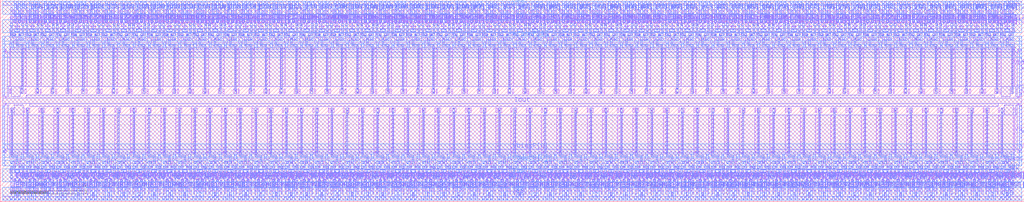
<source format=lef>
VERSION 5.7 ;
  NOWIREEXTENSIONATPIN ON ;
  DIVIDERCHAR "/" ;
  BUSBITCHARS "[]" ;
MACRO dac2u128out4in
  CLASS BLOCK ;
  FOREIGN dac2u128out4in ;
  ORIGIN 0.310 0.200 ;
  SIZE 134.420 BY 26.590 ;
  PIN VbiasP[1]
    ANTENNAGATEAREA 478.500000 ;
    ANTENNADIFFAREA 5.010000 ;
    PORT
      LAYER GatPoly ;
        RECT 0.900 14.950 1.080 19.950 ;
        RECT 2.530 14.950 3.080 19.950 ;
        RECT 4.530 14.950 5.080 19.950 ;
        RECT 6.530 14.950 7.080 19.950 ;
        RECT 8.530 14.950 9.080 19.950 ;
        RECT 10.530 14.950 11.080 19.950 ;
        RECT 12.530 14.950 13.080 19.950 ;
        RECT 14.530 14.950 15.080 19.950 ;
        RECT 16.530 14.950 17.080 19.950 ;
        RECT 18.530 14.950 19.080 19.950 ;
        RECT 20.530 14.950 21.080 19.950 ;
        RECT 22.530 14.950 23.080 19.950 ;
        RECT 24.530 14.950 25.080 19.950 ;
        RECT 26.530 14.950 27.080 19.950 ;
        RECT 28.530 14.950 29.080 19.950 ;
        RECT 30.530 14.950 31.080 19.950 ;
        RECT 32.530 14.950 33.080 19.950 ;
        RECT 34.530 14.950 35.080 19.950 ;
        RECT 36.530 14.950 37.080 19.950 ;
        RECT 38.530 14.950 39.080 19.950 ;
        RECT 40.530 14.950 41.080 19.950 ;
        RECT 42.530 14.950 43.080 19.950 ;
        RECT 44.530 14.950 45.080 19.950 ;
        RECT 46.530 14.950 47.080 19.950 ;
        RECT 48.530 14.950 49.080 19.950 ;
        RECT 50.530 14.950 51.080 19.950 ;
        RECT 52.530 14.950 53.080 19.950 ;
        RECT 54.530 14.950 55.080 19.950 ;
        RECT 56.530 14.950 57.080 19.950 ;
        RECT 58.530 14.950 59.080 19.950 ;
        RECT 60.530 14.950 61.080 19.950 ;
        RECT 62.530 14.950 63.080 19.950 ;
        RECT 64.530 14.950 65.080 19.950 ;
        RECT 66.530 14.950 67.080 19.950 ;
        RECT 68.530 14.950 69.080 19.950 ;
        RECT 70.530 14.950 71.080 19.950 ;
        RECT 72.530 14.950 73.080 19.950 ;
        RECT 74.530 14.950 75.080 19.950 ;
        RECT 76.530 14.950 77.080 19.950 ;
        RECT 78.530 14.950 79.080 19.950 ;
        RECT 80.530 14.950 81.080 19.950 ;
        RECT 82.530 14.950 83.080 19.950 ;
        RECT 84.530 14.950 85.080 19.950 ;
        RECT 86.530 14.950 87.080 19.950 ;
        RECT 88.530 14.950 89.080 19.950 ;
        RECT 90.530 14.950 91.080 19.950 ;
        RECT 92.530 14.950 93.080 19.950 ;
        RECT 94.530 14.950 95.080 19.950 ;
        RECT 96.530 14.950 97.080 19.950 ;
        RECT 98.530 14.950 99.080 19.950 ;
        RECT 100.530 14.950 101.080 19.950 ;
        RECT 102.530 14.950 103.080 19.950 ;
        RECT 104.530 14.950 105.080 19.950 ;
        RECT 106.530 14.950 107.080 19.950 ;
        RECT 108.530 14.950 109.080 19.950 ;
        RECT 110.530 14.950 111.080 19.950 ;
        RECT 112.530 14.950 113.080 19.950 ;
        RECT 114.530 14.950 115.080 19.950 ;
        RECT 116.530 14.950 117.080 19.950 ;
        RECT 118.530 14.950 119.080 19.950 ;
        RECT 120.530 14.950 121.080 19.950 ;
        RECT 122.530 14.950 123.080 19.950 ;
        RECT 124.530 14.950 125.080 19.950 ;
        RECT 126.530 14.950 127.080 19.950 ;
        RECT 128.530 14.950 129.080 19.950 ;
        RECT 130.530 14.950 131.080 19.950 ;
        RECT 132.530 14.950 132.900 19.950 ;
      LAYER Metal1 ;
        RECT 0.900 19.520 132.900 19.880 ;
        RECT 0.600 14.950 133.200 19.520 ;
        RECT 0.600 13.670 0.760 14.950 ;
        RECT 1.085 13.665 2.275 14.950 ;
        RECT 131.085 13.665 132.275 14.950 ;
        RECT 133.040 13.670 133.200 14.950 ;
    END
  END VbiasP[1]
  PIN Iout
    ANTENNADIFFAREA 66.047997 ;
    PORT
      LAYER Metal1 ;
        RECT 3.085 13.445 130.275 13.875 ;
        RECT 0.000 12.745 133.800 13.445 ;
        RECT 3.525 12.315 130.715 12.745 ;
    END
  END Iout
  PIN VbiasP[0]
    ANTENNAGATEAREA 478.500000 ;
    ANTENNADIFFAREA 5.010000 ;
    PORT
      LAYER GatPoly ;
        RECT 0.900 6.240 1.270 11.240 ;
        RECT 2.720 6.240 3.270 11.240 ;
        RECT 4.720 6.240 5.270 11.240 ;
        RECT 6.720 6.240 7.270 11.240 ;
        RECT 8.720 6.240 9.270 11.240 ;
        RECT 10.720 6.240 11.270 11.240 ;
        RECT 12.720 6.240 13.270 11.240 ;
        RECT 14.720 6.240 15.270 11.240 ;
        RECT 16.720 6.240 17.270 11.240 ;
        RECT 18.720 6.240 19.270 11.240 ;
        RECT 20.720 6.240 21.270 11.240 ;
        RECT 22.720 6.240 23.270 11.240 ;
        RECT 24.720 6.240 25.270 11.240 ;
        RECT 26.720 6.240 27.270 11.240 ;
        RECT 28.720 6.240 29.270 11.240 ;
        RECT 30.720 6.240 31.270 11.240 ;
        RECT 32.720 6.240 33.270 11.240 ;
        RECT 34.720 6.240 35.270 11.240 ;
        RECT 36.720 6.240 37.270 11.240 ;
        RECT 38.720 6.240 39.270 11.240 ;
        RECT 40.720 6.240 41.270 11.240 ;
        RECT 42.720 6.240 43.270 11.240 ;
        RECT 44.720 6.240 45.270 11.240 ;
        RECT 46.720 6.240 47.270 11.240 ;
        RECT 48.720 6.240 49.270 11.240 ;
        RECT 50.720 6.240 51.270 11.240 ;
        RECT 52.720 6.240 53.270 11.240 ;
        RECT 54.720 6.240 55.270 11.240 ;
        RECT 56.720 6.240 57.270 11.240 ;
        RECT 58.720 6.240 59.270 11.240 ;
        RECT 60.720 6.240 61.270 11.240 ;
        RECT 62.720 6.240 63.270 11.240 ;
        RECT 64.720 6.240 65.270 11.240 ;
        RECT 66.720 6.240 67.270 11.240 ;
        RECT 68.720 6.240 69.270 11.240 ;
        RECT 70.720 6.240 71.270 11.240 ;
        RECT 72.720 6.240 73.270 11.240 ;
        RECT 74.720 6.240 75.270 11.240 ;
        RECT 76.720 6.240 77.270 11.240 ;
        RECT 78.720 6.240 79.270 11.240 ;
        RECT 80.720 6.240 81.270 11.240 ;
        RECT 82.720 6.240 83.270 11.240 ;
        RECT 84.720 6.240 85.270 11.240 ;
        RECT 86.720 6.240 87.270 11.240 ;
        RECT 88.720 6.240 89.270 11.240 ;
        RECT 90.720 6.240 91.270 11.240 ;
        RECT 92.720 6.240 93.270 11.240 ;
        RECT 94.720 6.240 95.270 11.240 ;
        RECT 96.720 6.240 97.270 11.240 ;
        RECT 98.720 6.240 99.270 11.240 ;
        RECT 100.720 6.240 101.270 11.240 ;
        RECT 102.720 6.240 103.270 11.240 ;
        RECT 104.720 6.240 105.270 11.240 ;
        RECT 106.720 6.240 107.270 11.240 ;
        RECT 108.720 6.240 109.270 11.240 ;
        RECT 110.720 6.240 111.270 11.240 ;
        RECT 112.720 6.240 113.270 11.240 ;
        RECT 114.720 6.240 115.270 11.240 ;
        RECT 116.720 6.240 117.270 11.240 ;
        RECT 118.720 6.240 119.270 11.240 ;
        RECT 120.720 6.240 121.270 11.240 ;
        RECT 122.720 6.240 123.270 11.240 ;
        RECT 124.720 6.240 125.270 11.240 ;
        RECT 126.720 6.240 127.270 11.240 ;
        RECT 128.720 6.240 129.270 11.240 ;
        RECT 130.720 6.240 131.270 11.240 ;
        RECT 132.720 6.240 132.900 11.240 ;
      LAYER Metal1 ;
        RECT 0.600 11.240 0.760 12.520 ;
        RECT 1.525 11.240 2.715 12.525 ;
        RECT 131.525 11.240 132.715 12.525 ;
        RECT 133.040 11.240 133.200 12.520 ;
        RECT 0.600 6.670 133.200 11.240 ;
        RECT 0.900 6.310 132.900 6.670 ;
    END
  END VbiasP[0]
  PIN ON[64]
    ANTENNAGATEAREA 0.039000 ;
    PORT
      LAYER GatPoly ;
        RECT 130.090 23.380 130.390 23.680 ;
        RECT 130.090 23.310 130.220 23.380 ;
        RECT 130.090 22.830 130.220 23.010 ;
      LAYER Metal1 ;
        RECT 130.030 23.470 130.320 23.760 ;
        RECT 130.160 23.400 130.320 23.470 ;
      LAYER Metal2 ;
        RECT 130.030 23.470 130.320 26.190 ;
    END
  END ON[64]
  PIN ONB[64]
    ANTENNAGATEAREA 0.039000 ;
    PORT
      LAYER GatPoly ;
        RECT 129.410 23.380 129.710 23.680 ;
        RECT 129.580 23.310 129.710 23.380 ;
        RECT 129.580 22.830 129.710 23.010 ;
      LAYER Metal1 ;
        RECT 129.480 23.470 129.770 23.760 ;
        RECT 129.480 23.400 129.640 23.470 ;
      LAYER Metal2 ;
        RECT 129.480 23.470 129.770 26.190 ;
    END
  END ONB[64]
  PIN ON[65]
    ANTENNAGATEAREA 0.039000 ;
    PORT
      LAYER GatPoly ;
        RECT 128.090 23.380 128.390 23.680 ;
        RECT 128.090 23.310 128.220 23.380 ;
        RECT 128.090 22.830 128.220 23.010 ;
      LAYER Metal1 ;
        RECT 128.030 23.470 128.320 23.760 ;
        RECT 128.160 23.400 128.320 23.470 ;
      LAYER Metal2 ;
        RECT 128.030 23.470 128.320 26.190 ;
    END
  END ON[65]
  PIN ONB[65]
    ANTENNAGATEAREA 0.039000 ;
    PORT
      LAYER GatPoly ;
        RECT 127.410 23.380 127.710 23.680 ;
        RECT 127.580 23.310 127.710 23.380 ;
        RECT 127.580 22.830 127.710 23.010 ;
      LAYER Metal1 ;
        RECT 127.480 23.470 127.770 23.760 ;
        RECT 127.480 23.400 127.640 23.470 ;
      LAYER Metal2 ;
        RECT 127.480 23.470 127.770 26.190 ;
    END
  END ONB[65]
  PIN ON[66]
    ANTENNAGATEAREA 0.039000 ;
    PORT
      LAYER GatPoly ;
        RECT 126.090 23.380 126.390 23.680 ;
        RECT 126.090 23.310 126.220 23.380 ;
        RECT 126.090 22.830 126.220 23.010 ;
      LAYER Metal1 ;
        RECT 126.030 23.470 126.320 23.760 ;
        RECT 126.160 23.400 126.320 23.470 ;
      LAYER Metal2 ;
        RECT 126.030 23.470 126.320 26.190 ;
    END
  END ON[66]
  PIN ONB[66]
    ANTENNAGATEAREA 0.039000 ;
    PORT
      LAYER GatPoly ;
        RECT 125.410 23.380 125.710 23.680 ;
        RECT 125.580 23.310 125.710 23.380 ;
        RECT 125.580 22.830 125.710 23.010 ;
      LAYER Metal1 ;
        RECT 125.480 23.470 125.770 23.760 ;
        RECT 125.480 23.400 125.640 23.470 ;
      LAYER Metal2 ;
        RECT 125.480 23.470 125.770 26.190 ;
    END
  END ONB[66]
  PIN ON[67]
    ANTENNAGATEAREA 0.039000 ;
    PORT
      LAYER GatPoly ;
        RECT 124.090 23.380 124.390 23.680 ;
        RECT 124.090 23.310 124.220 23.380 ;
        RECT 124.090 22.830 124.220 23.010 ;
      LAYER Metal1 ;
        RECT 124.030 23.470 124.320 23.760 ;
        RECT 124.160 23.400 124.320 23.470 ;
      LAYER Metal2 ;
        RECT 124.030 23.470 124.320 26.190 ;
    END
  END ON[67]
  PIN ONB[67]
    ANTENNAGATEAREA 0.039000 ;
    PORT
      LAYER GatPoly ;
        RECT 123.410 23.380 123.710 23.680 ;
        RECT 123.580 23.310 123.710 23.380 ;
        RECT 123.580 22.830 123.710 23.010 ;
      LAYER Metal1 ;
        RECT 123.480 23.470 123.770 23.760 ;
        RECT 123.480 23.400 123.640 23.470 ;
      LAYER Metal2 ;
        RECT 123.480 23.470 123.770 26.190 ;
    END
  END ONB[67]
  PIN ON[68]
    ANTENNAGATEAREA 0.039000 ;
    PORT
      LAYER GatPoly ;
        RECT 122.090 23.380 122.390 23.680 ;
        RECT 122.090 23.310 122.220 23.380 ;
        RECT 122.090 22.830 122.220 23.010 ;
      LAYER Metal1 ;
        RECT 122.030 23.470 122.320 23.760 ;
        RECT 122.160 23.400 122.320 23.470 ;
      LAYER Metal2 ;
        RECT 122.030 23.470 122.320 26.190 ;
    END
  END ON[68]
  PIN ONB[68]
    ANTENNAGATEAREA 0.039000 ;
    PORT
      LAYER GatPoly ;
        RECT 121.410 23.380 121.710 23.680 ;
        RECT 121.580 23.310 121.710 23.380 ;
        RECT 121.580 22.830 121.710 23.010 ;
      LAYER Metal1 ;
        RECT 121.480 23.470 121.770 23.760 ;
        RECT 121.480 23.400 121.640 23.470 ;
      LAYER Metal2 ;
        RECT 121.480 23.470 121.770 26.190 ;
    END
  END ONB[68]
  PIN ON[69]
    ANTENNAGATEAREA 0.039000 ;
    PORT
      LAYER GatPoly ;
        RECT 120.090 23.380 120.390 23.680 ;
        RECT 120.090 23.310 120.220 23.380 ;
        RECT 120.090 22.830 120.220 23.010 ;
      LAYER Metal1 ;
        RECT 120.030 23.470 120.320 23.760 ;
        RECT 120.160 23.400 120.320 23.470 ;
      LAYER Metal2 ;
        RECT 120.030 23.470 120.320 26.190 ;
    END
  END ON[69]
  PIN ONB[69]
    ANTENNAGATEAREA 0.039000 ;
    PORT
      LAYER GatPoly ;
        RECT 119.410 23.380 119.710 23.680 ;
        RECT 119.580 23.310 119.710 23.380 ;
        RECT 119.580 22.830 119.710 23.010 ;
      LAYER Metal1 ;
        RECT 119.480 23.470 119.770 23.760 ;
        RECT 119.480 23.400 119.640 23.470 ;
      LAYER Metal2 ;
        RECT 119.480 23.470 119.770 26.190 ;
    END
  END ONB[69]
  PIN ON[70]
    ANTENNAGATEAREA 0.039000 ;
    PORT
      LAYER GatPoly ;
        RECT 118.090 23.380 118.390 23.680 ;
        RECT 118.090 23.310 118.220 23.380 ;
        RECT 118.090 22.830 118.220 23.010 ;
      LAYER Metal1 ;
        RECT 118.030 23.470 118.320 23.760 ;
        RECT 118.160 23.400 118.320 23.470 ;
      LAYER Metal2 ;
        RECT 118.030 23.470 118.320 26.190 ;
    END
  END ON[70]
  PIN ONB[70]
    ANTENNAGATEAREA 0.039000 ;
    PORT
      LAYER GatPoly ;
        RECT 117.410 23.380 117.710 23.680 ;
        RECT 117.580 23.310 117.710 23.380 ;
        RECT 117.580 22.830 117.710 23.010 ;
      LAYER Metal1 ;
        RECT 117.480 23.470 117.770 23.760 ;
        RECT 117.480 23.400 117.640 23.470 ;
      LAYER Metal2 ;
        RECT 117.480 23.470 117.770 26.190 ;
    END
  END ONB[70]
  PIN ON[71]
    ANTENNAGATEAREA 0.039000 ;
    PORT
      LAYER GatPoly ;
        RECT 116.090 23.380 116.390 23.680 ;
        RECT 116.090 23.310 116.220 23.380 ;
        RECT 116.090 22.830 116.220 23.010 ;
      LAYER Metal1 ;
        RECT 116.030 23.470 116.320 23.760 ;
        RECT 116.160 23.400 116.320 23.470 ;
      LAYER Metal2 ;
        RECT 116.030 23.470 116.320 26.190 ;
    END
  END ON[71]
  PIN ONB[71]
    ANTENNAGATEAREA 0.039000 ;
    PORT
      LAYER GatPoly ;
        RECT 115.410 23.380 115.710 23.680 ;
        RECT 115.580 23.310 115.710 23.380 ;
        RECT 115.580 22.830 115.710 23.010 ;
      LAYER Metal1 ;
        RECT 115.480 23.470 115.770 23.760 ;
        RECT 115.480 23.400 115.640 23.470 ;
      LAYER Metal2 ;
        RECT 115.480 23.470 115.770 26.190 ;
    END
  END ONB[71]
  PIN ON[72]
    ANTENNAGATEAREA 0.039000 ;
    PORT
      LAYER GatPoly ;
        RECT 114.090 23.380 114.390 23.680 ;
        RECT 114.090 23.310 114.220 23.380 ;
        RECT 114.090 22.830 114.220 23.010 ;
      LAYER Metal1 ;
        RECT 114.030 23.470 114.320 23.760 ;
        RECT 114.160 23.400 114.320 23.470 ;
      LAYER Metal2 ;
        RECT 114.030 23.470 114.320 26.190 ;
    END
  END ON[72]
  PIN ONB[72]
    ANTENNAGATEAREA 0.039000 ;
    PORT
      LAYER GatPoly ;
        RECT 113.410 23.380 113.710 23.680 ;
        RECT 113.580 23.310 113.710 23.380 ;
        RECT 113.580 22.830 113.710 23.010 ;
      LAYER Metal1 ;
        RECT 113.480 23.470 113.770 23.760 ;
        RECT 113.480 23.400 113.640 23.470 ;
      LAYER Metal2 ;
        RECT 113.480 23.470 113.770 26.190 ;
    END
  END ONB[72]
  PIN ON[73]
    ANTENNAGATEAREA 0.039000 ;
    PORT
      LAYER GatPoly ;
        RECT 112.090 23.380 112.390 23.680 ;
        RECT 112.090 23.310 112.220 23.380 ;
        RECT 112.090 22.830 112.220 23.010 ;
      LAYER Metal1 ;
        RECT 112.030 23.470 112.320 23.760 ;
        RECT 112.160 23.400 112.320 23.470 ;
      LAYER Metal2 ;
        RECT 112.030 23.470 112.320 26.190 ;
    END
  END ON[73]
  PIN ONB[73]
    ANTENNAGATEAREA 0.039000 ;
    PORT
      LAYER GatPoly ;
        RECT 111.410 23.380 111.710 23.680 ;
        RECT 111.580 23.310 111.710 23.380 ;
        RECT 111.580 22.830 111.710 23.010 ;
      LAYER Metal1 ;
        RECT 111.480 23.470 111.770 23.760 ;
        RECT 111.480 23.400 111.640 23.470 ;
      LAYER Metal2 ;
        RECT 111.480 23.470 111.770 26.190 ;
    END
  END ONB[73]
  PIN ON[74]
    ANTENNAGATEAREA 0.039000 ;
    PORT
      LAYER GatPoly ;
        RECT 110.090 23.380 110.390 23.680 ;
        RECT 110.090 23.310 110.220 23.380 ;
        RECT 110.090 22.830 110.220 23.010 ;
      LAYER Metal1 ;
        RECT 110.030 23.470 110.320 23.760 ;
        RECT 110.160 23.400 110.320 23.470 ;
      LAYER Metal2 ;
        RECT 110.030 23.470 110.320 26.190 ;
    END
  END ON[74]
  PIN ONB[74]
    ANTENNAGATEAREA 0.039000 ;
    PORT
      LAYER GatPoly ;
        RECT 109.410 23.380 109.710 23.680 ;
        RECT 109.580 23.310 109.710 23.380 ;
        RECT 109.580 22.830 109.710 23.010 ;
      LAYER Metal1 ;
        RECT 109.480 23.470 109.770 23.760 ;
        RECT 109.480 23.400 109.640 23.470 ;
      LAYER Metal2 ;
        RECT 109.480 23.470 109.770 26.190 ;
    END
  END ONB[74]
  PIN ON[75]
    ANTENNAGATEAREA 0.039000 ;
    PORT
      LAYER GatPoly ;
        RECT 108.090 23.380 108.390 23.680 ;
        RECT 108.090 23.310 108.220 23.380 ;
        RECT 108.090 22.830 108.220 23.010 ;
      LAYER Metal1 ;
        RECT 108.030 23.470 108.320 23.760 ;
        RECT 108.160 23.400 108.320 23.470 ;
      LAYER Metal2 ;
        RECT 108.030 23.470 108.320 26.190 ;
    END
  END ON[75]
  PIN ONB[75]
    ANTENNAGATEAREA 0.039000 ;
    PORT
      LAYER GatPoly ;
        RECT 107.410 23.380 107.710 23.680 ;
        RECT 107.580 23.310 107.710 23.380 ;
        RECT 107.580 22.830 107.710 23.010 ;
      LAYER Metal1 ;
        RECT 107.480 23.470 107.770 23.760 ;
        RECT 107.480 23.400 107.640 23.470 ;
      LAYER Metal2 ;
        RECT 107.480 23.470 107.770 26.190 ;
    END
  END ONB[75]
  PIN ON[76]
    ANTENNAGATEAREA 0.039000 ;
    PORT
      LAYER GatPoly ;
        RECT 106.090 23.380 106.390 23.680 ;
        RECT 106.090 23.310 106.220 23.380 ;
        RECT 106.090 22.830 106.220 23.010 ;
      LAYER Metal1 ;
        RECT 106.030 23.470 106.320 23.760 ;
        RECT 106.160 23.400 106.320 23.470 ;
      LAYER Metal2 ;
        RECT 106.030 23.470 106.320 26.190 ;
    END
  END ON[76]
  PIN ONB[76]
    ANTENNAGATEAREA 0.039000 ;
    PORT
      LAYER GatPoly ;
        RECT 105.410 23.380 105.710 23.680 ;
        RECT 105.580 23.310 105.710 23.380 ;
        RECT 105.580 22.830 105.710 23.010 ;
      LAYER Metal1 ;
        RECT 105.480 23.470 105.770 23.760 ;
        RECT 105.480 23.400 105.640 23.470 ;
      LAYER Metal2 ;
        RECT 105.480 23.470 105.770 26.190 ;
    END
  END ONB[76]
  PIN ON[77]
    ANTENNAGATEAREA 0.039000 ;
    PORT
      LAYER GatPoly ;
        RECT 104.090 23.380 104.390 23.680 ;
        RECT 104.090 23.310 104.220 23.380 ;
        RECT 104.090 22.830 104.220 23.010 ;
      LAYER Metal1 ;
        RECT 104.030 23.470 104.320 23.760 ;
        RECT 104.160 23.400 104.320 23.470 ;
      LAYER Metal2 ;
        RECT 104.030 23.470 104.320 26.190 ;
    END
  END ON[77]
  PIN ONB[77]
    ANTENNAGATEAREA 0.039000 ;
    PORT
      LAYER GatPoly ;
        RECT 103.410 23.380 103.710 23.680 ;
        RECT 103.580 23.310 103.710 23.380 ;
        RECT 103.580 22.830 103.710 23.010 ;
      LAYER Metal1 ;
        RECT 103.480 23.470 103.770 23.760 ;
        RECT 103.480 23.400 103.640 23.470 ;
      LAYER Metal2 ;
        RECT 103.480 23.470 103.770 26.190 ;
    END
  END ONB[77]
  PIN ON[78]
    ANTENNAGATEAREA 0.039000 ;
    PORT
      LAYER GatPoly ;
        RECT 102.090 23.380 102.390 23.680 ;
        RECT 102.090 23.310 102.220 23.380 ;
        RECT 102.090 22.830 102.220 23.010 ;
      LAYER Metal1 ;
        RECT 102.030 23.470 102.320 23.760 ;
        RECT 102.160 23.400 102.320 23.470 ;
      LAYER Metal2 ;
        RECT 102.030 23.470 102.320 26.190 ;
    END
  END ON[78]
  PIN ONB[78]
    ANTENNAGATEAREA 0.039000 ;
    PORT
      LAYER GatPoly ;
        RECT 101.410 23.380 101.710 23.680 ;
        RECT 101.580 23.310 101.710 23.380 ;
        RECT 101.580 22.830 101.710 23.010 ;
      LAYER Metal1 ;
        RECT 101.480 23.470 101.770 23.760 ;
        RECT 101.480 23.400 101.640 23.470 ;
      LAYER Metal2 ;
        RECT 101.480 23.470 101.770 26.190 ;
    END
  END ONB[78]
  PIN ON[79]
    ANTENNAGATEAREA 0.039000 ;
    PORT
      LAYER GatPoly ;
        RECT 100.090 23.380 100.390 23.680 ;
        RECT 100.090 23.310 100.220 23.380 ;
        RECT 100.090 22.830 100.220 23.010 ;
      LAYER Metal1 ;
        RECT 100.030 23.470 100.320 23.760 ;
        RECT 100.160 23.400 100.320 23.470 ;
      LAYER Metal2 ;
        RECT 100.030 23.470 100.320 26.190 ;
    END
  END ON[79]
  PIN ONB[79]
    ANTENNAGATEAREA 0.039000 ;
    PORT
      LAYER GatPoly ;
        RECT 99.410 23.380 99.710 23.680 ;
        RECT 99.580 23.310 99.710 23.380 ;
        RECT 99.580 22.830 99.710 23.010 ;
      LAYER Metal1 ;
        RECT 99.480 23.470 99.770 23.760 ;
        RECT 99.480 23.400 99.640 23.470 ;
      LAYER Metal2 ;
        RECT 99.480 23.470 99.770 26.190 ;
    END
  END ONB[79]
  PIN ON[80]
    ANTENNAGATEAREA 0.039000 ;
    PORT
      LAYER GatPoly ;
        RECT 98.090 23.380 98.390 23.680 ;
        RECT 98.090 23.310 98.220 23.380 ;
        RECT 98.090 22.830 98.220 23.010 ;
      LAYER Metal1 ;
        RECT 98.030 23.470 98.320 23.760 ;
        RECT 98.160 23.400 98.320 23.470 ;
      LAYER Metal2 ;
        RECT 98.030 23.470 98.320 26.190 ;
    END
  END ON[80]
  PIN ONB[80]
    ANTENNAGATEAREA 0.039000 ;
    PORT
      LAYER GatPoly ;
        RECT 97.410 23.380 97.710 23.680 ;
        RECT 97.580 23.310 97.710 23.380 ;
        RECT 97.580 22.830 97.710 23.010 ;
      LAYER Metal1 ;
        RECT 97.480 23.470 97.770 23.760 ;
        RECT 97.480 23.400 97.640 23.470 ;
      LAYER Metal2 ;
        RECT 97.480 23.470 97.770 26.190 ;
    END
  END ONB[80]
  PIN ON[81]
    ANTENNAGATEAREA 0.039000 ;
    PORT
      LAYER GatPoly ;
        RECT 96.090 23.380 96.390 23.680 ;
        RECT 96.090 23.310 96.220 23.380 ;
        RECT 96.090 22.830 96.220 23.010 ;
      LAYER Metal1 ;
        RECT 96.030 23.470 96.320 23.760 ;
        RECT 96.160 23.400 96.320 23.470 ;
      LAYER Metal2 ;
        RECT 96.030 23.470 96.320 26.190 ;
    END
  END ON[81]
  PIN ONB[81]
    ANTENNAGATEAREA 0.039000 ;
    PORT
      LAYER GatPoly ;
        RECT 95.410 23.380 95.710 23.680 ;
        RECT 95.580 23.310 95.710 23.380 ;
        RECT 95.580 22.830 95.710 23.010 ;
      LAYER Metal1 ;
        RECT 95.480 23.470 95.770 23.760 ;
        RECT 95.480 23.400 95.640 23.470 ;
      LAYER Metal2 ;
        RECT 95.480 23.470 95.770 26.190 ;
    END
  END ONB[81]
  PIN ON[82]
    ANTENNAGATEAREA 0.039000 ;
    PORT
      LAYER GatPoly ;
        RECT 94.090 23.380 94.390 23.680 ;
        RECT 94.090 23.310 94.220 23.380 ;
        RECT 94.090 22.830 94.220 23.010 ;
      LAYER Metal1 ;
        RECT 94.030 23.470 94.320 23.760 ;
        RECT 94.160 23.400 94.320 23.470 ;
      LAYER Metal2 ;
        RECT 94.030 23.470 94.320 26.190 ;
    END
  END ON[82]
  PIN ONB[82]
    ANTENNAGATEAREA 0.039000 ;
    PORT
      LAYER GatPoly ;
        RECT 93.410 23.380 93.710 23.680 ;
        RECT 93.580 23.310 93.710 23.380 ;
        RECT 93.580 22.830 93.710 23.010 ;
      LAYER Metal1 ;
        RECT 93.480 23.470 93.770 23.760 ;
        RECT 93.480 23.400 93.640 23.470 ;
      LAYER Metal2 ;
        RECT 93.480 23.470 93.770 26.190 ;
    END
  END ONB[82]
  PIN ON[83]
    ANTENNAGATEAREA 0.039000 ;
    PORT
      LAYER GatPoly ;
        RECT 92.090 23.380 92.390 23.680 ;
        RECT 92.090 23.310 92.220 23.380 ;
        RECT 92.090 22.830 92.220 23.010 ;
      LAYER Metal1 ;
        RECT 92.030 23.470 92.320 23.760 ;
        RECT 92.160 23.400 92.320 23.470 ;
      LAYER Metal2 ;
        RECT 92.030 23.470 92.320 26.190 ;
    END
  END ON[83]
  PIN ONB[83]
    ANTENNAGATEAREA 0.039000 ;
    PORT
      LAYER GatPoly ;
        RECT 91.410 23.380 91.710 23.680 ;
        RECT 91.580 23.310 91.710 23.380 ;
        RECT 91.580 22.830 91.710 23.010 ;
      LAYER Metal1 ;
        RECT 91.480 23.470 91.770 23.760 ;
        RECT 91.480 23.400 91.640 23.470 ;
      LAYER Metal2 ;
        RECT 91.480 23.470 91.770 26.190 ;
    END
  END ONB[83]
  PIN ON[84]
    ANTENNAGATEAREA 0.039000 ;
    PORT
      LAYER GatPoly ;
        RECT 90.090 23.380 90.390 23.680 ;
        RECT 90.090 23.310 90.220 23.380 ;
        RECT 90.090 22.830 90.220 23.010 ;
      LAYER Metal1 ;
        RECT 90.030 23.470 90.320 23.760 ;
        RECT 90.160 23.400 90.320 23.470 ;
      LAYER Metal2 ;
        RECT 90.030 23.470 90.320 26.190 ;
    END
  END ON[84]
  PIN ONB[84]
    ANTENNAGATEAREA 0.039000 ;
    PORT
      LAYER GatPoly ;
        RECT 89.410 23.380 89.710 23.680 ;
        RECT 89.580 23.310 89.710 23.380 ;
        RECT 89.580 22.830 89.710 23.010 ;
      LAYER Metal1 ;
        RECT 89.480 23.470 89.770 23.760 ;
        RECT 89.480 23.400 89.640 23.470 ;
      LAYER Metal2 ;
        RECT 89.480 23.470 89.770 26.190 ;
    END
  END ONB[84]
  PIN ON[85]
    ANTENNAGATEAREA 0.039000 ;
    PORT
      LAYER GatPoly ;
        RECT 88.090 23.380 88.390 23.680 ;
        RECT 88.090 23.310 88.220 23.380 ;
        RECT 88.090 22.830 88.220 23.010 ;
      LAYER Metal1 ;
        RECT 88.030 23.470 88.320 23.760 ;
        RECT 88.160 23.400 88.320 23.470 ;
      LAYER Metal2 ;
        RECT 88.030 23.470 88.320 26.190 ;
    END
  END ON[85]
  PIN ONB[85]
    ANTENNAGATEAREA 0.039000 ;
    PORT
      LAYER GatPoly ;
        RECT 87.410 23.380 87.710 23.680 ;
        RECT 87.580 23.310 87.710 23.380 ;
        RECT 87.580 22.830 87.710 23.010 ;
      LAYER Metal1 ;
        RECT 87.480 23.470 87.770 23.760 ;
        RECT 87.480 23.400 87.640 23.470 ;
      LAYER Metal2 ;
        RECT 87.480 23.470 87.770 26.190 ;
    END
  END ONB[85]
  PIN ON[86]
    ANTENNAGATEAREA 0.039000 ;
    PORT
      LAYER GatPoly ;
        RECT 86.090 23.380 86.390 23.680 ;
        RECT 86.090 23.310 86.220 23.380 ;
        RECT 86.090 22.830 86.220 23.010 ;
      LAYER Metal1 ;
        RECT 86.030 23.470 86.320 23.760 ;
        RECT 86.160 23.400 86.320 23.470 ;
      LAYER Metal2 ;
        RECT 86.030 23.470 86.320 26.190 ;
    END
  END ON[86]
  PIN ONB[86]
    ANTENNAGATEAREA 0.039000 ;
    PORT
      LAYER GatPoly ;
        RECT 85.410 23.380 85.710 23.680 ;
        RECT 85.580 23.310 85.710 23.380 ;
        RECT 85.580 22.830 85.710 23.010 ;
      LAYER Metal1 ;
        RECT 85.480 23.470 85.770 23.760 ;
        RECT 85.480 23.400 85.640 23.470 ;
      LAYER Metal2 ;
        RECT 85.480 23.470 85.770 26.190 ;
    END
  END ONB[86]
  PIN ON[87]
    ANTENNAGATEAREA 0.039000 ;
    PORT
      LAYER GatPoly ;
        RECT 84.090 23.380 84.390 23.680 ;
        RECT 84.090 23.310 84.220 23.380 ;
        RECT 84.090 22.830 84.220 23.010 ;
      LAYER Metal1 ;
        RECT 84.030 23.470 84.320 23.760 ;
        RECT 84.160 23.400 84.320 23.470 ;
      LAYER Metal2 ;
        RECT 84.030 23.470 84.320 26.190 ;
    END
  END ON[87]
  PIN ONB[87]
    ANTENNAGATEAREA 0.039000 ;
    PORT
      LAYER GatPoly ;
        RECT 83.410 23.380 83.710 23.680 ;
        RECT 83.580 23.310 83.710 23.380 ;
        RECT 83.580 22.830 83.710 23.010 ;
      LAYER Metal1 ;
        RECT 83.480 23.470 83.770 23.760 ;
        RECT 83.480 23.400 83.640 23.470 ;
      LAYER Metal2 ;
        RECT 83.480 23.470 83.770 26.190 ;
    END
  END ONB[87]
  PIN ON[88]
    ANTENNAGATEAREA 0.039000 ;
    PORT
      LAYER GatPoly ;
        RECT 82.090 23.380 82.390 23.680 ;
        RECT 82.090 23.310 82.220 23.380 ;
        RECT 82.090 22.830 82.220 23.010 ;
      LAYER Metal1 ;
        RECT 82.030 23.470 82.320 23.760 ;
        RECT 82.160 23.400 82.320 23.470 ;
      LAYER Metal2 ;
        RECT 82.030 23.470 82.320 26.190 ;
    END
  END ON[88]
  PIN ONB[88]
    ANTENNAGATEAREA 0.039000 ;
    PORT
      LAYER GatPoly ;
        RECT 81.410 23.380 81.710 23.680 ;
        RECT 81.580 23.310 81.710 23.380 ;
        RECT 81.580 22.830 81.710 23.010 ;
      LAYER Metal1 ;
        RECT 81.480 23.470 81.770 23.760 ;
        RECT 81.480 23.400 81.640 23.470 ;
      LAYER Metal2 ;
        RECT 81.480 23.470 81.770 26.190 ;
    END
  END ONB[88]
  PIN ON[89]
    ANTENNAGATEAREA 0.039000 ;
    PORT
      LAYER GatPoly ;
        RECT 80.090 23.380 80.390 23.680 ;
        RECT 80.090 23.310 80.220 23.380 ;
        RECT 80.090 22.830 80.220 23.010 ;
      LAYER Metal1 ;
        RECT 80.030 23.470 80.320 23.760 ;
        RECT 80.160 23.400 80.320 23.470 ;
      LAYER Metal2 ;
        RECT 80.030 23.470 80.320 26.190 ;
    END
  END ON[89]
  PIN ONB[89]
    ANTENNAGATEAREA 0.039000 ;
    PORT
      LAYER GatPoly ;
        RECT 79.410 23.380 79.710 23.680 ;
        RECT 79.580 23.310 79.710 23.380 ;
        RECT 79.580 22.830 79.710 23.010 ;
      LAYER Metal1 ;
        RECT 79.480 23.470 79.770 23.760 ;
        RECT 79.480 23.400 79.640 23.470 ;
      LAYER Metal2 ;
        RECT 79.480 23.470 79.770 26.190 ;
    END
  END ONB[89]
  PIN ON[90]
    ANTENNAGATEAREA 0.039000 ;
    PORT
      LAYER GatPoly ;
        RECT 78.090 23.380 78.390 23.680 ;
        RECT 78.090 23.310 78.220 23.380 ;
        RECT 78.090 22.830 78.220 23.010 ;
      LAYER Metal1 ;
        RECT 78.030 23.470 78.320 23.760 ;
        RECT 78.160 23.400 78.320 23.470 ;
      LAYER Metal2 ;
        RECT 78.030 23.470 78.320 26.190 ;
    END
  END ON[90]
  PIN ONB[90]
    ANTENNAGATEAREA 0.039000 ;
    PORT
      LAYER GatPoly ;
        RECT 77.410 23.380 77.710 23.680 ;
        RECT 77.580 23.310 77.710 23.380 ;
        RECT 77.580 22.830 77.710 23.010 ;
      LAYER Metal1 ;
        RECT 77.480 23.470 77.770 23.760 ;
        RECT 77.480 23.400 77.640 23.470 ;
      LAYER Metal2 ;
        RECT 77.480 23.470 77.770 26.190 ;
    END
  END ONB[90]
  PIN ON[91]
    ANTENNAGATEAREA 0.039000 ;
    PORT
      LAYER GatPoly ;
        RECT 76.090 23.380 76.390 23.680 ;
        RECT 76.090 23.310 76.220 23.380 ;
        RECT 76.090 22.830 76.220 23.010 ;
      LAYER Metal1 ;
        RECT 76.030 23.470 76.320 23.760 ;
        RECT 76.160 23.400 76.320 23.470 ;
      LAYER Metal2 ;
        RECT 76.030 23.470 76.320 26.190 ;
    END
  END ON[91]
  PIN ONB[91]
    ANTENNAGATEAREA 0.039000 ;
    PORT
      LAYER GatPoly ;
        RECT 75.410 23.380 75.710 23.680 ;
        RECT 75.580 23.310 75.710 23.380 ;
        RECT 75.580 22.830 75.710 23.010 ;
      LAYER Metal1 ;
        RECT 75.480 23.470 75.770 23.760 ;
        RECT 75.480 23.400 75.640 23.470 ;
      LAYER Metal2 ;
        RECT 75.480 23.470 75.770 26.190 ;
    END
  END ONB[91]
  PIN ON[92]
    ANTENNAGATEAREA 0.039000 ;
    PORT
      LAYER GatPoly ;
        RECT 74.090 23.380 74.390 23.680 ;
        RECT 74.090 23.310 74.220 23.380 ;
        RECT 74.090 22.830 74.220 23.010 ;
      LAYER Metal1 ;
        RECT 74.030 23.470 74.320 23.760 ;
        RECT 74.160 23.400 74.320 23.470 ;
      LAYER Metal2 ;
        RECT 74.030 23.470 74.320 26.190 ;
    END
  END ON[92]
  PIN ONB[92]
    ANTENNAGATEAREA 0.039000 ;
    PORT
      LAYER GatPoly ;
        RECT 73.410 23.380 73.710 23.680 ;
        RECT 73.580 23.310 73.710 23.380 ;
        RECT 73.580 22.830 73.710 23.010 ;
      LAYER Metal1 ;
        RECT 73.480 23.470 73.770 23.760 ;
        RECT 73.480 23.400 73.640 23.470 ;
      LAYER Metal2 ;
        RECT 73.480 23.470 73.770 26.190 ;
    END
  END ONB[92]
  PIN ON[93]
    ANTENNAGATEAREA 0.039000 ;
    PORT
      LAYER GatPoly ;
        RECT 72.090 23.380 72.390 23.680 ;
        RECT 72.090 23.310 72.220 23.380 ;
        RECT 72.090 22.830 72.220 23.010 ;
      LAYER Metal1 ;
        RECT 72.030 23.470 72.320 23.760 ;
        RECT 72.160 23.400 72.320 23.470 ;
      LAYER Metal2 ;
        RECT 72.030 23.470 72.320 26.190 ;
    END
  END ON[93]
  PIN ONB[93]
    ANTENNAGATEAREA 0.039000 ;
    PORT
      LAYER GatPoly ;
        RECT 71.410 23.380 71.710 23.680 ;
        RECT 71.580 23.310 71.710 23.380 ;
        RECT 71.580 22.830 71.710 23.010 ;
      LAYER Metal1 ;
        RECT 71.480 23.470 71.770 23.760 ;
        RECT 71.480 23.400 71.640 23.470 ;
      LAYER Metal2 ;
        RECT 71.480 23.470 71.770 26.190 ;
    END
  END ONB[93]
  PIN ON[94]
    ANTENNAGATEAREA 0.039000 ;
    PORT
      LAYER GatPoly ;
        RECT 70.090 23.380 70.390 23.680 ;
        RECT 70.090 23.310 70.220 23.380 ;
        RECT 70.090 22.830 70.220 23.010 ;
      LAYER Metal1 ;
        RECT 70.030 23.470 70.320 23.760 ;
        RECT 70.160 23.400 70.320 23.470 ;
      LAYER Metal2 ;
        RECT 70.030 23.470 70.320 26.190 ;
    END
  END ON[94]
  PIN ONB[94]
    ANTENNAGATEAREA 0.039000 ;
    PORT
      LAYER GatPoly ;
        RECT 69.410 23.380 69.710 23.680 ;
        RECT 69.580 23.310 69.710 23.380 ;
        RECT 69.580 22.830 69.710 23.010 ;
      LAYER Metal1 ;
        RECT 69.480 23.470 69.770 23.760 ;
        RECT 69.480 23.400 69.640 23.470 ;
      LAYER Metal2 ;
        RECT 69.480 23.470 69.770 26.190 ;
    END
  END ONB[94]
  PIN ON[95]
    ANTENNAGATEAREA 0.039000 ;
    PORT
      LAYER GatPoly ;
        RECT 68.090 23.380 68.390 23.680 ;
        RECT 68.090 23.310 68.220 23.380 ;
        RECT 68.090 22.830 68.220 23.010 ;
      LAYER Metal1 ;
        RECT 68.030 23.470 68.320 23.760 ;
        RECT 68.160 23.400 68.320 23.470 ;
      LAYER Metal2 ;
        RECT 68.030 23.470 68.320 26.190 ;
    END
  END ON[95]
  PIN ONB[95]
    ANTENNAGATEAREA 0.039000 ;
    PORT
      LAYER GatPoly ;
        RECT 67.410 23.380 67.710 23.680 ;
        RECT 67.580 23.310 67.710 23.380 ;
        RECT 67.580 22.830 67.710 23.010 ;
      LAYER Metal1 ;
        RECT 67.480 23.470 67.770 23.760 ;
        RECT 67.480 23.400 67.640 23.470 ;
      LAYER Metal2 ;
        RECT 67.480 23.470 67.770 26.190 ;
    END
  END ONB[95]
  PIN EN[2]
    ANTENNAGATEAREA 0.039000 ;
    PORT
      LAYER GatPoly ;
        RECT 132.090 23.380 132.390 23.680 ;
        RECT 132.090 23.310 132.220 23.380 ;
        RECT 132.090 22.830 132.220 23.010 ;
      LAYER Metal1 ;
        RECT 132.030 23.470 132.320 23.760 ;
        RECT 132.160 23.400 132.320 23.470 ;
      LAYER Metal2 ;
        RECT 132.030 23.470 132.320 26.190 ;
    END
  END EN[2]
  PIN ENB[2]
    ANTENNAGATEAREA 0.039000 ;
    PORT
      LAYER GatPoly ;
        RECT 131.410 23.380 131.710 23.680 ;
        RECT 131.580 23.310 131.710 23.380 ;
        RECT 131.580 22.830 131.710 23.010 ;
      LAYER Metal1 ;
        RECT 131.480 23.470 131.770 23.760 ;
        RECT 131.480 23.400 131.640 23.470 ;
      LAYER Metal2 ;
        RECT 131.480 23.470 131.770 26.190 ;
    END
  END ENB[2]
  PIN ON[97]
    ANTENNAGATEAREA 0.039000 ;
    PORT
      LAYER GatPoly ;
        RECT 64.090 23.380 64.390 23.680 ;
        RECT 64.090 23.310 64.220 23.380 ;
        RECT 64.090 22.830 64.220 23.010 ;
      LAYER Metal1 ;
        RECT 64.030 23.470 64.320 23.760 ;
        RECT 64.160 23.400 64.320 23.470 ;
      LAYER Metal2 ;
        RECT 64.030 23.470 64.320 26.190 ;
    END
  END ON[97]
  PIN ONB[97]
    ANTENNAGATEAREA 0.039000 ;
    PORT
      LAYER GatPoly ;
        RECT 63.410 23.380 63.710 23.680 ;
        RECT 63.580 23.310 63.710 23.380 ;
        RECT 63.580 22.830 63.710 23.010 ;
      LAYER Metal1 ;
        RECT 63.480 23.470 63.770 23.760 ;
        RECT 63.480 23.400 63.640 23.470 ;
      LAYER Metal2 ;
        RECT 63.480 23.470 63.770 26.190 ;
    END
  END ONB[97]
  PIN ON[98]
    ANTENNAGATEAREA 0.039000 ;
    PORT
      LAYER GatPoly ;
        RECT 62.090 23.380 62.390 23.680 ;
        RECT 62.090 23.310 62.220 23.380 ;
        RECT 62.090 22.830 62.220 23.010 ;
      LAYER Metal1 ;
        RECT 62.030 23.470 62.320 23.760 ;
        RECT 62.160 23.400 62.320 23.470 ;
      LAYER Metal2 ;
        RECT 62.030 23.470 62.320 26.190 ;
    END
  END ON[98]
  PIN ONB[98]
    ANTENNAGATEAREA 0.039000 ;
    PORT
      LAYER GatPoly ;
        RECT 61.410 23.380 61.710 23.680 ;
        RECT 61.580 23.310 61.710 23.380 ;
        RECT 61.580 22.830 61.710 23.010 ;
      LAYER Metal1 ;
        RECT 61.480 23.470 61.770 23.760 ;
        RECT 61.480 23.400 61.640 23.470 ;
      LAYER Metal2 ;
        RECT 61.480 23.470 61.770 26.190 ;
    END
  END ONB[98]
  PIN ON[99]
    ANTENNAGATEAREA 0.039000 ;
    PORT
      LAYER GatPoly ;
        RECT 60.090 23.380 60.390 23.680 ;
        RECT 60.090 23.310 60.220 23.380 ;
        RECT 60.090 22.830 60.220 23.010 ;
      LAYER Metal1 ;
        RECT 60.030 23.470 60.320 23.760 ;
        RECT 60.160 23.400 60.320 23.470 ;
      LAYER Metal2 ;
        RECT 60.030 23.470 60.320 26.190 ;
    END
  END ON[99]
  PIN ONB[99]
    ANTENNAGATEAREA 0.039000 ;
    PORT
      LAYER GatPoly ;
        RECT 59.410 23.380 59.710 23.680 ;
        RECT 59.580 23.310 59.710 23.380 ;
        RECT 59.580 22.830 59.710 23.010 ;
      LAYER Metal1 ;
        RECT 59.480 23.470 59.770 23.760 ;
        RECT 59.480 23.400 59.640 23.470 ;
      LAYER Metal2 ;
        RECT 59.480 23.470 59.770 26.190 ;
    END
  END ONB[99]
  PIN ON[100]
    ANTENNAGATEAREA 0.039000 ;
    PORT
      LAYER GatPoly ;
        RECT 58.090 23.380 58.390 23.680 ;
        RECT 58.090 23.310 58.220 23.380 ;
        RECT 58.090 22.830 58.220 23.010 ;
      LAYER Metal1 ;
        RECT 58.030 23.470 58.320 23.760 ;
        RECT 58.160 23.400 58.320 23.470 ;
      LAYER Metal2 ;
        RECT 58.030 23.470 58.320 26.190 ;
    END
  END ON[100]
  PIN ONB[100]
    ANTENNAGATEAREA 0.039000 ;
    PORT
      LAYER GatPoly ;
        RECT 57.410 23.380 57.710 23.680 ;
        RECT 57.580 23.310 57.710 23.380 ;
        RECT 57.580 22.830 57.710 23.010 ;
      LAYER Metal1 ;
        RECT 57.480 23.470 57.770 23.760 ;
        RECT 57.480 23.400 57.640 23.470 ;
      LAYER Metal2 ;
        RECT 57.480 23.470 57.770 26.190 ;
    END
  END ONB[100]
  PIN ON[101]
    ANTENNAGATEAREA 0.039000 ;
    PORT
      LAYER GatPoly ;
        RECT 56.090 23.380 56.390 23.680 ;
        RECT 56.090 23.310 56.220 23.380 ;
        RECT 56.090 22.830 56.220 23.010 ;
      LAYER Metal1 ;
        RECT 56.030 23.470 56.320 23.760 ;
        RECT 56.160 23.400 56.320 23.470 ;
      LAYER Metal2 ;
        RECT 56.030 23.470 56.320 26.190 ;
    END
  END ON[101]
  PIN ONB[101]
    ANTENNAGATEAREA 0.039000 ;
    PORT
      LAYER GatPoly ;
        RECT 55.410 23.380 55.710 23.680 ;
        RECT 55.580 23.310 55.710 23.380 ;
        RECT 55.580 22.830 55.710 23.010 ;
      LAYER Metal1 ;
        RECT 55.480 23.470 55.770 23.760 ;
        RECT 55.480 23.400 55.640 23.470 ;
      LAYER Metal2 ;
        RECT 55.480 23.470 55.770 26.190 ;
    END
  END ONB[101]
  PIN ON[102]
    ANTENNAGATEAREA 0.039000 ;
    PORT
      LAYER GatPoly ;
        RECT 54.090 23.380 54.390 23.680 ;
        RECT 54.090 23.310 54.220 23.380 ;
        RECT 54.090 22.830 54.220 23.010 ;
      LAYER Metal1 ;
        RECT 54.030 23.470 54.320 23.760 ;
        RECT 54.160 23.400 54.320 23.470 ;
      LAYER Metal2 ;
        RECT 54.030 23.470 54.320 26.190 ;
    END
  END ON[102]
  PIN ONB[102]
    ANTENNAGATEAREA 0.039000 ;
    PORT
      LAYER GatPoly ;
        RECT 53.410 23.380 53.710 23.680 ;
        RECT 53.580 23.310 53.710 23.380 ;
        RECT 53.580 22.830 53.710 23.010 ;
      LAYER Metal1 ;
        RECT 53.480 23.470 53.770 23.760 ;
        RECT 53.480 23.400 53.640 23.470 ;
      LAYER Metal2 ;
        RECT 53.480 23.470 53.770 26.190 ;
    END
  END ONB[102]
  PIN ON[103]
    ANTENNAGATEAREA 0.039000 ;
    PORT
      LAYER GatPoly ;
        RECT 52.090 23.380 52.390 23.680 ;
        RECT 52.090 23.310 52.220 23.380 ;
        RECT 52.090 22.830 52.220 23.010 ;
      LAYER Metal1 ;
        RECT 52.030 23.470 52.320 23.760 ;
        RECT 52.160 23.400 52.320 23.470 ;
      LAYER Metal2 ;
        RECT 52.030 23.470 52.320 26.190 ;
    END
  END ON[103]
  PIN ONB[103]
    ANTENNAGATEAREA 0.039000 ;
    PORT
      LAYER GatPoly ;
        RECT 51.410 23.380 51.710 23.680 ;
        RECT 51.580 23.310 51.710 23.380 ;
        RECT 51.580 22.830 51.710 23.010 ;
      LAYER Metal1 ;
        RECT 51.480 23.470 51.770 23.760 ;
        RECT 51.480 23.400 51.640 23.470 ;
      LAYER Metal2 ;
        RECT 51.480 23.470 51.770 26.190 ;
    END
  END ONB[103]
  PIN ON[104]
    ANTENNAGATEAREA 0.039000 ;
    PORT
      LAYER GatPoly ;
        RECT 50.090 23.380 50.390 23.680 ;
        RECT 50.090 23.310 50.220 23.380 ;
        RECT 50.090 22.830 50.220 23.010 ;
      LAYER Metal1 ;
        RECT 50.030 23.470 50.320 23.760 ;
        RECT 50.160 23.400 50.320 23.470 ;
      LAYER Metal2 ;
        RECT 50.030 23.470 50.320 26.190 ;
    END
  END ON[104]
  PIN ONB[104]
    ANTENNAGATEAREA 0.039000 ;
    PORT
      LAYER GatPoly ;
        RECT 49.410 23.380 49.710 23.680 ;
        RECT 49.580 23.310 49.710 23.380 ;
        RECT 49.580 22.830 49.710 23.010 ;
      LAYER Metal1 ;
        RECT 49.480 23.470 49.770 23.760 ;
        RECT 49.480 23.400 49.640 23.470 ;
      LAYER Metal2 ;
        RECT 49.480 23.470 49.770 26.190 ;
    END
  END ONB[104]
  PIN ON[105]
    ANTENNAGATEAREA 0.039000 ;
    PORT
      LAYER GatPoly ;
        RECT 48.090 23.380 48.390 23.680 ;
        RECT 48.090 23.310 48.220 23.380 ;
        RECT 48.090 22.830 48.220 23.010 ;
      LAYER Metal1 ;
        RECT 48.030 23.470 48.320 23.760 ;
        RECT 48.160 23.400 48.320 23.470 ;
      LAYER Metal2 ;
        RECT 48.030 23.470 48.320 26.190 ;
    END
  END ON[105]
  PIN ONB[105]
    ANTENNAGATEAREA 0.039000 ;
    PORT
      LAYER GatPoly ;
        RECT 47.410 23.380 47.710 23.680 ;
        RECT 47.580 23.310 47.710 23.380 ;
        RECT 47.580 22.830 47.710 23.010 ;
      LAYER Metal1 ;
        RECT 47.480 23.470 47.770 23.760 ;
        RECT 47.480 23.400 47.640 23.470 ;
      LAYER Metal2 ;
        RECT 47.480 23.470 47.770 26.190 ;
    END
  END ONB[105]
  PIN ON[106]
    ANTENNAGATEAREA 0.039000 ;
    PORT
      LAYER GatPoly ;
        RECT 46.090 23.380 46.390 23.680 ;
        RECT 46.090 23.310 46.220 23.380 ;
        RECT 46.090 22.830 46.220 23.010 ;
      LAYER Metal1 ;
        RECT 46.030 23.470 46.320 23.760 ;
        RECT 46.160 23.400 46.320 23.470 ;
      LAYER Metal2 ;
        RECT 46.030 23.470 46.320 26.190 ;
    END
  END ON[106]
  PIN ONB[106]
    ANTENNAGATEAREA 0.039000 ;
    PORT
      LAYER GatPoly ;
        RECT 45.410 23.380 45.710 23.680 ;
        RECT 45.580 23.310 45.710 23.380 ;
        RECT 45.580 22.830 45.710 23.010 ;
      LAYER Metal1 ;
        RECT 45.480 23.470 45.770 23.760 ;
        RECT 45.480 23.400 45.640 23.470 ;
      LAYER Metal2 ;
        RECT 45.480 23.470 45.770 26.190 ;
    END
  END ONB[106]
  PIN ON[107]
    ANTENNAGATEAREA 0.039000 ;
    PORT
      LAYER GatPoly ;
        RECT 44.090 23.380 44.390 23.680 ;
        RECT 44.090 23.310 44.220 23.380 ;
        RECT 44.090 22.830 44.220 23.010 ;
      LAYER Metal1 ;
        RECT 44.030 23.470 44.320 23.760 ;
        RECT 44.160 23.400 44.320 23.470 ;
      LAYER Metal2 ;
        RECT 44.030 23.470 44.320 26.190 ;
    END
  END ON[107]
  PIN ONB[107]
    ANTENNAGATEAREA 0.039000 ;
    PORT
      LAYER GatPoly ;
        RECT 43.410 23.380 43.710 23.680 ;
        RECT 43.580 23.310 43.710 23.380 ;
        RECT 43.580 22.830 43.710 23.010 ;
      LAYER Metal1 ;
        RECT 43.480 23.470 43.770 23.760 ;
        RECT 43.480 23.400 43.640 23.470 ;
      LAYER Metal2 ;
        RECT 43.480 23.470 43.770 26.190 ;
    END
  END ONB[107]
  PIN ON[108]
    ANTENNAGATEAREA 0.039000 ;
    PORT
      LAYER GatPoly ;
        RECT 42.090 23.380 42.390 23.680 ;
        RECT 42.090 23.310 42.220 23.380 ;
        RECT 42.090 22.830 42.220 23.010 ;
      LAYER Metal1 ;
        RECT 42.030 23.470 42.320 23.760 ;
        RECT 42.160 23.400 42.320 23.470 ;
      LAYER Metal2 ;
        RECT 42.030 23.470 42.320 26.190 ;
    END
  END ON[108]
  PIN ONB[108]
    ANTENNAGATEAREA 0.039000 ;
    PORT
      LAYER GatPoly ;
        RECT 41.410 23.380 41.710 23.680 ;
        RECT 41.580 23.310 41.710 23.380 ;
        RECT 41.580 22.830 41.710 23.010 ;
      LAYER Metal1 ;
        RECT 41.480 23.470 41.770 23.760 ;
        RECT 41.480 23.400 41.640 23.470 ;
      LAYER Metal2 ;
        RECT 41.480 23.470 41.770 26.190 ;
    END
  END ONB[108]
  PIN ON[109]
    ANTENNAGATEAREA 0.039000 ;
    PORT
      LAYER GatPoly ;
        RECT 40.090 23.380 40.390 23.680 ;
        RECT 40.090 23.310 40.220 23.380 ;
        RECT 40.090 22.830 40.220 23.010 ;
      LAYER Metal1 ;
        RECT 40.030 23.470 40.320 23.760 ;
        RECT 40.160 23.400 40.320 23.470 ;
      LAYER Metal2 ;
        RECT 40.030 23.470 40.320 26.190 ;
    END
  END ON[109]
  PIN ONB[109]
    ANTENNAGATEAREA 0.039000 ;
    PORT
      LAYER GatPoly ;
        RECT 39.410 23.380 39.710 23.680 ;
        RECT 39.580 23.310 39.710 23.380 ;
        RECT 39.580 22.830 39.710 23.010 ;
      LAYER Metal1 ;
        RECT 39.480 23.470 39.770 23.760 ;
        RECT 39.480 23.400 39.640 23.470 ;
      LAYER Metal2 ;
        RECT 39.480 23.470 39.770 26.190 ;
    END
  END ONB[109]
  PIN ON[110]
    ANTENNAGATEAREA 0.039000 ;
    PORT
      LAYER GatPoly ;
        RECT 38.090 23.380 38.390 23.680 ;
        RECT 38.090 23.310 38.220 23.380 ;
        RECT 38.090 22.830 38.220 23.010 ;
      LAYER Metal1 ;
        RECT 38.030 23.470 38.320 23.760 ;
        RECT 38.160 23.400 38.320 23.470 ;
      LAYER Metal2 ;
        RECT 38.030 23.470 38.320 26.190 ;
    END
  END ON[110]
  PIN ONB[110]
    ANTENNAGATEAREA 0.039000 ;
    PORT
      LAYER GatPoly ;
        RECT 37.410 23.380 37.710 23.680 ;
        RECT 37.580 23.310 37.710 23.380 ;
        RECT 37.580 22.830 37.710 23.010 ;
      LAYER Metal1 ;
        RECT 37.480 23.470 37.770 23.760 ;
        RECT 37.480 23.400 37.640 23.470 ;
      LAYER Metal2 ;
        RECT 37.480 23.470 37.770 26.190 ;
    END
  END ONB[110]
  PIN ON[111]
    ANTENNAGATEAREA 0.039000 ;
    PORT
      LAYER GatPoly ;
        RECT 36.090 23.380 36.390 23.680 ;
        RECT 36.090 23.310 36.220 23.380 ;
        RECT 36.090 22.830 36.220 23.010 ;
      LAYER Metal1 ;
        RECT 36.030 23.470 36.320 23.760 ;
        RECT 36.160 23.400 36.320 23.470 ;
      LAYER Metal2 ;
        RECT 36.030 23.470 36.320 26.190 ;
    END
  END ON[111]
  PIN ONB[111]
    ANTENNAGATEAREA 0.039000 ;
    PORT
      LAYER GatPoly ;
        RECT 35.410 23.380 35.710 23.680 ;
        RECT 35.580 23.310 35.710 23.380 ;
        RECT 35.580 22.830 35.710 23.010 ;
      LAYER Metal1 ;
        RECT 35.480 23.470 35.770 23.760 ;
        RECT 35.480 23.400 35.640 23.470 ;
      LAYER Metal2 ;
        RECT 35.480 23.470 35.770 26.190 ;
    END
  END ONB[111]
  PIN ON[112]
    ANTENNAGATEAREA 0.039000 ;
    PORT
      LAYER GatPoly ;
        RECT 34.090 23.380 34.390 23.680 ;
        RECT 34.090 23.310 34.220 23.380 ;
        RECT 34.090 22.830 34.220 23.010 ;
      LAYER Metal1 ;
        RECT 34.030 23.470 34.320 23.760 ;
        RECT 34.160 23.400 34.320 23.470 ;
      LAYER Metal2 ;
        RECT 34.030 23.470 34.320 26.190 ;
    END
  END ON[112]
  PIN ONB[112]
    ANTENNAGATEAREA 0.039000 ;
    PORT
      LAYER GatPoly ;
        RECT 33.410 23.380 33.710 23.680 ;
        RECT 33.580 23.310 33.710 23.380 ;
        RECT 33.580 22.830 33.710 23.010 ;
      LAYER Metal1 ;
        RECT 33.480 23.470 33.770 23.760 ;
        RECT 33.480 23.400 33.640 23.470 ;
      LAYER Metal2 ;
        RECT 33.480 23.470 33.770 26.190 ;
    END
  END ONB[112]
  PIN ON[113]
    ANTENNAGATEAREA 0.039000 ;
    PORT
      LAYER GatPoly ;
        RECT 32.090 23.380 32.390 23.680 ;
        RECT 32.090 23.310 32.220 23.380 ;
        RECT 32.090 22.830 32.220 23.010 ;
      LAYER Metal1 ;
        RECT 32.030 23.470 32.320 23.760 ;
        RECT 32.160 23.400 32.320 23.470 ;
      LAYER Metal2 ;
        RECT 32.030 23.470 32.320 26.190 ;
    END
  END ON[113]
  PIN ONB[113]
    ANTENNAGATEAREA 0.039000 ;
    PORT
      LAYER GatPoly ;
        RECT 31.410 23.380 31.710 23.680 ;
        RECT 31.580 23.310 31.710 23.380 ;
        RECT 31.580 22.830 31.710 23.010 ;
      LAYER Metal1 ;
        RECT 31.480 23.470 31.770 23.760 ;
        RECT 31.480 23.400 31.640 23.470 ;
      LAYER Metal2 ;
        RECT 31.480 23.470 31.770 26.190 ;
    END
  END ONB[113]
  PIN ON[114]
    ANTENNAGATEAREA 0.039000 ;
    PORT
      LAYER GatPoly ;
        RECT 30.090 23.380 30.390 23.680 ;
        RECT 30.090 23.310 30.220 23.380 ;
        RECT 30.090 22.830 30.220 23.010 ;
      LAYER Metal1 ;
        RECT 30.030 23.470 30.320 23.760 ;
        RECT 30.160 23.400 30.320 23.470 ;
      LAYER Metal2 ;
        RECT 30.030 23.470 30.320 26.190 ;
    END
  END ON[114]
  PIN ONB[114]
    ANTENNAGATEAREA 0.039000 ;
    PORT
      LAYER GatPoly ;
        RECT 29.410 23.380 29.710 23.680 ;
        RECT 29.580 23.310 29.710 23.380 ;
        RECT 29.580 22.830 29.710 23.010 ;
      LAYER Metal1 ;
        RECT 29.480 23.470 29.770 23.760 ;
        RECT 29.480 23.400 29.640 23.470 ;
      LAYER Metal2 ;
        RECT 29.480 23.470 29.770 26.190 ;
    END
  END ONB[114]
  PIN ON[115]
    ANTENNAGATEAREA 0.039000 ;
    PORT
      LAYER GatPoly ;
        RECT 28.090 23.380 28.390 23.680 ;
        RECT 28.090 23.310 28.220 23.380 ;
        RECT 28.090 22.830 28.220 23.010 ;
      LAYER Metal1 ;
        RECT 28.030 23.470 28.320 23.760 ;
        RECT 28.160 23.400 28.320 23.470 ;
      LAYER Metal2 ;
        RECT 28.030 23.470 28.320 26.190 ;
    END
  END ON[115]
  PIN ONB[115]
    ANTENNAGATEAREA 0.039000 ;
    PORT
      LAYER GatPoly ;
        RECT 27.410 23.380 27.710 23.680 ;
        RECT 27.580 23.310 27.710 23.380 ;
        RECT 27.580 22.830 27.710 23.010 ;
      LAYER Metal1 ;
        RECT 27.480 23.470 27.770 23.760 ;
        RECT 27.480 23.400 27.640 23.470 ;
      LAYER Metal2 ;
        RECT 27.480 23.470 27.770 26.190 ;
    END
  END ONB[115]
  PIN ON[116]
    ANTENNAGATEAREA 0.039000 ;
    PORT
      LAYER GatPoly ;
        RECT 26.090 23.380 26.390 23.680 ;
        RECT 26.090 23.310 26.220 23.380 ;
        RECT 26.090 22.830 26.220 23.010 ;
      LAYER Metal1 ;
        RECT 26.030 23.470 26.320 23.760 ;
        RECT 26.160 23.400 26.320 23.470 ;
      LAYER Metal2 ;
        RECT 26.030 23.470 26.320 26.190 ;
    END
  END ON[116]
  PIN ONB[116]
    ANTENNAGATEAREA 0.039000 ;
    PORT
      LAYER GatPoly ;
        RECT 25.410 23.380 25.710 23.680 ;
        RECT 25.580 23.310 25.710 23.380 ;
        RECT 25.580 22.830 25.710 23.010 ;
      LAYER Metal1 ;
        RECT 25.480 23.470 25.770 23.760 ;
        RECT 25.480 23.400 25.640 23.470 ;
      LAYER Metal2 ;
        RECT 25.480 23.470 25.770 26.190 ;
    END
  END ONB[116]
  PIN ON[117]
    ANTENNAGATEAREA 0.039000 ;
    PORT
      LAYER GatPoly ;
        RECT 24.090 23.380 24.390 23.680 ;
        RECT 24.090 23.310 24.220 23.380 ;
        RECT 24.090 22.830 24.220 23.010 ;
      LAYER Metal1 ;
        RECT 24.030 23.470 24.320 23.760 ;
        RECT 24.160 23.400 24.320 23.470 ;
      LAYER Metal2 ;
        RECT 24.030 23.470 24.320 26.190 ;
    END
  END ON[117]
  PIN ONB[117]
    ANTENNAGATEAREA 0.039000 ;
    PORT
      LAYER GatPoly ;
        RECT 23.410 23.380 23.710 23.680 ;
        RECT 23.580 23.310 23.710 23.380 ;
        RECT 23.580 22.830 23.710 23.010 ;
      LAYER Metal1 ;
        RECT 23.480 23.470 23.770 23.760 ;
        RECT 23.480 23.400 23.640 23.470 ;
      LAYER Metal2 ;
        RECT 23.480 23.470 23.770 26.190 ;
    END
  END ONB[117]
  PIN ON[118]
    ANTENNAGATEAREA 0.039000 ;
    PORT
      LAYER GatPoly ;
        RECT 22.090 23.380 22.390 23.680 ;
        RECT 22.090 23.310 22.220 23.380 ;
        RECT 22.090 22.830 22.220 23.010 ;
      LAYER Metal1 ;
        RECT 22.030 23.470 22.320 23.760 ;
        RECT 22.160 23.400 22.320 23.470 ;
      LAYER Metal2 ;
        RECT 22.030 23.470 22.320 26.190 ;
    END
  END ON[118]
  PIN ONB[118]
    ANTENNAGATEAREA 0.039000 ;
    PORT
      LAYER GatPoly ;
        RECT 21.410 23.380 21.710 23.680 ;
        RECT 21.580 23.310 21.710 23.380 ;
        RECT 21.580 22.830 21.710 23.010 ;
      LAYER Metal1 ;
        RECT 21.480 23.470 21.770 23.760 ;
        RECT 21.480 23.400 21.640 23.470 ;
      LAYER Metal2 ;
        RECT 21.480 23.470 21.770 26.190 ;
    END
  END ONB[118]
  PIN ON[119]
    ANTENNAGATEAREA 0.039000 ;
    PORT
      LAYER GatPoly ;
        RECT 20.090 23.380 20.390 23.680 ;
        RECT 20.090 23.310 20.220 23.380 ;
        RECT 20.090 22.830 20.220 23.010 ;
      LAYER Metal1 ;
        RECT 20.030 23.470 20.320 23.760 ;
        RECT 20.160 23.400 20.320 23.470 ;
      LAYER Metal2 ;
        RECT 20.030 23.470 20.320 26.190 ;
    END
  END ON[119]
  PIN ONB[119]
    ANTENNAGATEAREA 0.039000 ;
    PORT
      LAYER GatPoly ;
        RECT 19.410 23.380 19.710 23.680 ;
        RECT 19.580 23.310 19.710 23.380 ;
        RECT 19.580 22.830 19.710 23.010 ;
      LAYER Metal1 ;
        RECT 19.480 23.470 19.770 23.760 ;
        RECT 19.480 23.400 19.640 23.470 ;
      LAYER Metal2 ;
        RECT 19.480 23.470 19.770 26.190 ;
    END
  END ONB[119]
  PIN ON[120]
    ANTENNAGATEAREA 0.039000 ;
    PORT
      LAYER GatPoly ;
        RECT 18.090 23.380 18.390 23.680 ;
        RECT 18.090 23.310 18.220 23.380 ;
        RECT 18.090 22.830 18.220 23.010 ;
      LAYER Metal1 ;
        RECT 18.030 23.470 18.320 23.760 ;
        RECT 18.160 23.400 18.320 23.470 ;
      LAYER Metal2 ;
        RECT 18.030 23.470 18.320 26.190 ;
    END
  END ON[120]
  PIN ONB[120]
    ANTENNAGATEAREA 0.039000 ;
    PORT
      LAYER GatPoly ;
        RECT 17.410 23.380 17.710 23.680 ;
        RECT 17.580 23.310 17.710 23.380 ;
        RECT 17.580 22.830 17.710 23.010 ;
      LAYER Metal1 ;
        RECT 17.480 23.470 17.770 23.760 ;
        RECT 17.480 23.400 17.640 23.470 ;
      LAYER Metal2 ;
        RECT 17.480 23.470 17.770 26.190 ;
    END
  END ONB[120]
  PIN ON[121]
    ANTENNAGATEAREA 0.039000 ;
    PORT
      LAYER GatPoly ;
        RECT 16.090 23.380 16.390 23.680 ;
        RECT 16.090 23.310 16.220 23.380 ;
        RECT 16.090 22.830 16.220 23.010 ;
      LAYER Metal1 ;
        RECT 16.030 23.470 16.320 23.760 ;
        RECT 16.160 23.400 16.320 23.470 ;
      LAYER Metal2 ;
        RECT 16.030 23.470 16.320 26.190 ;
    END
  END ON[121]
  PIN ONB[121]
    ANTENNAGATEAREA 0.039000 ;
    PORT
      LAYER GatPoly ;
        RECT 15.410 23.380 15.710 23.680 ;
        RECT 15.580 23.310 15.710 23.380 ;
        RECT 15.580 22.830 15.710 23.010 ;
      LAYER Metal1 ;
        RECT 15.480 23.470 15.770 23.760 ;
        RECT 15.480 23.400 15.640 23.470 ;
      LAYER Metal2 ;
        RECT 15.480 23.470 15.770 26.190 ;
    END
  END ONB[121]
  PIN ON[122]
    ANTENNAGATEAREA 0.039000 ;
    PORT
      LAYER GatPoly ;
        RECT 14.090 23.380 14.390 23.680 ;
        RECT 14.090 23.310 14.220 23.380 ;
        RECT 14.090 22.830 14.220 23.010 ;
      LAYER Metal1 ;
        RECT 14.030 23.470 14.320 23.760 ;
        RECT 14.160 23.400 14.320 23.470 ;
      LAYER Metal2 ;
        RECT 14.030 23.470 14.320 26.190 ;
    END
  END ON[122]
  PIN ONB[122]
    ANTENNAGATEAREA 0.039000 ;
    PORT
      LAYER GatPoly ;
        RECT 13.410 23.380 13.710 23.680 ;
        RECT 13.580 23.310 13.710 23.380 ;
        RECT 13.580 22.830 13.710 23.010 ;
      LAYER Metal1 ;
        RECT 13.480 23.470 13.770 23.760 ;
        RECT 13.480 23.400 13.640 23.470 ;
      LAYER Metal2 ;
        RECT 13.480 23.470 13.770 26.190 ;
    END
  END ONB[122]
  PIN ON[123]
    ANTENNAGATEAREA 0.039000 ;
    PORT
      LAYER GatPoly ;
        RECT 12.090 23.380 12.390 23.680 ;
        RECT 12.090 23.310 12.220 23.380 ;
        RECT 12.090 22.830 12.220 23.010 ;
      LAYER Metal1 ;
        RECT 12.030 23.470 12.320 23.760 ;
        RECT 12.160 23.400 12.320 23.470 ;
      LAYER Metal2 ;
        RECT 12.030 23.470 12.320 26.190 ;
    END
  END ON[123]
  PIN ONB[123]
    ANTENNAGATEAREA 0.039000 ;
    PORT
      LAYER GatPoly ;
        RECT 11.410 23.380 11.710 23.680 ;
        RECT 11.580 23.310 11.710 23.380 ;
        RECT 11.580 22.830 11.710 23.010 ;
      LAYER Metal1 ;
        RECT 11.480 23.470 11.770 23.760 ;
        RECT 11.480 23.400 11.640 23.470 ;
      LAYER Metal2 ;
        RECT 11.480 23.470 11.770 26.190 ;
    END
  END ONB[123]
  PIN ON[124]
    ANTENNAGATEAREA 0.039000 ;
    PORT
      LAYER GatPoly ;
        RECT 10.090 23.380 10.390 23.680 ;
        RECT 10.090 23.310 10.220 23.380 ;
        RECT 10.090 22.830 10.220 23.010 ;
      LAYER Metal1 ;
        RECT 10.030 23.470 10.320 23.760 ;
        RECT 10.160 23.400 10.320 23.470 ;
      LAYER Metal2 ;
        RECT 10.030 23.470 10.320 26.190 ;
    END
  END ON[124]
  PIN ONB[124]
    ANTENNAGATEAREA 0.039000 ;
    PORT
      LAYER GatPoly ;
        RECT 9.410 23.380 9.710 23.680 ;
        RECT 9.580 23.310 9.710 23.380 ;
        RECT 9.580 22.830 9.710 23.010 ;
      LAYER Metal1 ;
        RECT 9.480 23.470 9.770 23.760 ;
        RECT 9.480 23.400 9.640 23.470 ;
      LAYER Metal2 ;
        RECT 9.480 23.470 9.770 26.190 ;
    END
  END ONB[124]
  PIN ON[125]
    ANTENNAGATEAREA 0.039000 ;
    PORT
      LAYER GatPoly ;
        RECT 8.090 23.380 8.390 23.680 ;
        RECT 8.090 23.310 8.220 23.380 ;
        RECT 8.090 22.830 8.220 23.010 ;
      LAYER Metal1 ;
        RECT 8.030 23.470 8.320 23.760 ;
        RECT 8.160 23.400 8.320 23.470 ;
      LAYER Metal2 ;
        RECT 8.030 23.470 8.320 26.190 ;
    END
  END ON[125]
  PIN ONB[125]
    ANTENNAGATEAREA 0.039000 ;
    PORT
      LAYER GatPoly ;
        RECT 7.410 23.380 7.710 23.680 ;
        RECT 7.580 23.310 7.710 23.380 ;
        RECT 7.580 22.830 7.710 23.010 ;
      LAYER Metal1 ;
        RECT 7.480 23.470 7.770 23.760 ;
        RECT 7.480 23.400 7.640 23.470 ;
      LAYER Metal2 ;
        RECT 7.480 23.470 7.770 26.190 ;
    END
  END ONB[125]
  PIN ON[126]
    ANTENNAGATEAREA 0.039000 ;
    PORT
      LAYER GatPoly ;
        RECT 6.090 23.380 6.390 23.680 ;
        RECT 6.090 23.310 6.220 23.380 ;
        RECT 6.090 22.830 6.220 23.010 ;
      LAYER Metal1 ;
        RECT 6.030 23.470 6.320 23.760 ;
        RECT 6.160 23.400 6.320 23.470 ;
      LAYER Metal2 ;
        RECT 6.030 23.470 6.320 26.190 ;
    END
  END ON[126]
  PIN ONB[126]
    ANTENNAGATEAREA 0.039000 ;
    PORT
      LAYER GatPoly ;
        RECT 5.410 23.380 5.710 23.680 ;
        RECT 5.580 23.310 5.710 23.380 ;
        RECT 5.580 22.830 5.710 23.010 ;
      LAYER Metal1 ;
        RECT 5.480 23.470 5.770 23.760 ;
        RECT 5.480 23.400 5.640 23.470 ;
      LAYER Metal2 ;
        RECT 5.480 23.470 5.770 26.190 ;
    END
  END ONB[126]
  PIN ON[127]
    ANTENNAGATEAREA 0.039000 ;
    PORT
      LAYER GatPoly ;
        RECT 4.090 23.380 4.390 23.680 ;
        RECT 4.090 23.310 4.220 23.380 ;
        RECT 4.090 22.830 4.220 23.010 ;
      LAYER Metal1 ;
        RECT 4.030 23.470 4.320 23.760 ;
        RECT 4.160 23.400 4.320 23.470 ;
      LAYER Metal2 ;
        RECT 4.030 23.470 4.320 26.190 ;
    END
  END ON[127]
  PIN ONB[127]
    ANTENNAGATEAREA 0.039000 ;
    PORT
      LAYER GatPoly ;
        RECT 3.410 23.380 3.710 23.680 ;
        RECT 3.580 23.310 3.710 23.380 ;
        RECT 3.580 22.830 3.710 23.010 ;
      LAYER Metal1 ;
        RECT 3.480 23.470 3.770 23.760 ;
        RECT 3.480 23.400 3.640 23.470 ;
      LAYER Metal2 ;
        RECT 3.480 23.470 3.770 26.190 ;
    END
  END ONB[127]
  PIN ON[96]
    ANTENNAGATEAREA 0.039000 ;
    PORT
      LAYER GatPoly ;
        RECT 66.090 23.380 66.390 23.680 ;
        RECT 66.090 23.310 66.220 23.380 ;
        RECT 66.090 22.830 66.220 23.010 ;
      LAYER Metal1 ;
        RECT 66.030 23.470 66.320 23.760 ;
        RECT 66.160 23.400 66.320 23.470 ;
      LAYER Metal2 ;
        RECT 66.030 23.470 66.320 26.190 ;
    END
  END ON[96]
  PIN ONB[96]
    ANTENNAGATEAREA 0.039000 ;
    PORT
      LAYER GatPoly ;
        RECT 65.410 23.380 65.710 23.680 ;
        RECT 65.580 23.310 65.710 23.380 ;
        RECT 65.580 22.830 65.710 23.010 ;
      LAYER Metal1 ;
        RECT 65.480 23.470 65.770 23.760 ;
        RECT 65.480 23.400 65.640 23.470 ;
      LAYER Metal2 ;
        RECT 65.480 23.470 65.770 26.190 ;
    END
  END ONB[96]
  PIN EN[3]
    ANTENNAGATEAREA 0.039000 ;
    PORT
      LAYER GatPoly ;
        RECT 2.090 23.380 2.390 23.680 ;
        RECT 2.090 23.310 2.220 23.380 ;
        RECT 2.090 22.830 2.220 23.010 ;
      LAYER Metal1 ;
        RECT 2.030 23.470 2.320 23.760 ;
        RECT 2.160 23.400 2.320 23.470 ;
      LAYER Metal2 ;
        RECT 2.030 23.470 2.320 26.190 ;
    END
  END EN[3]
  PIN ENB[3]
    ANTENNAGATEAREA 0.039000 ;
    PORT
      LAYER GatPoly ;
        RECT 1.410 23.380 1.710 23.680 ;
        RECT 1.580 23.310 1.710 23.380 ;
        RECT 1.580 22.830 1.710 23.010 ;
      LAYER Metal1 ;
        RECT 1.480 23.470 1.770 23.760 ;
        RECT 1.480 23.400 1.640 23.470 ;
      LAYER Metal2 ;
        RECT 1.480 23.470 1.770 26.190 ;
    END
  END ENB[3]
  PIN ON[0]
    ANTENNAGATEAREA 0.039000 ;
    PORT
      LAYER GatPoly ;
        RECT 3.580 3.180 3.710 3.360 ;
        RECT 3.580 2.810 3.710 2.880 ;
        RECT 3.410 2.510 3.710 2.810 ;
      LAYER Metal1 ;
        RECT 3.480 2.720 3.640 2.790 ;
        RECT 3.480 2.430 3.770 2.720 ;
      LAYER Metal2 ;
        RECT 3.480 0.000 3.770 2.720 ;
    END
  END ON[0]
  PIN ONB[0]
    ANTENNAGATEAREA 0.039000 ;
    PORT
      LAYER GatPoly ;
        RECT 4.090 3.180 4.220 3.360 ;
        RECT 4.090 2.810 4.220 2.880 ;
        RECT 4.090 2.510 4.390 2.810 ;
      LAYER Metal1 ;
        RECT 4.160 2.720 4.320 2.790 ;
        RECT 4.030 2.430 4.320 2.720 ;
      LAYER Metal2 ;
        RECT 4.030 0.000 4.320 2.720 ;
    END
  END ONB[0]
  PIN ON[1]
    ANTENNAGATEAREA 0.039000 ;
    PORT
      LAYER GatPoly ;
        RECT 5.580 3.180 5.710 3.360 ;
        RECT 5.580 2.810 5.710 2.880 ;
        RECT 5.410 2.510 5.710 2.810 ;
      LAYER Metal1 ;
        RECT 5.480 2.720 5.640 2.790 ;
        RECT 5.480 2.430 5.770 2.720 ;
      LAYER Metal2 ;
        RECT 5.480 0.000 5.770 2.720 ;
    END
  END ON[1]
  PIN ONB[1]
    ANTENNAGATEAREA 0.039000 ;
    PORT
      LAYER GatPoly ;
        RECT 6.090 3.180 6.220 3.360 ;
        RECT 6.090 2.810 6.220 2.880 ;
        RECT 6.090 2.510 6.390 2.810 ;
      LAYER Metal1 ;
        RECT 6.160 2.720 6.320 2.790 ;
        RECT 6.030 2.430 6.320 2.720 ;
      LAYER Metal2 ;
        RECT 6.030 0.000 6.320 2.720 ;
    END
  END ONB[1]
  PIN ON[2]
    ANTENNAGATEAREA 0.039000 ;
    PORT
      LAYER GatPoly ;
        RECT 7.580 3.180 7.710 3.360 ;
        RECT 7.580 2.810 7.710 2.880 ;
        RECT 7.410 2.510 7.710 2.810 ;
      LAYER Metal1 ;
        RECT 7.480 2.720 7.640 2.790 ;
        RECT 7.480 2.430 7.770 2.720 ;
      LAYER Metal2 ;
        RECT 7.480 0.000 7.770 2.720 ;
    END
  END ON[2]
  PIN ONB[2]
    ANTENNAGATEAREA 0.039000 ;
    PORT
      LAYER GatPoly ;
        RECT 8.090 3.180 8.220 3.360 ;
        RECT 8.090 2.810 8.220 2.880 ;
        RECT 8.090 2.510 8.390 2.810 ;
      LAYER Metal1 ;
        RECT 8.160 2.720 8.320 2.790 ;
        RECT 8.030 2.430 8.320 2.720 ;
      LAYER Metal2 ;
        RECT 8.030 0.000 8.320 2.720 ;
    END
  END ONB[2]
  PIN ON[3]
    ANTENNAGATEAREA 0.039000 ;
    PORT
      LAYER GatPoly ;
        RECT 9.580 3.180 9.710 3.360 ;
        RECT 9.580 2.810 9.710 2.880 ;
        RECT 9.410 2.510 9.710 2.810 ;
      LAYER Metal1 ;
        RECT 9.480 2.720 9.640 2.790 ;
        RECT 9.480 2.430 9.770 2.720 ;
      LAYER Metal2 ;
        RECT 9.480 0.000 9.770 2.720 ;
    END
  END ON[3]
  PIN ONB[3]
    ANTENNAGATEAREA 0.039000 ;
    PORT
      LAYER GatPoly ;
        RECT 10.090 3.180 10.220 3.360 ;
        RECT 10.090 2.810 10.220 2.880 ;
        RECT 10.090 2.510 10.390 2.810 ;
      LAYER Metal1 ;
        RECT 10.160 2.720 10.320 2.790 ;
        RECT 10.030 2.430 10.320 2.720 ;
      LAYER Metal2 ;
        RECT 10.030 0.000 10.320 2.720 ;
    END
  END ONB[3]
  PIN ON[4]
    ANTENNAGATEAREA 0.039000 ;
    PORT
      LAYER GatPoly ;
        RECT 11.580 3.180 11.710 3.360 ;
        RECT 11.580 2.810 11.710 2.880 ;
        RECT 11.410 2.510 11.710 2.810 ;
      LAYER Metal1 ;
        RECT 11.480 2.720 11.640 2.790 ;
        RECT 11.480 2.430 11.770 2.720 ;
      LAYER Metal2 ;
        RECT 11.480 0.000 11.770 2.720 ;
    END
  END ON[4]
  PIN ONB[4]
    ANTENNAGATEAREA 0.039000 ;
    PORT
      LAYER GatPoly ;
        RECT 12.090 3.180 12.220 3.360 ;
        RECT 12.090 2.810 12.220 2.880 ;
        RECT 12.090 2.510 12.390 2.810 ;
      LAYER Metal1 ;
        RECT 12.160 2.720 12.320 2.790 ;
        RECT 12.030 2.430 12.320 2.720 ;
      LAYER Metal2 ;
        RECT 12.030 0.000 12.320 2.720 ;
    END
  END ONB[4]
  PIN ON[5]
    ANTENNAGATEAREA 0.039000 ;
    PORT
      LAYER GatPoly ;
        RECT 13.580 3.180 13.710 3.360 ;
        RECT 13.580 2.810 13.710 2.880 ;
        RECT 13.410 2.510 13.710 2.810 ;
      LAYER Metal1 ;
        RECT 13.480 2.720 13.640 2.790 ;
        RECT 13.480 2.430 13.770 2.720 ;
      LAYER Metal2 ;
        RECT 13.480 0.000 13.770 2.720 ;
    END
  END ON[5]
  PIN ONB[5]
    ANTENNAGATEAREA 0.039000 ;
    PORT
      LAYER GatPoly ;
        RECT 14.090 3.180 14.220 3.360 ;
        RECT 14.090 2.810 14.220 2.880 ;
        RECT 14.090 2.510 14.390 2.810 ;
      LAYER Metal1 ;
        RECT 14.160 2.720 14.320 2.790 ;
        RECT 14.030 2.430 14.320 2.720 ;
      LAYER Metal2 ;
        RECT 14.030 0.000 14.320 2.720 ;
    END
  END ONB[5]
  PIN ON[6]
    ANTENNAGATEAREA 0.039000 ;
    PORT
      LAYER GatPoly ;
        RECT 15.580 3.180 15.710 3.360 ;
        RECT 15.580 2.810 15.710 2.880 ;
        RECT 15.410 2.510 15.710 2.810 ;
      LAYER Metal1 ;
        RECT 15.480 2.720 15.640 2.790 ;
        RECT 15.480 2.430 15.770 2.720 ;
      LAYER Metal2 ;
        RECT 15.480 0.000 15.770 2.720 ;
    END
  END ON[6]
  PIN ONB[6]
    ANTENNAGATEAREA 0.039000 ;
    PORT
      LAYER GatPoly ;
        RECT 16.090 3.180 16.220 3.360 ;
        RECT 16.090 2.810 16.220 2.880 ;
        RECT 16.090 2.510 16.390 2.810 ;
      LAYER Metal1 ;
        RECT 16.160 2.720 16.320 2.790 ;
        RECT 16.030 2.430 16.320 2.720 ;
      LAYER Metal2 ;
        RECT 16.030 0.000 16.320 2.720 ;
    END
  END ONB[6]
  PIN ON[7]
    ANTENNAGATEAREA 0.039000 ;
    PORT
      LAYER GatPoly ;
        RECT 17.580 3.180 17.710 3.360 ;
        RECT 17.580 2.810 17.710 2.880 ;
        RECT 17.410 2.510 17.710 2.810 ;
      LAYER Metal1 ;
        RECT 17.480 2.720 17.640 2.790 ;
        RECT 17.480 2.430 17.770 2.720 ;
      LAYER Metal2 ;
        RECT 17.480 0.000 17.770 2.720 ;
    END
  END ON[7]
  PIN ONB[7]
    ANTENNAGATEAREA 0.039000 ;
    PORT
      LAYER GatPoly ;
        RECT 18.090 3.180 18.220 3.360 ;
        RECT 18.090 2.810 18.220 2.880 ;
        RECT 18.090 2.510 18.390 2.810 ;
      LAYER Metal1 ;
        RECT 18.160 2.720 18.320 2.790 ;
        RECT 18.030 2.430 18.320 2.720 ;
      LAYER Metal2 ;
        RECT 18.030 0.000 18.320 2.720 ;
    END
  END ONB[7]
  PIN ON[8]
    ANTENNAGATEAREA 0.039000 ;
    PORT
      LAYER GatPoly ;
        RECT 19.580 3.180 19.710 3.360 ;
        RECT 19.580 2.810 19.710 2.880 ;
        RECT 19.410 2.510 19.710 2.810 ;
      LAYER Metal1 ;
        RECT 19.480 2.720 19.640 2.790 ;
        RECT 19.480 2.430 19.770 2.720 ;
      LAYER Metal2 ;
        RECT 19.480 0.000 19.770 2.720 ;
    END
  END ON[8]
  PIN ONB[8]
    ANTENNAGATEAREA 0.039000 ;
    PORT
      LAYER GatPoly ;
        RECT 20.090 3.180 20.220 3.360 ;
        RECT 20.090 2.810 20.220 2.880 ;
        RECT 20.090 2.510 20.390 2.810 ;
      LAYER Metal1 ;
        RECT 20.160 2.720 20.320 2.790 ;
        RECT 20.030 2.430 20.320 2.720 ;
      LAYER Metal2 ;
        RECT 20.030 0.000 20.320 2.720 ;
    END
  END ONB[8]
  PIN ON[9]
    ANTENNAGATEAREA 0.039000 ;
    PORT
      LAYER GatPoly ;
        RECT 21.580 3.180 21.710 3.360 ;
        RECT 21.580 2.810 21.710 2.880 ;
        RECT 21.410 2.510 21.710 2.810 ;
      LAYER Metal1 ;
        RECT 21.480 2.720 21.640 2.790 ;
        RECT 21.480 2.430 21.770 2.720 ;
      LAYER Metal2 ;
        RECT 21.480 0.000 21.770 2.720 ;
    END
  END ON[9]
  PIN ONB[9]
    ANTENNAGATEAREA 0.039000 ;
    PORT
      LAYER GatPoly ;
        RECT 22.090 3.180 22.220 3.360 ;
        RECT 22.090 2.810 22.220 2.880 ;
        RECT 22.090 2.510 22.390 2.810 ;
      LAYER Metal1 ;
        RECT 22.160 2.720 22.320 2.790 ;
        RECT 22.030 2.430 22.320 2.720 ;
      LAYER Metal2 ;
        RECT 22.030 0.000 22.320 2.720 ;
    END
  END ONB[9]
  PIN ON[10]
    ANTENNAGATEAREA 0.039000 ;
    PORT
      LAYER GatPoly ;
        RECT 23.580 3.180 23.710 3.360 ;
        RECT 23.580 2.810 23.710 2.880 ;
        RECT 23.410 2.510 23.710 2.810 ;
      LAYER Metal1 ;
        RECT 23.480 2.720 23.640 2.790 ;
        RECT 23.480 2.430 23.770 2.720 ;
      LAYER Metal2 ;
        RECT 23.480 0.000 23.770 2.720 ;
    END
  END ON[10]
  PIN ONB[10]
    ANTENNAGATEAREA 0.039000 ;
    PORT
      LAYER GatPoly ;
        RECT 24.090 3.180 24.220 3.360 ;
        RECT 24.090 2.810 24.220 2.880 ;
        RECT 24.090 2.510 24.390 2.810 ;
      LAYER Metal1 ;
        RECT 24.160 2.720 24.320 2.790 ;
        RECT 24.030 2.430 24.320 2.720 ;
      LAYER Metal2 ;
        RECT 24.030 0.000 24.320 2.720 ;
    END
  END ONB[10]
  PIN ON[11]
    ANTENNAGATEAREA 0.039000 ;
    PORT
      LAYER GatPoly ;
        RECT 25.580 3.180 25.710 3.360 ;
        RECT 25.580 2.810 25.710 2.880 ;
        RECT 25.410 2.510 25.710 2.810 ;
      LAYER Metal1 ;
        RECT 25.480 2.720 25.640 2.790 ;
        RECT 25.480 2.430 25.770 2.720 ;
      LAYER Metal2 ;
        RECT 25.480 0.000 25.770 2.720 ;
    END
  END ON[11]
  PIN ONB[11]
    ANTENNAGATEAREA 0.039000 ;
    PORT
      LAYER GatPoly ;
        RECT 26.090 3.180 26.220 3.360 ;
        RECT 26.090 2.810 26.220 2.880 ;
        RECT 26.090 2.510 26.390 2.810 ;
      LAYER Metal1 ;
        RECT 26.160 2.720 26.320 2.790 ;
        RECT 26.030 2.430 26.320 2.720 ;
      LAYER Metal2 ;
        RECT 26.030 0.000 26.320 2.720 ;
    END
  END ONB[11]
  PIN ON[12]
    ANTENNAGATEAREA 0.039000 ;
    PORT
      LAYER GatPoly ;
        RECT 27.580 3.180 27.710 3.360 ;
        RECT 27.580 2.810 27.710 2.880 ;
        RECT 27.410 2.510 27.710 2.810 ;
      LAYER Metal1 ;
        RECT 27.480 2.720 27.640 2.790 ;
        RECT 27.480 2.430 27.770 2.720 ;
      LAYER Metal2 ;
        RECT 27.480 0.000 27.770 2.720 ;
    END
  END ON[12]
  PIN ONB[12]
    ANTENNAGATEAREA 0.039000 ;
    PORT
      LAYER GatPoly ;
        RECT 28.090 3.180 28.220 3.360 ;
        RECT 28.090 2.810 28.220 2.880 ;
        RECT 28.090 2.510 28.390 2.810 ;
      LAYER Metal1 ;
        RECT 28.160 2.720 28.320 2.790 ;
        RECT 28.030 2.430 28.320 2.720 ;
      LAYER Metal2 ;
        RECT 28.030 0.000 28.320 2.720 ;
    END
  END ONB[12]
  PIN ON[13]
    ANTENNAGATEAREA 0.039000 ;
    PORT
      LAYER GatPoly ;
        RECT 29.580 3.180 29.710 3.360 ;
        RECT 29.580 2.810 29.710 2.880 ;
        RECT 29.410 2.510 29.710 2.810 ;
      LAYER Metal1 ;
        RECT 29.480 2.720 29.640 2.790 ;
        RECT 29.480 2.430 29.770 2.720 ;
      LAYER Metal2 ;
        RECT 29.480 0.000 29.770 2.720 ;
    END
  END ON[13]
  PIN ONB[13]
    ANTENNAGATEAREA 0.039000 ;
    PORT
      LAYER GatPoly ;
        RECT 30.090 3.180 30.220 3.360 ;
        RECT 30.090 2.810 30.220 2.880 ;
        RECT 30.090 2.510 30.390 2.810 ;
      LAYER Metal1 ;
        RECT 30.160 2.720 30.320 2.790 ;
        RECT 30.030 2.430 30.320 2.720 ;
      LAYER Metal2 ;
        RECT 30.030 0.000 30.320 2.720 ;
    END
  END ONB[13]
  PIN ON[14]
    ANTENNAGATEAREA 0.039000 ;
    PORT
      LAYER GatPoly ;
        RECT 31.580 3.180 31.710 3.360 ;
        RECT 31.580 2.810 31.710 2.880 ;
        RECT 31.410 2.510 31.710 2.810 ;
      LAYER Metal1 ;
        RECT 31.480 2.720 31.640 2.790 ;
        RECT 31.480 2.430 31.770 2.720 ;
      LAYER Metal2 ;
        RECT 31.480 0.000 31.770 2.720 ;
    END
  END ON[14]
  PIN ONB[14]
    ANTENNAGATEAREA 0.039000 ;
    PORT
      LAYER GatPoly ;
        RECT 32.090 3.180 32.220 3.360 ;
        RECT 32.090 2.810 32.220 2.880 ;
        RECT 32.090 2.510 32.390 2.810 ;
      LAYER Metal1 ;
        RECT 32.160 2.720 32.320 2.790 ;
        RECT 32.030 2.430 32.320 2.720 ;
      LAYER Metal2 ;
        RECT 32.030 0.000 32.320 2.720 ;
    END
  END ONB[14]
  PIN ON[15]
    ANTENNAGATEAREA 0.039000 ;
    PORT
      LAYER GatPoly ;
        RECT 33.580 3.180 33.710 3.360 ;
        RECT 33.580 2.810 33.710 2.880 ;
        RECT 33.410 2.510 33.710 2.810 ;
      LAYER Metal1 ;
        RECT 33.480 2.720 33.640 2.790 ;
        RECT 33.480 2.430 33.770 2.720 ;
      LAYER Metal2 ;
        RECT 33.480 0.000 33.770 2.720 ;
    END
  END ON[15]
  PIN ONB[15]
    ANTENNAGATEAREA 0.039000 ;
    PORT
      LAYER GatPoly ;
        RECT 34.090 3.180 34.220 3.360 ;
        RECT 34.090 2.810 34.220 2.880 ;
        RECT 34.090 2.510 34.390 2.810 ;
      LAYER Metal1 ;
        RECT 34.160 2.720 34.320 2.790 ;
        RECT 34.030 2.430 34.320 2.720 ;
      LAYER Metal2 ;
        RECT 34.030 0.000 34.320 2.720 ;
    END
  END ONB[15]
  PIN ON[16]
    ANTENNAGATEAREA 0.039000 ;
    PORT
      LAYER GatPoly ;
        RECT 35.580 3.180 35.710 3.360 ;
        RECT 35.580 2.810 35.710 2.880 ;
        RECT 35.410 2.510 35.710 2.810 ;
      LAYER Metal1 ;
        RECT 35.480 2.720 35.640 2.790 ;
        RECT 35.480 2.430 35.770 2.720 ;
      LAYER Metal2 ;
        RECT 35.480 0.000 35.770 2.720 ;
    END
  END ON[16]
  PIN ONB[16]
    ANTENNAGATEAREA 0.039000 ;
    PORT
      LAYER GatPoly ;
        RECT 36.090 3.180 36.220 3.360 ;
        RECT 36.090 2.810 36.220 2.880 ;
        RECT 36.090 2.510 36.390 2.810 ;
      LAYER Metal1 ;
        RECT 36.160 2.720 36.320 2.790 ;
        RECT 36.030 2.430 36.320 2.720 ;
      LAYER Metal2 ;
        RECT 36.030 0.000 36.320 2.720 ;
    END
  END ONB[16]
  PIN ON[17]
    ANTENNAGATEAREA 0.039000 ;
    PORT
      LAYER GatPoly ;
        RECT 37.580 3.180 37.710 3.360 ;
        RECT 37.580 2.810 37.710 2.880 ;
        RECT 37.410 2.510 37.710 2.810 ;
      LAYER Metal1 ;
        RECT 37.480 2.720 37.640 2.790 ;
        RECT 37.480 2.430 37.770 2.720 ;
      LAYER Metal2 ;
        RECT 37.480 0.000 37.770 2.720 ;
    END
  END ON[17]
  PIN ONB[17]
    ANTENNAGATEAREA 0.039000 ;
    PORT
      LAYER GatPoly ;
        RECT 38.090 3.180 38.220 3.360 ;
        RECT 38.090 2.810 38.220 2.880 ;
        RECT 38.090 2.510 38.390 2.810 ;
      LAYER Metal1 ;
        RECT 38.160 2.720 38.320 2.790 ;
        RECT 38.030 2.430 38.320 2.720 ;
      LAYER Metal2 ;
        RECT 38.030 0.000 38.320 2.720 ;
    END
  END ONB[17]
  PIN ON[18]
    ANTENNAGATEAREA 0.039000 ;
    PORT
      LAYER GatPoly ;
        RECT 39.580 3.180 39.710 3.360 ;
        RECT 39.580 2.810 39.710 2.880 ;
        RECT 39.410 2.510 39.710 2.810 ;
      LAYER Metal1 ;
        RECT 39.480 2.720 39.640 2.790 ;
        RECT 39.480 2.430 39.770 2.720 ;
      LAYER Metal2 ;
        RECT 39.480 0.000 39.770 2.720 ;
    END
  END ON[18]
  PIN ONB[18]
    ANTENNAGATEAREA 0.039000 ;
    PORT
      LAYER GatPoly ;
        RECT 40.090 3.180 40.220 3.360 ;
        RECT 40.090 2.810 40.220 2.880 ;
        RECT 40.090 2.510 40.390 2.810 ;
      LAYER Metal1 ;
        RECT 40.160 2.720 40.320 2.790 ;
        RECT 40.030 2.430 40.320 2.720 ;
      LAYER Metal2 ;
        RECT 40.030 0.000 40.320 2.720 ;
    END
  END ONB[18]
  PIN ON[19]
    ANTENNAGATEAREA 0.039000 ;
    PORT
      LAYER GatPoly ;
        RECT 41.580 3.180 41.710 3.360 ;
        RECT 41.580 2.810 41.710 2.880 ;
        RECT 41.410 2.510 41.710 2.810 ;
      LAYER Metal1 ;
        RECT 41.480 2.720 41.640 2.790 ;
        RECT 41.480 2.430 41.770 2.720 ;
      LAYER Metal2 ;
        RECT 41.480 0.000 41.770 2.720 ;
    END
  END ON[19]
  PIN ONB[19]
    ANTENNAGATEAREA 0.039000 ;
    PORT
      LAYER GatPoly ;
        RECT 42.090 3.180 42.220 3.360 ;
        RECT 42.090 2.810 42.220 2.880 ;
        RECT 42.090 2.510 42.390 2.810 ;
      LAYER Metal1 ;
        RECT 42.160 2.720 42.320 2.790 ;
        RECT 42.030 2.430 42.320 2.720 ;
      LAYER Metal2 ;
        RECT 42.030 0.000 42.320 2.720 ;
    END
  END ONB[19]
  PIN ON[20]
    ANTENNAGATEAREA 0.039000 ;
    PORT
      LAYER GatPoly ;
        RECT 43.580 3.180 43.710 3.360 ;
        RECT 43.580 2.810 43.710 2.880 ;
        RECT 43.410 2.510 43.710 2.810 ;
      LAYER Metal1 ;
        RECT 43.480 2.720 43.640 2.790 ;
        RECT 43.480 2.430 43.770 2.720 ;
      LAYER Metal2 ;
        RECT 43.480 0.000 43.770 2.720 ;
    END
  END ON[20]
  PIN ONB[20]
    ANTENNAGATEAREA 0.039000 ;
    PORT
      LAYER GatPoly ;
        RECT 44.090 3.180 44.220 3.360 ;
        RECT 44.090 2.810 44.220 2.880 ;
        RECT 44.090 2.510 44.390 2.810 ;
      LAYER Metal1 ;
        RECT 44.160 2.720 44.320 2.790 ;
        RECT 44.030 2.430 44.320 2.720 ;
      LAYER Metal2 ;
        RECT 44.030 0.000 44.320 2.720 ;
    END
  END ONB[20]
  PIN ON[21]
    ANTENNAGATEAREA 0.039000 ;
    PORT
      LAYER GatPoly ;
        RECT 45.580 3.180 45.710 3.360 ;
        RECT 45.580 2.810 45.710 2.880 ;
        RECT 45.410 2.510 45.710 2.810 ;
      LAYER Metal1 ;
        RECT 45.480 2.720 45.640 2.790 ;
        RECT 45.480 2.430 45.770 2.720 ;
      LAYER Metal2 ;
        RECT 45.480 0.000 45.770 2.720 ;
    END
  END ON[21]
  PIN ONB[21]
    ANTENNAGATEAREA 0.039000 ;
    PORT
      LAYER GatPoly ;
        RECT 46.090 3.180 46.220 3.360 ;
        RECT 46.090 2.810 46.220 2.880 ;
        RECT 46.090 2.510 46.390 2.810 ;
      LAYER Metal1 ;
        RECT 46.160 2.720 46.320 2.790 ;
        RECT 46.030 2.430 46.320 2.720 ;
      LAYER Metal2 ;
        RECT 46.030 0.000 46.320 2.720 ;
    END
  END ONB[21]
  PIN ON[22]
    ANTENNAGATEAREA 0.039000 ;
    PORT
      LAYER GatPoly ;
        RECT 47.580 3.180 47.710 3.360 ;
        RECT 47.580 2.810 47.710 2.880 ;
        RECT 47.410 2.510 47.710 2.810 ;
      LAYER Metal1 ;
        RECT 47.480 2.720 47.640 2.790 ;
        RECT 47.480 2.430 47.770 2.720 ;
      LAYER Metal2 ;
        RECT 47.480 0.000 47.770 2.720 ;
    END
  END ON[22]
  PIN ONB[22]
    ANTENNAGATEAREA 0.039000 ;
    PORT
      LAYER GatPoly ;
        RECT 48.090 3.180 48.220 3.360 ;
        RECT 48.090 2.810 48.220 2.880 ;
        RECT 48.090 2.510 48.390 2.810 ;
      LAYER Metal1 ;
        RECT 48.160 2.720 48.320 2.790 ;
        RECT 48.030 2.430 48.320 2.720 ;
      LAYER Metal2 ;
        RECT 48.030 0.000 48.320 2.720 ;
    END
  END ONB[22]
  PIN ON[23]
    ANTENNAGATEAREA 0.039000 ;
    PORT
      LAYER GatPoly ;
        RECT 49.580 3.180 49.710 3.360 ;
        RECT 49.580 2.810 49.710 2.880 ;
        RECT 49.410 2.510 49.710 2.810 ;
      LAYER Metal1 ;
        RECT 49.480 2.720 49.640 2.790 ;
        RECT 49.480 2.430 49.770 2.720 ;
      LAYER Metal2 ;
        RECT 49.480 0.000 49.770 2.720 ;
    END
  END ON[23]
  PIN ONB[23]
    ANTENNAGATEAREA 0.039000 ;
    PORT
      LAYER GatPoly ;
        RECT 50.090 3.180 50.220 3.360 ;
        RECT 50.090 2.810 50.220 2.880 ;
        RECT 50.090 2.510 50.390 2.810 ;
      LAYER Metal1 ;
        RECT 50.160 2.720 50.320 2.790 ;
        RECT 50.030 2.430 50.320 2.720 ;
      LAYER Metal2 ;
        RECT 50.030 0.000 50.320 2.720 ;
    END
  END ONB[23]
  PIN ON[24]
    ANTENNAGATEAREA 0.039000 ;
    PORT
      LAYER GatPoly ;
        RECT 51.580 3.180 51.710 3.360 ;
        RECT 51.580 2.810 51.710 2.880 ;
        RECT 51.410 2.510 51.710 2.810 ;
      LAYER Metal1 ;
        RECT 51.480 2.720 51.640 2.790 ;
        RECT 51.480 2.430 51.770 2.720 ;
      LAYER Metal2 ;
        RECT 51.480 0.000 51.770 2.720 ;
    END
  END ON[24]
  PIN ONB[24]
    ANTENNAGATEAREA 0.039000 ;
    PORT
      LAYER GatPoly ;
        RECT 52.090 3.180 52.220 3.360 ;
        RECT 52.090 2.810 52.220 2.880 ;
        RECT 52.090 2.510 52.390 2.810 ;
      LAYER Metal1 ;
        RECT 52.160 2.720 52.320 2.790 ;
        RECT 52.030 2.430 52.320 2.720 ;
      LAYER Metal2 ;
        RECT 52.030 0.000 52.320 2.720 ;
    END
  END ONB[24]
  PIN ON[25]
    ANTENNAGATEAREA 0.039000 ;
    PORT
      LAYER GatPoly ;
        RECT 53.580 3.180 53.710 3.360 ;
        RECT 53.580 2.810 53.710 2.880 ;
        RECT 53.410 2.510 53.710 2.810 ;
      LAYER Metal1 ;
        RECT 53.480 2.720 53.640 2.790 ;
        RECT 53.480 2.430 53.770 2.720 ;
      LAYER Metal2 ;
        RECT 53.480 0.000 53.770 2.720 ;
    END
  END ON[25]
  PIN ONB[25]
    ANTENNAGATEAREA 0.039000 ;
    PORT
      LAYER GatPoly ;
        RECT 54.090 3.180 54.220 3.360 ;
        RECT 54.090 2.810 54.220 2.880 ;
        RECT 54.090 2.510 54.390 2.810 ;
      LAYER Metal1 ;
        RECT 54.160 2.720 54.320 2.790 ;
        RECT 54.030 2.430 54.320 2.720 ;
      LAYER Metal2 ;
        RECT 54.030 0.000 54.320 2.720 ;
    END
  END ONB[25]
  PIN ON[26]
    ANTENNAGATEAREA 0.039000 ;
    PORT
      LAYER GatPoly ;
        RECT 55.580 3.180 55.710 3.360 ;
        RECT 55.580 2.810 55.710 2.880 ;
        RECT 55.410 2.510 55.710 2.810 ;
      LAYER Metal1 ;
        RECT 55.480 2.720 55.640 2.790 ;
        RECT 55.480 2.430 55.770 2.720 ;
      LAYER Metal2 ;
        RECT 55.480 0.000 55.770 2.720 ;
    END
  END ON[26]
  PIN ONB[26]
    ANTENNAGATEAREA 0.039000 ;
    PORT
      LAYER GatPoly ;
        RECT 56.090 3.180 56.220 3.360 ;
        RECT 56.090 2.810 56.220 2.880 ;
        RECT 56.090 2.510 56.390 2.810 ;
      LAYER Metal1 ;
        RECT 56.160 2.720 56.320 2.790 ;
        RECT 56.030 2.430 56.320 2.720 ;
      LAYER Metal2 ;
        RECT 56.030 0.000 56.320 2.720 ;
    END
  END ONB[26]
  PIN ON[27]
    ANTENNAGATEAREA 0.039000 ;
    PORT
      LAYER GatPoly ;
        RECT 57.580 3.180 57.710 3.360 ;
        RECT 57.580 2.810 57.710 2.880 ;
        RECT 57.410 2.510 57.710 2.810 ;
      LAYER Metal1 ;
        RECT 57.480 2.720 57.640 2.790 ;
        RECT 57.480 2.430 57.770 2.720 ;
      LAYER Metal2 ;
        RECT 57.480 0.000 57.770 2.720 ;
    END
  END ON[27]
  PIN ONB[27]
    ANTENNAGATEAREA 0.039000 ;
    PORT
      LAYER GatPoly ;
        RECT 58.090 3.180 58.220 3.360 ;
        RECT 58.090 2.810 58.220 2.880 ;
        RECT 58.090 2.510 58.390 2.810 ;
      LAYER Metal1 ;
        RECT 58.160 2.720 58.320 2.790 ;
        RECT 58.030 2.430 58.320 2.720 ;
      LAYER Metal2 ;
        RECT 58.030 0.000 58.320 2.720 ;
    END
  END ONB[27]
  PIN ON[28]
    ANTENNAGATEAREA 0.039000 ;
    PORT
      LAYER GatPoly ;
        RECT 59.580 3.180 59.710 3.360 ;
        RECT 59.580 2.810 59.710 2.880 ;
        RECT 59.410 2.510 59.710 2.810 ;
      LAYER Metal1 ;
        RECT 59.480 2.720 59.640 2.790 ;
        RECT 59.480 2.430 59.770 2.720 ;
      LAYER Metal2 ;
        RECT 59.480 0.000 59.770 2.720 ;
    END
  END ON[28]
  PIN ONB[28]
    ANTENNAGATEAREA 0.039000 ;
    PORT
      LAYER GatPoly ;
        RECT 60.090 3.180 60.220 3.360 ;
        RECT 60.090 2.810 60.220 2.880 ;
        RECT 60.090 2.510 60.390 2.810 ;
      LAYER Metal1 ;
        RECT 60.160 2.720 60.320 2.790 ;
        RECT 60.030 2.430 60.320 2.720 ;
      LAYER Metal2 ;
        RECT 60.030 0.000 60.320 2.720 ;
    END
  END ONB[28]
  PIN ON[29]
    ANTENNAGATEAREA 0.039000 ;
    PORT
      LAYER GatPoly ;
        RECT 61.580 3.180 61.710 3.360 ;
        RECT 61.580 2.810 61.710 2.880 ;
        RECT 61.410 2.510 61.710 2.810 ;
      LAYER Metal1 ;
        RECT 61.480 2.720 61.640 2.790 ;
        RECT 61.480 2.430 61.770 2.720 ;
      LAYER Metal2 ;
        RECT 61.480 0.000 61.770 2.720 ;
    END
  END ON[29]
  PIN ONB[29]
    ANTENNAGATEAREA 0.039000 ;
    PORT
      LAYER GatPoly ;
        RECT 62.090 3.180 62.220 3.360 ;
        RECT 62.090 2.810 62.220 2.880 ;
        RECT 62.090 2.510 62.390 2.810 ;
      LAYER Metal1 ;
        RECT 62.160 2.720 62.320 2.790 ;
        RECT 62.030 2.430 62.320 2.720 ;
      LAYER Metal2 ;
        RECT 62.030 0.000 62.320 2.720 ;
    END
  END ONB[29]
  PIN ON[30]
    ANTENNAGATEAREA 0.039000 ;
    PORT
      LAYER GatPoly ;
        RECT 63.580 3.180 63.710 3.360 ;
        RECT 63.580 2.810 63.710 2.880 ;
        RECT 63.410 2.510 63.710 2.810 ;
      LAYER Metal1 ;
        RECT 63.480 2.720 63.640 2.790 ;
        RECT 63.480 2.430 63.770 2.720 ;
      LAYER Metal2 ;
        RECT 63.480 0.000 63.770 2.720 ;
    END
  END ON[30]
  PIN ONB[30]
    ANTENNAGATEAREA 0.039000 ;
    PORT
      LAYER GatPoly ;
        RECT 64.090 3.180 64.220 3.360 ;
        RECT 64.090 2.810 64.220 2.880 ;
        RECT 64.090 2.510 64.390 2.810 ;
      LAYER Metal1 ;
        RECT 64.160 2.720 64.320 2.790 ;
        RECT 64.030 2.430 64.320 2.720 ;
      LAYER Metal2 ;
        RECT 64.030 0.000 64.320 2.720 ;
    END
  END ONB[30]
  PIN ON[31]
    ANTENNAGATEAREA 0.039000 ;
    PORT
      LAYER GatPoly ;
        RECT 65.580 3.180 65.710 3.360 ;
        RECT 65.580 2.810 65.710 2.880 ;
        RECT 65.410 2.510 65.710 2.810 ;
      LAYER Metal1 ;
        RECT 65.480 2.720 65.640 2.790 ;
        RECT 65.480 2.430 65.770 2.720 ;
      LAYER Metal2 ;
        RECT 65.480 0.000 65.770 2.720 ;
    END
  END ON[31]
  PIN ONB[31]
    ANTENNAGATEAREA 0.039000 ;
    PORT
      LAYER GatPoly ;
        RECT 66.090 3.180 66.220 3.360 ;
        RECT 66.090 2.810 66.220 2.880 ;
        RECT 66.090 2.510 66.390 2.810 ;
      LAYER Metal1 ;
        RECT 66.160 2.720 66.320 2.790 ;
        RECT 66.030 2.430 66.320 2.720 ;
      LAYER Metal2 ;
        RECT 66.030 0.000 66.320 2.720 ;
    END
  END ONB[31]
  PIN EN[0]
    ANTENNAGATEAREA 0.039000 ;
    PORT
      LAYER GatPoly ;
        RECT 1.580 3.180 1.710 3.360 ;
        RECT 1.580 2.810 1.710 2.880 ;
        RECT 1.410 2.510 1.710 2.810 ;
      LAYER Metal1 ;
        RECT 1.480 2.720 1.640 2.790 ;
        RECT 1.480 2.430 1.770 2.720 ;
      LAYER Metal2 ;
        RECT 1.480 0.000 1.770 2.720 ;
    END
  END EN[0]
  PIN ENB[0]
    ANTENNAGATEAREA 0.039000 ;
    PORT
      LAYER GatPoly ;
        RECT 2.090 3.180 2.220 3.360 ;
        RECT 2.090 2.810 2.220 2.880 ;
        RECT 2.090 2.510 2.390 2.810 ;
      LAYER Metal1 ;
        RECT 2.160 2.720 2.320 2.790 ;
        RECT 2.030 2.430 2.320 2.720 ;
      LAYER Metal2 ;
        RECT 2.030 0.000 2.320 2.720 ;
    END
  END ENB[0]
  PIN ON[33]
    ANTENNAGATEAREA 0.039000 ;
    PORT
      LAYER GatPoly ;
        RECT 69.580 3.180 69.710 3.360 ;
        RECT 69.580 2.810 69.710 2.880 ;
        RECT 69.410 2.510 69.710 2.810 ;
      LAYER Metal1 ;
        RECT 69.480 2.720 69.640 2.790 ;
        RECT 69.480 2.430 69.770 2.720 ;
      LAYER Metal2 ;
        RECT 69.480 0.000 69.770 2.720 ;
    END
  END ON[33]
  PIN ONB[33]
    ANTENNAGATEAREA 0.039000 ;
    PORT
      LAYER GatPoly ;
        RECT 70.090 3.180 70.220 3.360 ;
        RECT 70.090 2.810 70.220 2.880 ;
        RECT 70.090 2.510 70.390 2.810 ;
      LAYER Metal1 ;
        RECT 70.160 2.720 70.320 2.790 ;
        RECT 70.030 2.430 70.320 2.720 ;
      LAYER Metal2 ;
        RECT 70.030 0.000 70.320 2.720 ;
    END
  END ONB[33]
  PIN ON[34]
    ANTENNAGATEAREA 0.039000 ;
    PORT
      LAYER GatPoly ;
        RECT 71.580 3.180 71.710 3.360 ;
        RECT 71.580 2.810 71.710 2.880 ;
        RECT 71.410 2.510 71.710 2.810 ;
      LAYER Metal1 ;
        RECT 71.480 2.720 71.640 2.790 ;
        RECT 71.480 2.430 71.770 2.720 ;
      LAYER Metal2 ;
        RECT 71.480 0.000 71.770 2.720 ;
    END
  END ON[34]
  PIN ONB[34]
    ANTENNAGATEAREA 0.039000 ;
    PORT
      LAYER GatPoly ;
        RECT 72.090 3.180 72.220 3.360 ;
        RECT 72.090 2.810 72.220 2.880 ;
        RECT 72.090 2.510 72.390 2.810 ;
      LAYER Metal1 ;
        RECT 72.160 2.720 72.320 2.790 ;
        RECT 72.030 2.430 72.320 2.720 ;
      LAYER Metal2 ;
        RECT 72.030 0.000 72.320 2.720 ;
    END
  END ONB[34]
  PIN ON[35]
    ANTENNAGATEAREA 0.039000 ;
    PORT
      LAYER GatPoly ;
        RECT 73.580 3.180 73.710 3.360 ;
        RECT 73.580 2.810 73.710 2.880 ;
        RECT 73.410 2.510 73.710 2.810 ;
      LAYER Metal1 ;
        RECT 73.480 2.720 73.640 2.790 ;
        RECT 73.480 2.430 73.770 2.720 ;
      LAYER Metal2 ;
        RECT 73.480 0.000 73.770 2.720 ;
    END
  END ON[35]
  PIN ONB[35]
    ANTENNAGATEAREA 0.039000 ;
    PORT
      LAYER GatPoly ;
        RECT 74.090 3.180 74.220 3.360 ;
        RECT 74.090 2.810 74.220 2.880 ;
        RECT 74.090 2.510 74.390 2.810 ;
      LAYER Metal1 ;
        RECT 74.160 2.720 74.320 2.790 ;
        RECT 74.030 2.430 74.320 2.720 ;
      LAYER Metal2 ;
        RECT 74.030 0.000 74.320 2.720 ;
    END
  END ONB[35]
  PIN ON[36]
    ANTENNAGATEAREA 0.039000 ;
    PORT
      LAYER GatPoly ;
        RECT 75.580 3.180 75.710 3.360 ;
        RECT 75.580 2.810 75.710 2.880 ;
        RECT 75.410 2.510 75.710 2.810 ;
      LAYER Metal1 ;
        RECT 75.480 2.720 75.640 2.790 ;
        RECT 75.480 2.430 75.770 2.720 ;
      LAYER Metal2 ;
        RECT 75.480 0.000 75.770 2.720 ;
    END
  END ON[36]
  PIN ONB[36]
    ANTENNAGATEAREA 0.039000 ;
    PORT
      LAYER GatPoly ;
        RECT 76.090 3.180 76.220 3.360 ;
        RECT 76.090 2.810 76.220 2.880 ;
        RECT 76.090 2.510 76.390 2.810 ;
      LAYER Metal1 ;
        RECT 76.160 2.720 76.320 2.790 ;
        RECT 76.030 2.430 76.320 2.720 ;
      LAYER Metal2 ;
        RECT 76.030 0.000 76.320 2.720 ;
    END
  END ONB[36]
  PIN ON[37]
    ANTENNAGATEAREA 0.039000 ;
    PORT
      LAYER GatPoly ;
        RECT 77.580 3.180 77.710 3.360 ;
        RECT 77.580 2.810 77.710 2.880 ;
        RECT 77.410 2.510 77.710 2.810 ;
      LAYER Metal1 ;
        RECT 77.480 2.720 77.640 2.790 ;
        RECT 77.480 2.430 77.770 2.720 ;
      LAYER Metal2 ;
        RECT 77.480 0.000 77.770 2.720 ;
    END
  END ON[37]
  PIN ONB[37]
    ANTENNAGATEAREA 0.039000 ;
    PORT
      LAYER GatPoly ;
        RECT 78.090 3.180 78.220 3.360 ;
        RECT 78.090 2.810 78.220 2.880 ;
        RECT 78.090 2.510 78.390 2.810 ;
      LAYER Metal1 ;
        RECT 78.160 2.720 78.320 2.790 ;
        RECT 78.030 2.430 78.320 2.720 ;
      LAYER Metal2 ;
        RECT 78.030 0.000 78.320 2.720 ;
    END
  END ONB[37]
  PIN ON[38]
    ANTENNAGATEAREA 0.039000 ;
    PORT
      LAYER GatPoly ;
        RECT 79.580 3.180 79.710 3.360 ;
        RECT 79.580 2.810 79.710 2.880 ;
        RECT 79.410 2.510 79.710 2.810 ;
      LAYER Metal1 ;
        RECT 79.480 2.720 79.640 2.790 ;
        RECT 79.480 2.430 79.770 2.720 ;
      LAYER Metal2 ;
        RECT 79.480 0.000 79.770 2.720 ;
    END
  END ON[38]
  PIN ONB[38]
    ANTENNAGATEAREA 0.039000 ;
    PORT
      LAYER GatPoly ;
        RECT 80.090 3.180 80.220 3.360 ;
        RECT 80.090 2.810 80.220 2.880 ;
        RECT 80.090 2.510 80.390 2.810 ;
      LAYER Metal1 ;
        RECT 80.160 2.720 80.320 2.790 ;
        RECT 80.030 2.430 80.320 2.720 ;
      LAYER Metal2 ;
        RECT 80.030 0.000 80.320 2.720 ;
    END
  END ONB[38]
  PIN ON[39]
    ANTENNAGATEAREA 0.039000 ;
    PORT
      LAYER GatPoly ;
        RECT 81.580 3.180 81.710 3.360 ;
        RECT 81.580 2.810 81.710 2.880 ;
        RECT 81.410 2.510 81.710 2.810 ;
      LAYER Metal1 ;
        RECT 81.480 2.720 81.640 2.790 ;
        RECT 81.480 2.430 81.770 2.720 ;
      LAYER Metal2 ;
        RECT 81.480 0.000 81.770 2.720 ;
    END
  END ON[39]
  PIN ONB[39]
    ANTENNAGATEAREA 0.039000 ;
    PORT
      LAYER GatPoly ;
        RECT 82.090 3.180 82.220 3.360 ;
        RECT 82.090 2.810 82.220 2.880 ;
        RECT 82.090 2.510 82.390 2.810 ;
      LAYER Metal1 ;
        RECT 82.160 2.720 82.320 2.790 ;
        RECT 82.030 2.430 82.320 2.720 ;
      LAYER Metal2 ;
        RECT 82.030 0.000 82.320 2.720 ;
    END
  END ONB[39]
  PIN ON[40]
    ANTENNAGATEAREA 0.039000 ;
    PORT
      LAYER GatPoly ;
        RECT 83.580 3.180 83.710 3.360 ;
        RECT 83.580 2.810 83.710 2.880 ;
        RECT 83.410 2.510 83.710 2.810 ;
      LAYER Metal1 ;
        RECT 83.480 2.720 83.640 2.790 ;
        RECT 83.480 2.430 83.770 2.720 ;
      LAYER Metal2 ;
        RECT 83.480 0.000 83.770 2.720 ;
    END
  END ON[40]
  PIN ONB[40]
    ANTENNAGATEAREA 0.039000 ;
    PORT
      LAYER GatPoly ;
        RECT 84.090 3.180 84.220 3.360 ;
        RECT 84.090 2.810 84.220 2.880 ;
        RECT 84.090 2.510 84.390 2.810 ;
      LAYER Metal1 ;
        RECT 84.160 2.720 84.320 2.790 ;
        RECT 84.030 2.430 84.320 2.720 ;
      LAYER Metal2 ;
        RECT 84.030 0.000 84.320 2.720 ;
    END
  END ONB[40]
  PIN ON[41]
    ANTENNAGATEAREA 0.039000 ;
    PORT
      LAYER GatPoly ;
        RECT 85.580 3.180 85.710 3.360 ;
        RECT 85.580 2.810 85.710 2.880 ;
        RECT 85.410 2.510 85.710 2.810 ;
      LAYER Metal1 ;
        RECT 85.480 2.720 85.640 2.790 ;
        RECT 85.480 2.430 85.770 2.720 ;
      LAYER Metal2 ;
        RECT 85.480 0.000 85.770 2.720 ;
    END
  END ON[41]
  PIN ONB[41]
    ANTENNAGATEAREA 0.039000 ;
    PORT
      LAYER GatPoly ;
        RECT 86.090 3.180 86.220 3.360 ;
        RECT 86.090 2.810 86.220 2.880 ;
        RECT 86.090 2.510 86.390 2.810 ;
      LAYER Metal1 ;
        RECT 86.160 2.720 86.320 2.790 ;
        RECT 86.030 2.430 86.320 2.720 ;
      LAYER Metal2 ;
        RECT 86.030 0.000 86.320 2.720 ;
    END
  END ONB[41]
  PIN ON[42]
    ANTENNAGATEAREA 0.039000 ;
    PORT
      LAYER GatPoly ;
        RECT 87.580 3.180 87.710 3.360 ;
        RECT 87.580 2.810 87.710 2.880 ;
        RECT 87.410 2.510 87.710 2.810 ;
      LAYER Metal1 ;
        RECT 87.480 2.720 87.640 2.790 ;
        RECT 87.480 2.430 87.770 2.720 ;
      LAYER Metal2 ;
        RECT 87.480 0.000 87.770 2.720 ;
    END
  END ON[42]
  PIN ONB[42]
    ANTENNAGATEAREA 0.039000 ;
    PORT
      LAYER GatPoly ;
        RECT 88.090 3.180 88.220 3.360 ;
        RECT 88.090 2.810 88.220 2.880 ;
        RECT 88.090 2.510 88.390 2.810 ;
      LAYER Metal1 ;
        RECT 88.160 2.720 88.320 2.790 ;
        RECT 88.030 2.430 88.320 2.720 ;
      LAYER Metal2 ;
        RECT 88.030 0.000 88.320 2.720 ;
    END
  END ONB[42]
  PIN ON[43]
    ANTENNAGATEAREA 0.039000 ;
    PORT
      LAYER GatPoly ;
        RECT 89.580 3.180 89.710 3.360 ;
        RECT 89.580 2.810 89.710 2.880 ;
        RECT 89.410 2.510 89.710 2.810 ;
      LAYER Metal1 ;
        RECT 89.480 2.720 89.640 2.790 ;
        RECT 89.480 2.430 89.770 2.720 ;
      LAYER Metal2 ;
        RECT 89.480 0.000 89.770 2.720 ;
    END
  END ON[43]
  PIN ONB[43]
    ANTENNAGATEAREA 0.039000 ;
    PORT
      LAYER GatPoly ;
        RECT 90.090 3.180 90.220 3.360 ;
        RECT 90.090 2.810 90.220 2.880 ;
        RECT 90.090 2.510 90.390 2.810 ;
      LAYER Metal1 ;
        RECT 90.160 2.720 90.320 2.790 ;
        RECT 90.030 2.430 90.320 2.720 ;
      LAYER Metal2 ;
        RECT 90.030 0.000 90.320 2.720 ;
    END
  END ONB[43]
  PIN ON[44]
    ANTENNAGATEAREA 0.039000 ;
    PORT
      LAYER GatPoly ;
        RECT 91.580 3.180 91.710 3.360 ;
        RECT 91.580 2.810 91.710 2.880 ;
        RECT 91.410 2.510 91.710 2.810 ;
      LAYER Metal1 ;
        RECT 91.480 2.720 91.640 2.790 ;
        RECT 91.480 2.430 91.770 2.720 ;
      LAYER Metal2 ;
        RECT 91.480 0.000 91.770 2.720 ;
    END
  END ON[44]
  PIN ONB[44]
    ANTENNAGATEAREA 0.039000 ;
    PORT
      LAYER GatPoly ;
        RECT 92.090 3.180 92.220 3.360 ;
        RECT 92.090 2.810 92.220 2.880 ;
        RECT 92.090 2.510 92.390 2.810 ;
      LAYER Metal1 ;
        RECT 92.160 2.720 92.320 2.790 ;
        RECT 92.030 2.430 92.320 2.720 ;
      LAYER Metal2 ;
        RECT 92.030 0.000 92.320 2.720 ;
    END
  END ONB[44]
  PIN ON[45]
    ANTENNAGATEAREA 0.039000 ;
    PORT
      LAYER GatPoly ;
        RECT 93.580 3.180 93.710 3.360 ;
        RECT 93.580 2.810 93.710 2.880 ;
        RECT 93.410 2.510 93.710 2.810 ;
      LAYER Metal1 ;
        RECT 93.480 2.720 93.640 2.790 ;
        RECT 93.480 2.430 93.770 2.720 ;
      LAYER Metal2 ;
        RECT 93.480 0.000 93.770 2.720 ;
    END
  END ON[45]
  PIN ONB[45]
    ANTENNAGATEAREA 0.039000 ;
    PORT
      LAYER GatPoly ;
        RECT 94.090 3.180 94.220 3.360 ;
        RECT 94.090 2.810 94.220 2.880 ;
        RECT 94.090 2.510 94.390 2.810 ;
      LAYER Metal1 ;
        RECT 94.160 2.720 94.320 2.790 ;
        RECT 94.030 2.430 94.320 2.720 ;
      LAYER Metal2 ;
        RECT 94.030 0.000 94.320 2.720 ;
    END
  END ONB[45]
  PIN ON[46]
    ANTENNAGATEAREA 0.039000 ;
    PORT
      LAYER GatPoly ;
        RECT 95.580 3.180 95.710 3.360 ;
        RECT 95.580 2.810 95.710 2.880 ;
        RECT 95.410 2.510 95.710 2.810 ;
      LAYER Metal1 ;
        RECT 95.480 2.720 95.640 2.790 ;
        RECT 95.480 2.430 95.770 2.720 ;
      LAYER Metal2 ;
        RECT 95.480 0.000 95.770 2.720 ;
    END
  END ON[46]
  PIN ONB[46]
    ANTENNAGATEAREA 0.039000 ;
    PORT
      LAYER GatPoly ;
        RECT 96.090 3.180 96.220 3.360 ;
        RECT 96.090 2.810 96.220 2.880 ;
        RECT 96.090 2.510 96.390 2.810 ;
      LAYER Metal1 ;
        RECT 96.160 2.720 96.320 2.790 ;
        RECT 96.030 2.430 96.320 2.720 ;
      LAYER Metal2 ;
        RECT 96.030 0.000 96.320 2.720 ;
    END
  END ONB[46]
  PIN ON[47]
    ANTENNAGATEAREA 0.039000 ;
    PORT
      LAYER GatPoly ;
        RECT 97.580 3.180 97.710 3.360 ;
        RECT 97.580 2.810 97.710 2.880 ;
        RECT 97.410 2.510 97.710 2.810 ;
      LAYER Metal1 ;
        RECT 97.480 2.720 97.640 2.790 ;
        RECT 97.480 2.430 97.770 2.720 ;
      LAYER Metal2 ;
        RECT 97.480 0.000 97.770 2.720 ;
    END
  END ON[47]
  PIN ONB[47]
    ANTENNAGATEAREA 0.039000 ;
    PORT
      LAYER GatPoly ;
        RECT 98.090 3.180 98.220 3.360 ;
        RECT 98.090 2.810 98.220 2.880 ;
        RECT 98.090 2.510 98.390 2.810 ;
      LAYER Metal1 ;
        RECT 98.160 2.720 98.320 2.790 ;
        RECT 98.030 2.430 98.320 2.720 ;
      LAYER Metal2 ;
        RECT 98.030 0.000 98.320 2.720 ;
    END
  END ONB[47]
  PIN ON[48]
    ANTENNAGATEAREA 0.039000 ;
    PORT
      LAYER GatPoly ;
        RECT 99.580 3.180 99.710 3.360 ;
        RECT 99.580 2.810 99.710 2.880 ;
        RECT 99.410 2.510 99.710 2.810 ;
      LAYER Metal1 ;
        RECT 99.480 2.720 99.640 2.790 ;
        RECT 99.480 2.430 99.770 2.720 ;
      LAYER Metal2 ;
        RECT 99.480 0.000 99.770 2.720 ;
    END
  END ON[48]
  PIN ONB[48]
    ANTENNAGATEAREA 0.039000 ;
    PORT
      LAYER GatPoly ;
        RECT 100.090 3.180 100.220 3.360 ;
        RECT 100.090 2.810 100.220 2.880 ;
        RECT 100.090 2.510 100.390 2.810 ;
      LAYER Metal1 ;
        RECT 100.160 2.720 100.320 2.790 ;
        RECT 100.030 2.430 100.320 2.720 ;
      LAYER Metal2 ;
        RECT 100.030 0.000 100.320 2.720 ;
    END
  END ONB[48]
  PIN ON[49]
    ANTENNAGATEAREA 0.039000 ;
    PORT
      LAYER GatPoly ;
        RECT 101.580 3.180 101.710 3.360 ;
        RECT 101.580 2.810 101.710 2.880 ;
        RECT 101.410 2.510 101.710 2.810 ;
      LAYER Metal1 ;
        RECT 101.480 2.720 101.640 2.790 ;
        RECT 101.480 2.430 101.770 2.720 ;
      LAYER Metal2 ;
        RECT 101.480 0.000 101.770 2.720 ;
    END
  END ON[49]
  PIN ONB[49]
    ANTENNAGATEAREA 0.039000 ;
    PORT
      LAYER GatPoly ;
        RECT 102.090 3.180 102.220 3.360 ;
        RECT 102.090 2.810 102.220 2.880 ;
        RECT 102.090 2.510 102.390 2.810 ;
      LAYER Metal1 ;
        RECT 102.160 2.720 102.320 2.790 ;
        RECT 102.030 2.430 102.320 2.720 ;
      LAYER Metal2 ;
        RECT 102.030 0.000 102.320 2.720 ;
    END
  END ONB[49]
  PIN ON[50]
    ANTENNAGATEAREA 0.039000 ;
    PORT
      LAYER GatPoly ;
        RECT 103.580 3.180 103.710 3.360 ;
        RECT 103.580 2.810 103.710 2.880 ;
        RECT 103.410 2.510 103.710 2.810 ;
      LAYER Metal1 ;
        RECT 103.480 2.720 103.640 2.790 ;
        RECT 103.480 2.430 103.770 2.720 ;
      LAYER Metal2 ;
        RECT 103.480 0.000 103.770 2.720 ;
    END
  END ON[50]
  PIN ONB[50]
    ANTENNAGATEAREA 0.039000 ;
    PORT
      LAYER GatPoly ;
        RECT 104.090 3.180 104.220 3.360 ;
        RECT 104.090 2.810 104.220 2.880 ;
        RECT 104.090 2.510 104.390 2.810 ;
      LAYER Metal1 ;
        RECT 104.160 2.720 104.320 2.790 ;
        RECT 104.030 2.430 104.320 2.720 ;
      LAYER Metal2 ;
        RECT 104.030 0.000 104.320 2.720 ;
    END
  END ONB[50]
  PIN ON[51]
    ANTENNAGATEAREA 0.039000 ;
    PORT
      LAYER GatPoly ;
        RECT 105.580 3.180 105.710 3.360 ;
        RECT 105.580 2.810 105.710 2.880 ;
        RECT 105.410 2.510 105.710 2.810 ;
      LAYER Metal1 ;
        RECT 105.480 2.720 105.640 2.790 ;
        RECT 105.480 2.430 105.770 2.720 ;
      LAYER Metal2 ;
        RECT 105.480 0.000 105.770 2.720 ;
    END
  END ON[51]
  PIN ONB[51]
    ANTENNAGATEAREA 0.039000 ;
    PORT
      LAYER GatPoly ;
        RECT 106.090 3.180 106.220 3.360 ;
        RECT 106.090 2.810 106.220 2.880 ;
        RECT 106.090 2.510 106.390 2.810 ;
      LAYER Metal1 ;
        RECT 106.160 2.720 106.320 2.790 ;
        RECT 106.030 2.430 106.320 2.720 ;
      LAYER Metal2 ;
        RECT 106.030 0.000 106.320 2.720 ;
    END
  END ONB[51]
  PIN ON[52]
    ANTENNAGATEAREA 0.039000 ;
    PORT
      LAYER GatPoly ;
        RECT 107.580 3.180 107.710 3.360 ;
        RECT 107.580 2.810 107.710 2.880 ;
        RECT 107.410 2.510 107.710 2.810 ;
      LAYER Metal1 ;
        RECT 107.480 2.720 107.640 2.790 ;
        RECT 107.480 2.430 107.770 2.720 ;
      LAYER Metal2 ;
        RECT 107.480 0.000 107.770 2.720 ;
    END
  END ON[52]
  PIN ONB[52]
    ANTENNAGATEAREA 0.039000 ;
    PORT
      LAYER GatPoly ;
        RECT 108.090 3.180 108.220 3.360 ;
        RECT 108.090 2.810 108.220 2.880 ;
        RECT 108.090 2.510 108.390 2.810 ;
      LAYER Metal1 ;
        RECT 108.160 2.720 108.320 2.790 ;
        RECT 108.030 2.430 108.320 2.720 ;
      LAYER Metal2 ;
        RECT 108.030 0.000 108.320 2.720 ;
    END
  END ONB[52]
  PIN ON[53]
    ANTENNAGATEAREA 0.039000 ;
    PORT
      LAYER GatPoly ;
        RECT 109.580 3.180 109.710 3.360 ;
        RECT 109.580 2.810 109.710 2.880 ;
        RECT 109.410 2.510 109.710 2.810 ;
      LAYER Metal1 ;
        RECT 109.480 2.720 109.640 2.790 ;
        RECT 109.480 2.430 109.770 2.720 ;
      LAYER Metal2 ;
        RECT 109.480 0.000 109.770 2.720 ;
    END
  END ON[53]
  PIN ONB[53]
    ANTENNAGATEAREA 0.039000 ;
    PORT
      LAYER GatPoly ;
        RECT 110.090 3.180 110.220 3.360 ;
        RECT 110.090 2.810 110.220 2.880 ;
        RECT 110.090 2.510 110.390 2.810 ;
      LAYER Metal1 ;
        RECT 110.160 2.720 110.320 2.790 ;
        RECT 110.030 2.430 110.320 2.720 ;
      LAYER Metal2 ;
        RECT 110.030 0.000 110.320 2.720 ;
    END
  END ONB[53]
  PIN ON[54]
    ANTENNAGATEAREA 0.039000 ;
    PORT
      LAYER GatPoly ;
        RECT 111.580 3.180 111.710 3.360 ;
        RECT 111.580 2.810 111.710 2.880 ;
        RECT 111.410 2.510 111.710 2.810 ;
      LAYER Metal1 ;
        RECT 111.480 2.720 111.640 2.790 ;
        RECT 111.480 2.430 111.770 2.720 ;
      LAYER Metal2 ;
        RECT 111.480 0.000 111.770 2.720 ;
    END
  END ON[54]
  PIN ONB[54]
    ANTENNAGATEAREA 0.039000 ;
    PORT
      LAYER GatPoly ;
        RECT 112.090 3.180 112.220 3.360 ;
        RECT 112.090 2.810 112.220 2.880 ;
        RECT 112.090 2.510 112.390 2.810 ;
      LAYER Metal1 ;
        RECT 112.160 2.720 112.320 2.790 ;
        RECT 112.030 2.430 112.320 2.720 ;
      LAYER Metal2 ;
        RECT 112.030 0.000 112.320 2.720 ;
    END
  END ONB[54]
  PIN ON[55]
    ANTENNAGATEAREA 0.039000 ;
    PORT
      LAYER GatPoly ;
        RECT 113.580 3.180 113.710 3.360 ;
        RECT 113.580 2.810 113.710 2.880 ;
        RECT 113.410 2.510 113.710 2.810 ;
      LAYER Metal1 ;
        RECT 113.480 2.720 113.640 2.790 ;
        RECT 113.480 2.430 113.770 2.720 ;
      LAYER Metal2 ;
        RECT 113.480 0.000 113.770 2.720 ;
    END
  END ON[55]
  PIN ONB[55]
    ANTENNAGATEAREA 0.039000 ;
    PORT
      LAYER GatPoly ;
        RECT 114.090 3.180 114.220 3.360 ;
        RECT 114.090 2.810 114.220 2.880 ;
        RECT 114.090 2.510 114.390 2.810 ;
      LAYER Metal1 ;
        RECT 114.160 2.720 114.320 2.790 ;
        RECT 114.030 2.430 114.320 2.720 ;
      LAYER Metal2 ;
        RECT 114.030 0.000 114.320 2.720 ;
    END
  END ONB[55]
  PIN ON[56]
    ANTENNAGATEAREA 0.039000 ;
    PORT
      LAYER GatPoly ;
        RECT 115.580 3.180 115.710 3.360 ;
        RECT 115.580 2.810 115.710 2.880 ;
        RECT 115.410 2.510 115.710 2.810 ;
      LAYER Metal1 ;
        RECT 115.480 2.720 115.640 2.790 ;
        RECT 115.480 2.430 115.770 2.720 ;
      LAYER Metal2 ;
        RECT 115.480 0.000 115.770 2.720 ;
    END
  END ON[56]
  PIN ONB[56]
    ANTENNAGATEAREA 0.039000 ;
    PORT
      LAYER GatPoly ;
        RECT 116.090 3.180 116.220 3.360 ;
        RECT 116.090 2.810 116.220 2.880 ;
        RECT 116.090 2.510 116.390 2.810 ;
      LAYER Metal1 ;
        RECT 116.160 2.720 116.320 2.790 ;
        RECT 116.030 2.430 116.320 2.720 ;
      LAYER Metal2 ;
        RECT 116.030 0.000 116.320 2.720 ;
    END
  END ONB[56]
  PIN ON[57]
    ANTENNAGATEAREA 0.039000 ;
    PORT
      LAYER GatPoly ;
        RECT 117.580 3.180 117.710 3.360 ;
        RECT 117.580 2.810 117.710 2.880 ;
        RECT 117.410 2.510 117.710 2.810 ;
      LAYER Metal1 ;
        RECT 117.480 2.720 117.640 2.790 ;
        RECT 117.480 2.430 117.770 2.720 ;
      LAYER Metal2 ;
        RECT 117.480 0.000 117.770 2.720 ;
    END
  END ON[57]
  PIN ONB[57]
    ANTENNAGATEAREA 0.039000 ;
    PORT
      LAYER GatPoly ;
        RECT 118.090 3.180 118.220 3.360 ;
        RECT 118.090 2.810 118.220 2.880 ;
        RECT 118.090 2.510 118.390 2.810 ;
      LAYER Metal1 ;
        RECT 118.160 2.720 118.320 2.790 ;
        RECT 118.030 2.430 118.320 2.720 ;
      LAYER Metal2 ;
        RECT 118.030 0.000 118.320 2.720 ;
    END
  END ONB[57]
  PIN ON[58]
    ANTENNAGATEAREA 0.039000 ;
    PORT
      LAYER GatPoly ;
        RECT 119.580 3.180 119.710 3.360 ;
        RECT 119.580 2.810 119.710 2.880 ;
        RECT 119.410 2.510 119.710 2.810 ;
      LAYER Metal1 ;
        RECT 119.480 2.720 119.640 2.790 ;
        RECT 119.480 2.430 119.770 2.720 ;
      LAYER Metal2 ;
        RECT 119.480 0.000 119.770 2.720 ;
    END
  END ON[58]
  PIN ONB[58]
    ANTENNAGATEAREA 0.039000 ;
    PORT
      LAYER GatPoly ;
        RECT 120.090 3.180 120.220 3.360 ;
        RECT 120.090 2.810 120.220 2.880 ;
        RECT 120.090 2.510 120.390 2.810 ;
      LAYER Metal1 ;
        RECT 120.160 2.720 120.320 2.790 ;
        RECT 120.030 2.430 120.320 2.720 ;
      LAYER Metal2 ;
        RECT 120.030 0.000 120.320 2.720 ;
    END
  END ONB[58]
  PIN ON[59]
    ANTENNAGATEAREA 0.039000 ;
    PORT
      LAYER GatPoly ;
        RECT 121.580 3.180 121.710 3.360 ;
        RECT 121.580 2.810 121.710 2.880 ;
        RECT 121.410 2.510 121.710 2.810 ;
      LAYER Metal1 ;
        RECT 121.480 2.720 121.640 2.790 ;
        RECT 121.480 2.430 121.770 2.720 ;
      LAYER Metal2 ;
        RECT 121.480 0.000 121.770 2.720 ;
    END
  END ON[59]
  PIN ONB[59]
    ANTENNAGATEAREA 0.039000 ;
    PORT
      LAYER GatPoly ;
        RECT 122.090 3.180 122.220 3.360 ;
        RECT 122.090 2.810 122.220 2.880 ;
        RECT 122.090 2.510 122.390 2.810 ;
      LAYER Metal1 ;
        RECT 122.160 2.720 122.320 2.790 ;
        RECT 122.030 2.430 122.320 2.720 ;
      LAYER Metal2 ;
        RECT 122.030 0.000 122.320 2.720 ;
    END
  END ONB[59]
  PIN ON[60]
    ANTENNAGATEAREA 0.039000 ;
    PORT
      LAYER GatPoly ;
        RECT 123.580 3.180 123.710 3.360 ;
        RECT 123.580 2.810 123.710 2.880 ;
        RECT 123.410 2.510 123.710 2.810 ;
      LAYER Metal1 ;
        RECT 123.480 2.720 123.640 2.790 ;
        RECT 123.480 2.430 123.770 2.720 ;
      LAYER Metal2 ;
        RECT 123.480 0.000 123.770 2.720 ;
    END
  END ON[60]
  PIN ONB[60]
    ANTENNAGATEAREA 0.039000 ;
    PORT
      LAYER GatPoly ;
        RECT 124.090 3.180 124.220 3.360 ;
        RECT 124.090 2.810 124.220 2.880 ;
        RECT 124.090 2.510 124.390 2.810 ;
      LAYER Metal1 ;
        RECT 124.160 2.720 124.320 2.790 ;
        RECT 124.030 2.430 124.320 2.720 ;
      LAYER Metal2 ;
        RECT 124.030 0.000 124.320 2.720 ;
    END
  END ONB[60]
  PIN ON[61]
    ANTENNAGATEAREA 0.039000 ;
    PORT
      LAYER GatPoly ;
        RECT 125.580 3.180 125.710 3.360 ;
        RECT 125.580 2.810 125.710 2.880 ;
        RECT 125.410 2.510 125.710 2.810 ;
      LAYER Metal1 ;
        RECT 125.480 2.720 125.640 2.790 ;
        RECT 125.480 2.430 125.770 2.720 ;
      LAYER Metal2 ;
        RECT 125.480 0.000 125.770 2.720 ;
    END
  END ON[61]
  PIN ONB[61]
    ANTENNAGATEAREA 0.039000 ;
    PORT
      LAYER GatPoly ;
        RECT 126.090 3.180 126.220 3.360 ;
        RECT 126.090 2.810 126.220 2.880 ;
        RECT 126.090 2.510 126.390 2.810 ;
      LAYER Metal1 ;
        RECT 126.160 2.720 126.320 2.790 ;
        RECT 126.030 2.430 126.320 2.720 ;
      LAYER Metal2 ;
        RECT 126.030 0.000 126.320 2.720 ;
    END
  END ONB[61]
  PIN ON[62]
    ANTENNAGATEAREA 0.039000 ;
    PORT
      LAYER GatPoly ;
        RECT 127.580 3.180 127.710 3.360 ;
        RECT 127.580 2.810 127.710 2.880 ;
        RECT 127.410 2.510 127.710 2.810 ;
      LAYER Metal1 ;
        RECT 127.480 2.720 127.640 2.790 ;
        RECT 127.480 2.430 127.770 2.720 ;
      LAYER Metal2 ;
        RECT 127.480 0.000 127.770 2.720 ;
    END
  END ON[62]
  PIN ONB[62]
    ANTENNAGATEAREA 0.039000 ;
    PORT
      LAYER GatPoly ;
        RECT 128.090 3.180 128.220 3.360 ;
        RECT 128.090 2.810 128.220 2.880 ;
        RECT 128.090 2.510 128.390 2.810 ;
      LAYER Metal1 ;
        RECT 128.160 2.720 128.320 2.790 ;
        RECT 128.030 2.430 128.320 2.720 ;
      LAYER Metal2 ;
        RECT 128.030 0.000 128.320 2.720 ;
    END
  END ONB[62]
  PIN ON[63]
    ANTENNAGATEAREA 0.039000 ;
    PORT
      LAYER GatPoly ;
        RECT 129.580 3.180 129.710 3.360 ;
        RECT 129.580 2.810 129.710 2.880 ;
        RECT 129.410 2.510 129.710 2.810 ;
      LAYER Metal1 ;
        RECT 129.480 2.720 129.640 2.790 ;
        RECT 129.480 2.430 129.770 2.720 ;
      LAYER Metal2 ;
        RECT 129.480 0.000 129.770 2.720 ;
    END
  END ON[63]
  PIN ONB[63]
    ANTENNAGATEAREA 0.039000 ;
    PORT
      LAYER GatPoly ;
        RECT 130.090 3.180 130.220 3.360 ;
        RECT 130.090 2.810 130.220 2.880 ;
        RECT 130.090 2.510 130.390 2.810 ;
      LAYER Metal1 ;
        RECT 130.160 2.720 130.320 2.790 ;
        RECT 130.030 2.430 130.320 2.720 ;
      LAYER Metal2 ;
        RECT 130.030 0.000 130.320 2.720 ;
    END
  END ONB[63]
  PIN ON[32]
    ANTENNAGATEAREA 0.039000 ;
    PORT
      LAYER GatPoly ;
        RECT 67.580 3.180 67.710 3.360 ;
        RECT 67.580 2.810 67.710 2.880 ;
        RECT 67.410 2.510 67.710 2.810 ;
      LAYER Metal1 ;
        RECT 67.480 2.720 67.640 2.790 ;
        RECT 67.480 2.430 67.770 2.720 ;
      LAYER Metal2 ;
        RECT 67.480 0.000 67.770 2.720 ;
    END
  END ON[32]
  PIN ONB[32]
    ANTENNAGATEAREA 0.039000 ;
    PORT
      LAYER GatPoly ;
        RECT 68.090 3.180 68.220 3.360 ;
        RECT 68.090 2.810 68.220 2.880 ;
        RECT 68.090 2.510 68.390 2.810 ;
      LAYER Metal1 ;
        RECT 68.160 2.720 68.320 2.790 ;
        RECT 68.030 2.430 68.320 2.720 ;
      LAYER Metal2 ;
        RECT 68.030 0.000 68.320 2.720 ;
    END
  END ONB[32]
  PIN EN[1]
    ANTENNAGATEAREA 0.039000 ;
    PORT
      LAYER GatPoly ;
        RECT 131.580 3.180 131.710 3.360 ;
        RECT 131.580 2.810 131.710 2.880 ;
        RECT 131.410 2.510 131.710 2.810 ;
      LAYER Metal1 ;
        RECT 131.480 2.720 131.640 2.790 ;
        RECT 131.480 2.430 131.770 2.720 ;
      LAYER Metal2 ;
        RECT 131.480 0.000 131.770 2.720 ;
    END
  END EN[1]
  PIN ENB[1]
    ANTENNAGATEAREA 0.039000 ;
    PORT
      LAYER GatPoly ;
        RECT 132.090 3.180 132.220 3.360 ;
        RECT 132.090 2.810 132.220 2.880 ;
        RECT 132.090 2.510 132.390 2.810 ;
      LAYER Metal1 ;
        RECT 132.160 2.720 132.320 2.790 ;
        RECT 132.030 2.430 132.320 2.720 ;
      LAYER Metal2 ;
        RECT 132.030 0.000 132.320 2.720 ;
    END
  END ENB[1]
  PIN VSS
    USE GROUND ;
    PORT
      LAYER Metal1 ;
        RECT 1.820 0.500 1.980 1.060 ;
        RECT 3.820 0.500 3.980 1.060 ;
        RECT 5.820 0.500 5.980 1.060 ;
        RECT 7.820 0.500 7.980 1.060 ;
        RECT 9.820 0.500 9.980 1.060 ;
        RECT 11.820 0.500 11.980 1.060 ;
        RECT 13.820 0.500 13.980 1.060 ;
        RECT 15.820 0.500 15.980 1.060 ;
        RECT 17.820 0.500 17.980 1.060 ;
        RECT 19.820 0.500 19.980 1.060 ;
        RECT 21.820 0.500 21.980 1.060 ;
        RECT 23.820 0.500 23.980 1.060 ;
        RECT 25.820 0.500 25.980 1.060 ;
        RECT 27.820 0.500 27.980 1.060 ;
        RECT 29.820 0.500 29.980 1.060 ;
        RECT 31.820 0.500 31.980 1.060 ;
        RECT 33.820 0.500 33.980 1.060 ;
        RECT 35.820 0.500 35.980 1.060 ;
        RECT 37.820 0.500 37.980 1.060 ;
        RECT 39.820 0.500 39.980 1.060 ;
        RECT 41.820 0.500 41.980 1.060 ;
        RECT 43.820 0.500 43.980 1.060 ;
        RECT 45.820 0.500 45.980 1.060 ;
        RECT 47.820 0.500 47.980 1.060 ;
        RECT 49.820 0.500 49.980 1.060 ;
        RECT 51.820 0.500 51.980 1.060 ;
        RECT 53.820 0.500 53.980 1.060 ;
        RECT 55.820 0.500 55.980 1.060 ;
        RECT 57.820 0.500 57.980 1.060 ;
        RECT 59.820 0.500 59.980 1.060 ;
        RECT 61.820 0.500 61.980 1.060 ;
        RECT 63.820 0.500 63.980 1.060 ;
        RECT 65.820 0.500 65.980 1.060 ;
        RECT 67.820 0.500 67.980 1.060 ;
        RECT 69.820 0.500 69.980 1.060 ;
        RECT 71.820 0.500 71.980 1.060 ;
        RECT 73.820 0.500 73.980 1.060 ;
        RECT 75.820 0.500 75.980 1.060 ;
        RECT 77.820 0.500 77.980 1.060 ;
        RECT 79.820 0.500 79.980 1.060 ;
        RECT 81.820 0.500 81.980 1.060 ;
        RECT 83.820 0.500 83.980 1.060 ;
        RECT 85.820 0.500 85.980 1.060 ;
        RECT 87.820 0.500 87.980 1.060 ;
        RECT 89.820 0.500 89.980 1.060 ;
        RECT 91.820 0.500 91.980 1.060 ;
        RECT 93.820 0.500 93.980 1.060 ;
        RECT 95.820 0.500 95.980 1.060 ;
        RECT 97.820 0.500 97.980 1.060 ;
        RECT 99.820 0.500 99.980 1.060 ;
        RECT 101.820 0.500 101.980 1.060 ;
        RECT 103.820 0.500 103.980 1.060 ;
        RECT 105.820 0.500 105.980 1.060 ;
        RECT 107.820 0.500 107.980 1.060 ;
        RECT 109.820 0.500 109.980 1.060 ;
        RECT 111.820 0.500 111.980 1.060 ;
        RECT 113.820 0.500 113.980 1.060 ;
        RECT 115.820 0.500 115.980 1.060 ;
        RECT 117.820 0.500 117.980 1.060 ;
        RECT 119.820 0.500 119.980 1.060 ;
        RECT 121.820 0.500 121.980 1.060 ;
        RECT 123.820 0.500 123.980 1.060 ;
        RECT 125.820 0.500 125.980 1.060 ;
        RECT 127.820 0.500 127.980 1.060 ;
        RECT 129.820 0.500 129.980 1.060 ;
        RECT 131.820 0.500 131.980 1.060 ;
        RECT 0.000 0.000 133.800 0.500 ;
      LAYER Metal2 ;
        RECT 0.980 0.000 1.270 0.500 ;
        RECT 2.980 0.000 3.270 0.500 ;
        RECT 4.980 0.000 5.270 0.500 ;
        RECT 6.980 0.000 7.270 0.500 ;
        RECT 8.980 0.000 9.270 0.500 ;
        RECT 10.980 0.000 11.270 0.500 ;
        RECT 12.980 0.000 13.270 0.500 ;
        RECT 14.980 0.000 15.270 0.500 ;
        RECT 16.980 0.000 17.270 0.500 ;
        RECT 18.980 0.000 19.270 0.500 ;
        RECT 20.980 0.000 21.270 0.500 ;
        RECT 22.980 0.000 23.270 0.500 ;
        RECT 24.980 0.000 25.270 0.500 ;
        RECT 26.980 0.000 27.270 0.500 ;
        RECT 28.980 0.000 29.270 0.500 ;
        RECT 30.980 0.000 31.270 0.500 ;
        RECT 32.980 0.000 33.270 0.500 ;
        RECT 34.980 0.000 35.270 0.500 ;
        RECT 36.980 0.000 37.270 0.500 ;
        RECT 38.980 0.000 39.270 0.500 ;
        RECT 40.980 0.000 41.270 0.500 ;
        RECT 42.980 0.000 43.270 0.500 ;
        RECT 44.980 0.000 45.270 0.500 ;
        RECT 46.980 0.000 47.270 0.500 ;
        RECT 48.980 0.000 49.270 0.500 ;
        RECT 50.980 0.000 51.270 0.500 ;
        RECT 52.980 0.000 53.270 0.500 ;
        RECT 54.980 0.000 55.270 0.500 ;
        RECT 56.980 0.000 57.270 0.500 ;
        RECT 58.980 0.000 59.270 0.500 ;
        RECT 60.980 0.000 61.270 0.500 ;
        RECT 62.980 0.000 63.270 0.500 ;
        RECT 64.980 0.000 65.270 0.500 ;
        RECT 66.980 0.000 67.270 0.500 ;
        RECT 68.980 0.000 69.270 0.500 ;
        RECT 70.980 0.000 71.270 0.500 ;
        RECT 72.980 0.000 73.270 0.500 ;
        RECT 74.980 0.000 75.270 0.500 ;
        RECT 76.980 0.000 77.270 0.500 ;
        RECT 78.980 0.000 79.270 0.500 ;
        RECT 80.980 0.000 81.270 0.500 ;
        RECT 82.980 0.000 83.270 0.500 ;
        RECT 84.980 0.000 85.270 0.500 ;
        RECT 86.980 0.000 87.270 0.500 ;
        RECT 88.980 0.000 89.270 0.500 ;
        RECT 90.980 0.000 91.270 0.500 ;
        RECT 92.980 0.000 93.270 0.500 ;
        RECT 94.980 0.000 95.270 0.500 ;
        RECT 96.980 0.000 97.270 0.500 ;
        RECT 98.980 0.000 99.270 0.500 ;
        RECT 100.980 0.000 101.270 0.500 ;
        RECT 102.980 0.000 103.270 0.500 ;
        RECT 104.980 0.000 105.270 0.500 ;
        RECT 106.980 0.000 107.270 0.500 ;
        RECT 108.980 0.000 109.270 0.500 ;
        RECT 110.980 0.000 111.270 0.500 ;
        RECT 112.980 0.000 113.270 0.500 ;
        RECT 114.980 0.000 115.270 0.500 ;
        RECT 116.980 0.000 117.270 0.500 ;
        RECT 118.980 0.000 119.270 0.500 ;
        RECT 120.980 0.000 121.270 0.500 ;
        RECT 122.980 0.000 123.270 0.500 ;
        RECT 124.980 0.000 125.270 0.500 ;
        RECT 126.980 0.000 127.270 0.500 ;
        RECT 128.980 0.000 129.270 0.500 ;
        RECT 130.980 0.000 131.270 0.500 ;
      LAYER Metal3 ;
        RECT 0.000 0.000 133.800 1.730 ;
    END
    PORT
      LAYER Metal1 ;
        RECT 0.000 25.690 133.800 26.190 ;
        RECT 1.820 25.130 1.980 25.690 ;
        RECT 3.820 25.130 3.980 25.690 ;
        RECT 5.820 25.130 5.980 25.690 ;
        RECT 7.820 25.130 7.980 25.690 ;
        RECT 9.820 25.130 9.980 25.690 ;
        RECT 11.820 25.130 11.980 25.690 ;
        RECT 13.820 25.130 13.980 25.690 ;
        RECT 15.820 25.130 15.980 25.690 ;
        RECT 17.820 25.130 17.980 25.690 ;
        RECT 19.820 25.130 19.980 25.690 ;
        RECT 21.820 25.130 21.980 25.690 ;
        RECT 23.820 25.130 23.980 25.690 ;
        RECT 25.820 25.130 25.980 25.690 ;
        RECT 27.820 25.130 27.980 25.690 ;
        RECT 29.820 25.130 29.980 25.690 ;
        RECT 31.820 25.130 31.980 25.690 ;
        RECT 33.820 25.130 33.980 25.690 ;
        RECT 35.820 25.130 35.980 25.690 ;
        RECT 37.820 25.130 37.980 25.690 ;
        RECT 39.820 25.130 39.980 25.690 ;
        RECT 41.820 25.130 41.980 25.690 ;
        RECT 43.820 25.130 43.980 25.690 ;
        RECT 45.820 25.130 45.980 25.690 ;
        RECT 47.820 25.130 47.980 25.690 ;
        RECT 49.820 25.130 49.980 25.690 ;
        RECT 51.820 25.130 51.980 25.690 ;
        RECT 53.820 25.130 53.980 25.690 ;
        RECT 55.820 25.130 55.980 25.690 ;
        RECT 57.820 25.130 57.980 25.690 ;
        RECT 59.820 25.130 59.980 25.690 ;
        RECT 61.820 25.130 61.980 25.690 ;
        RECT 63.820 25.130 63.980 25.690 ;
        RECT 65.820 25.130 65.980 25.690 ;
        RECT 67.820 25.130 67.980 25.690 ;
        RECT 69.820 25.130 69.980 25.690 ;
        RECT 71.820 25.130 71.980 25.690 ;
        RECT 73.820 25.130 73.980 25.690 ;
        RECT 75.820 25.130 75.980 25.690 ;
        RECT 77.820 25.130 77.980 25.690 ;
        RECT 79.820 25.130 79.980 25.690 ;
        RECT 81.820 25.130 81.980 25.690 ;
        RECT 83.820 25.130 83.980 25.690 ;
        RECT 85.820 25.130 85.980 25.690 ;
        RECT 87.820 25.130 87.980 25.690 ;
        RECT 89.820 25.130 89.980 25.690 ;
        RECT 91.820 25.130 91.980 25.690 ;
        RECT 93.820 25.130 93.980 25.690 ;
        RECT 95.820 25.130 95.980 25.690 ;
        RECT 97.820 25.130 97.980 25.690 ;
        RECT 99.820 25.130 99.980 25.690 ;
        RECT 101.820 25.130 101.980 25.690 ;
        RECT 103.820 25.130 103.980 25.690 ;
        RECT 105.820 25.130 105.980 25.690 ;
        RECT 107.820 25.130 107.980 25.690 ;
        RECT 109.820 25.130 109.980 25.690 ;
        RECT 111.820 25.130 111.980 25.690 ;
        RECT 113.820 25.130 113.980 25.690 ;
        RECT 115.820 25.130 115.980 25.690 ;
        RECT 117.820 25.130 117.980 25.690 ;
        RECT 119.820 25.130 119.980 25.690 ;
        RECT 121.820 25.130 121.980 25.690 ;
        RECT 123.820 25.130 123.980 25.690 ;
        RECT 125.820 25.130 125.980 25.690 ;
        RECT 127.820 25.130 127.980 25.690 ;
        RECT 129.820 25.130 129.980 25.690 ;
        RECT 131.820 25.130 131.980 25.690 ;
      LAYER Metal2 ;
        RECT 2.530 25.690 2.820 26.190 ;
        RECT 4.530 25.690 4.820 26.190 ;
        RECT 6.530 25.690 6.820 26.190 ;
        RECT 8.530 25.690 8.820 26.190 ;
        RECT 10.530 25.690 10.820 26.190 ;
        RECT 12.530 25.690 12.820 26.190 ;
        RECT 14.530 25.690 14.820 26.190 ;
        RECT 16.530 25.690 16.820 26.190 ;
        RECT 18.530 25.690 18.820 26.190 ;
        RECT 20.530 25.690 20.820 26.190 ;
        RECT 22.530 25.690 22.820 26.190 ;
        RECT 24.530 25.690 24.820 26.190 ;
        RECT 26.530 25.690 26.820 26.190 ;
        RECT 28.530 25.690 28.820 26.190 ;
        RECT 30.530 25.690 30.820 26.190 ;
        RECT 32.530 25.690 32.820 26.190 ;
        RECT 34.530 25.690 34.820 26.190 ;
        RECT 36.530 25.690 36.820 26.190 ;
        RECT 38.530 25.690 38.820 26.190 ;
        RECT 40.530 25.690 40.820 26.190 ;
        RECT 42.530 25.690 42.820 26.190 ;
        RECT 44.530 25.690 44.820 26.190 ;
        RECT 46.530 25.690 46.820 26.190 ;
        RECT 48.530 25.690 48.820 26.190 ;
        RECT 50.530 25.690 50.820 26.190 ;
        RECT 52.530 25.690 52.820 26.190 ;
        RECT 54.530 25.690 54.820 26.190 ;
        RECT 56.530 25.690 56.820 26.190 ;
        RECT 58.530 25.690 58.820 26.190 ;
        RECT 60.530 25.690 60.820 26.190 ;
        RECT 62.530 25.690 62.820 26.190 ;
        RECT 64.530 25.690 64.820 26.190 ;
        RECT 66.530 25.690 66.820 26.190 ;
        RECT 68.530 25.690 68.820 26.190 ;
        RECT 70.530 25.690 70.820 26.190 ;
        RECT 72.530 25.690 72.820 26.190 ;
        RECT 74.530 25.690 74.820 26.190 ;
        RECT 76.530 25.690 76.820 26.190 ;
        RECT 78.530 25.690 78.820 26.190 ;
        RECT 80.530 25.690 80.820 26.190 ;
        RECT 82.530 25.690 82.820 26.190 ;
        RECT 84.530 25.690 84.820 26.190 ;
        RECT 86.530 25.690 86.820 26.190 ;
        RECT 88.530 25.690 88.820 26.190 ;
        RECT 90.530 25.690 90.820 26.190 ;
        RECT 92.530 25.690 92.820 26.190 ;
        RECT 94.530 25.690 94.820 26.190 ;
        RECT 96.530 25.690 96.820 26.190 ;
        RECT 98.530 25.690 98.820 26.190 ;
        RECT 100.530 25.690 100.820 26.190 ;
        RECT 102.530 25.690 102.820 26.190 ;
        RECT 104.530 25.690 104.820 26.190 ;
        RECT 106.530 25.690 106.820 26.190 ;
        RECT 108.530 25.690 108.820 26.190 ;
        RECT 110.530 25.690 110.820 26.190 ;
        RECT 112.530 25.690 112.820 26.190 ;
        RECT 114.530 25.690 114.820 26.190 ;
        RECT 116.530 25.690 116.820 26.190 ;
        RECT 118.530 25.690 118.820 26.190 ;
        RECT 120.530 25.690 120.820 26.190 ;
        RECT 122.530 25.690 122.820 26.190 ;
        RECT 124.530 25.690 124.820 26.190 ;
        RECT 126.530 25.690 126.820 26.190 ;
        RECT 128.530 25.690 128.820 26.190 ;
        RECT 130.530 25.690 130.820 26.190 ;
        RECT 132.530 25.690 132.820 26.190 ;
      LAYER Metal3 ;
        RECT 0.000 24.460 133.800 26.190 ;
    END
  END VSS
  PIN VDD
    USE POWER ;
    PORT
      LAYER Metal1 ;
        RECT 1.820 22.610 1.980 23.290 ;
        RECT 3.820 22.610 3.980 23.290 ;
        RECT 5.820 22.610 5.980 23.290 ;
        RECT 7.820 22.610 7.980 23.290 ;
        RECT 9.820 22.610 9.980 23.290 ;
        RECT 11.820 22.610 11.980 23.290 ;
        RECT 13.820 22.610 13.980 23.290 ;
        RECT 15.820 22.610 15.980 23.290 ;
        RECT 17.820 22.610 17.980 23.290 ;
        RECT 19.820 22.610 19.980 23.290 ;
        RECT 21.820 22.610 21.980 23.290 ;
        RECT 23.820 22.610 23.980 23.290 ;
        RECT 25.820 22.610 25.980 23.290 ;
        RECT 27.820 22.610 27.980 23.290 ;
        RECT 29.820 22.610 29.980 23.290 ;
        RECT 31.820 22.610 31.980 23.290 ;
        RECT 33.820 22.610 33.980 23.290 ;
        RECT 35.820 22.610 35.980 23.290 ;
        RECT 37.820 22.610 37.980 23.290 ;
        RECT 39.820 22.610 39.980 23.290 ;
        RECT 41.820 22.610 41.980 23.290 ;
        RECT 43.820 22.610 43.980 23.290 ;
        RECT 45.820 22.610 45.980 23.290 ;
        RECT 47.820 22.610 47.980 23.290 ;
        RECT 49.820 22.610 49.980 23.290 ;
        RECT 51.820 22.610 51.980 23.290 ;
        RECT 53.820 22.610 53.980 23.290 ;
        RECT 55.820 22.610 55.980 23.290 ;
        RECT 57.820 22.610 57.980 23.290 ;
        RECT 59.820 22.610 59.980 23.290 ;
        RECT 61.820 22.610 61.980 23.290 ;
        RECT 63.820 22.610 63.980 23.290 ;
        RECT 65.820 22.610 65.980 23.290 ;
        RECT 67.820 22.610 67.980 23.290 ;
        RECT 69.820 22.610 69.980 23.290 ;
        RECT 71.820 22.610 71.980 23.290 ;
        RECT 73.820 22.610 73.980 23.290 ;
        RECT 75.820 22.610 75.980 23.290 ;
        RECT 77.820 22.610 77.980 23.290 ;
        RECT 79.820 22.610 79.980 23.290 ;
        RECT 81.820 22.610 81.980 23.290 ;
        RECT 83.820 22.610 83.980 23.290 ;
        RECT 85.820 22.610 85.980 23.290 ;
        RECT 87.820 22.610 87.980 23.290 ;
        RECT 89.820 22.610 89.980 23.290 ;
        RECT 91.820 22.610 91.980 23.290 ;
        RECT 93.820 22.610 93.980 23.290 ;
        RECT 95.820 22.610 95.980 23.290 ;
        RECT 97.820 22.610 97.980 23.290 ;
        RECT 99.820 22.610 99.980 23.290 ;
        RECT 101.820 22.610 101.980 23.290 ;
        RECT 103.820 22.610 103.980 23.290 ;
        RECT 105.820 22.610 105.980 23.290 ;
        RECT 107.820 22.610 107.980 23.290 ;
        RECT 109.820 22.610 109.980 23.290 ;
        RECT 111.820 22.610 111.980 23.290 ;
        RECT 113.820 22.610 113.980 23.290 ;
        RECT 115.820 22.610 115.980 23.290 ;
        RECT 117.820 22.610 117.980 23.290 ;
        RECT 119.820 22.610 119.980 23.290 ;
        RECT 121.820 22.610 121.980 23.290 ;
        RECT 123.820 22.610 123.980 23.290 ;
        RECT 125.820 22.610 125.980 23.290 ;
        RECT 127.820 22.610 127.980 23.290 ;
        RECT 129.820 22.610 129.980 23.290 ;
        RECT 131.820 22.610 131.980 23.290 ;
        RECT 0.900 22.110 132.900 22.610 ;
        RECT 0.970 21.410 1.230 22.110 ;
        RECT 2.970 21.410 3.230 22.110 ;
        RECT 4.970 21.410 5.230 22.110 ;
        RECT 6.970 21.410 7.230 22.110 ;
        RECT 8.970 21.410 9.230 22.110 ;
        RECT 10.970 21.410 11.230 22.110 ;
        RECT 12.970 21.410 13.230 22.110 ;
        RECT 14.970 21.410 15.230 22.110 ;
        RECT 16.970 21.410 17.230 22.110 ;
        RECT 18.970 21.410 19.230 22.110 ;
        RECT 20.970 21.410 21.230 22.110 ;
        RECT 22.970 21.410 23.230 22.110 ;
        RECT 24.970 21.410 25.230 22.110 ;
        RECT 26.970 21.410 27.230 22.110 ;
        RECT 28.970 21.410 29.230 22.110 ;
        RECT 30.970 21.410 31.230 22.110 ;
        RECT 32.970 21.410 33.230 22.110 ;
        RECT 34.970 21.410 35.230 22.110 ;
        RECT 36.970 21.410 37.230 22.110 ;
        RECT 38.970 21.410 39.230 22.110 ;
        RECT 40.970 21.410 41.230 22.110 ;
        RECT 42.970 21.410 43.230 22.110 ;
        RECT 44.970 21.410 45.230 22.110 ;
        RECT 46.970 21.410 47.230 22.110 ;
        RECT 48.970 21.410 49.230 22.110 ;
        RECT 50.970 21.410 51.230 22.110 ;
        RECT 52.970 21.410 53.230 22.110 ;
        RECT 54.970 21.410 55.230 22.110 ;
        RECT 56.970 21.410 57.230 22.110 ;
        RECT 58.970 21.410 59.230 22.110 ;
        RECT 60.970 21.410 61.230 22.110 ;
        RECT 62.970 21.410 63.230 22.110 ;
        RECT 64.970 21.410 65.230 22.110 ;
        RECT 66.970 21.410 67.230 22.110 ;
        RECT 68.970 21.410 69.230 22.110 ;
        RECT 70.970 21.410 71.230 22.110 ;
        RECT 72.970 21.410 73.230 22.110 ;
        RECT 74.970 21.410 75.230 22.110 ;
        RECT 76.970 21.410 77.230 22.110 ;
        RECT 78.970 21.410 79.230 22.110 ;
        RECT 80.970 21.410 81.230 22.110 ;
        RECT 82.970 21.410 83.230 22.110 ;
        RECT 84.970 21.410 85.230 22.110 ;
        RECT 86.970 21.410 87.230 22.110 ;
        RECT 88.970 21.410 89.230 22.110 ;
        RECT 90.970 21.410 91.230 22.110 ;
        RECT 92.970 21.410 93.230 22.110 ;
        RECT 94.970 21.410 95.230 22.110 ;
        RECT 96.970 21.410 97.230 22.110 ;
        RECT 98.970 21.410 99.230 22.110 ;
        RECT 100.970 21.410 101.230 22.110 ;
        RECT 102.970 21.410 103.230 22.110 ;
        RECT 104.970 21.410 105.230 22.110 ;
        RECT 106.970 21.410 107.230 22.110 ;
        RECT 108.970 21.410 109.230 22.110 ;
        RECT 110.970 21.410 111.230 22.110 ;
        RECT 112.970 21.410 113.230 22.110 ;
        RECT 114.970 21.410 115.230 22.110 ;
        RECT 116.970 21.410 117.230 22.110 ;
        RECT 118.970 21.410 119.230 22.110 ;
        RECT 120.970 21.410 121.230 22.110 ;
        RECT 122.970 21.410 123.230 22.110 ;
        RECT 124.970 21.410 125.230 22.110 ;
        RECT 126.970 21.410 127.230 22.110 ;
        RECT 128.970 21.410 129.230 22.110 ;
        RECT 130.970 21.410 131.230 22.110 ;
        RECT 0.970 20.730 1.470 21.410 ;
        RECT 2.970 20.730 3.470 21.410 ;
        RECT 4.970 20.730 5.470 21.410 ;
        RECT 6.970 20.730 7.470 21.410 ;
        RECT 8.970 20.730 9.470 21.410 ;
        RECT 10.970 20.730 11.470 21.410 ;
        RECT 12.970 20.730 13.470 21.410 ;
        RECT 14.970 20.730 15.470 21.410 ;
        RECT 16.970 20.730 17.470 21.410 ;
        RECT 18.970 20.730 19.470 21.410 ;
        RECT 20.970 20.730 21.470 21.410 ;
        RECT 22.970 20.730 23.470 21.410 ;
        RECT 24.970 20.730 25.470 21.410 ;
        RECT 26.970 20.730 27.470 21.410 ;
        RECT 28.970 20.730 29.470 21.410 ;
        RECT 30.970 20.730 31.470 21.410 ;
        RECT 32.970 20.730 33.470 21.410 ;
        RECT 34.970 20.730 35.470 21.410 ;
        RECT 36.970 20.730 37.470 21.410 ;
        RECT 38.970 20.730 39.470 21.410 ;
        RECT 40.970 20.730 41.470 21.410 ;
        RECT 42.970 20.730 43.470 21.410 ;
        RECT 44.970 20.730 45.470 21.410 ;
        RECT 46.970 20.730 47.470 21.410 ;
        RECT 48.970 20.730 49.470 21.410 ;
        RECT 50.970 20.730 51.470 21.410 ;
        RECT 52.970 20.730 53.470 21.410 ;
        RECT 54.970 20.730 55.470 21.410 ;
        RECT 56.970 20.730 57.470 21.410 ;
        RECT 58.970 20.730 59.470 21.410 ;
        RECT 60.970 20.730 61.470 21.410 ;
        RECT 62.970 20.730 63.470 21.410 ;
        RECT 64.970 20.730 65.470 21.410 ;
        RECT 66.970 20.730 67.470 21.410 ;
        RECT 68.970 20.730 69.470 21.410 ;
        RECT 70.970 20.730 71.470 21.410 ;
        RECT 72.970 20.730 73.470 21.410 ;
        RECT 74.970 20.730 75.470 21.410 ;
        RECT 76.970 20.730 77.470 21.410 ;
        RECT 78.970 20.730 79.470 21.410 ;
        RECT 80.970 20.730 81.470 21.410 ;
        RECT 82.970 20.730 83.470 21.410 ;
        RECT 84.970 20.730 85.470 21.410 ;
        RECT 86.970 20.730 87.470 21.410 ;
        RECT 88.970 20.730 89.470 21.410 ;
        RECT 90.970 20.730 91.470 21.410 ;
        RECT 92.970 20.730 93.470 21.410 ;
        RECT 94.970 20.730 95.470 21.410 ;
        RECT 96.970 20.730 97.470 21.410 ;
        RECT 98.970 20.730 99.470 21.410 ;
        RECT 100.970 20.730 101.470 21.410 ;
        RECT 102.970 20.730 103.470 21.410 ;
        RECT 104.970 20.730 105.470 21.410 ;
        RECT 106.970 20.730 107.470 21.410 ;
        RECT 108.970 20.730 109.470 21.410 ;
        RECT 110.970 20.730 111.470 21.410 ;
        RECT 112.970 20.730 113.470 21.410 ;
        RECT 114.970 20.730 115.470 21.410 ;
        RECT 116.970 20.730 117.470 21.410 ;
        RECT 118.970 20.730 119.470 21.410 ;
        RECT 120.970 20.730 121.470 21.410 ;
        RECT 122.970 20.730 123.470 21.410 ;
        RECT 124.970 20.730 125.470 21.410 ;
        RECT 126.970 20.730 127.470 21.410 ;
        RECT 128.970 20.730 129.470 21.410 ;
        RECT 130.970 20.730 131.470 21.410 ;
        RECT 0.900 20.060 132.900 20.730 ;
        RECT 0.900 5.460 132.900 6.130 ;
        RECT 2.330 4.780 2.830 5.460 ;
        RECT 4.330 4.780 4.830 5.460 ;
        RECT 6.330 4.780 6.830 5.460 ;
        RECT 8.330 4.780 8.830 5.460 ;
        RECT 10.330 4.780 10.830 5.460 ;
        RECT 12.330 4.780 12.830 5.460 ;
        RECT 14.330 4.780 14.830 5.460 ;
        RECT 16.330 4.780 16.830 5.460 ;
        RECT 18.330 4.780 18.830 5.460 ;
        RECT 20.330 4.780 20.830 5.460 ;
        RECT 22.330 4.780 22.830 5.460 ;
        RECT 24.330 4.780 24.830 5.460 ;
        RECT 26.330 4.780 26.830 5.460 ;
        RECT 28.330 4.780 28.830 5.460 ;
        RECT 30.330 4.780 30.830 5.460 ;
        RECT 32.330 4.780 32.830 5.460 ;
        RECT 34.330 4.780 34.830 5.460 ;
        RECT 36.330 4.780 36.830 5.460 ;
        RECT 38.330 4.780 38.830 5.460 ;
        RECT 40.330 4.780 40.830 5.460 ;
        RECT 42.330 4.780 42.830 5.460 ;
        RECT 44.330 4.780 44.830 5.460 ;
        RECT 46.330 4.780 46.830 5.460 ;
        RECT 48.330 4.780 48.830 5.460 ;
        RECT 50.330 4.780 50.830 5.460 ;
        RECT 52.330 4.780 52.830 5.460 ;
        RECT 54.330 4.780 54.830 5.460 ;
        RECT 56.330 4.780 56.830 5.460 ;
        RECT 58.330 4.780 58.830 5.460 ;
        RECT 60.330 4.780 60.830 5.460 ;
        RECT 62.330 4.780 62.830 5.460 ;
        RECT 64.330 4.780 64.830 5.460 ;
        RECT 66.330 4.780 66.830 5.460 ;
        RECT 68.330 4.780 68.830 5.460 ;
        RECT 70.330 4.780 70.830 5.460 ;
        RECT 72.330 4.780 72.830 5.460 ;
        RECT 74.330 4.780 74.830 5.460 ;
        RECT 76.330 4.780 76.830 5.460 ;
        RECT 78.330 4.780 78.830 5.460 ;
        RECT 80.330 4.780 80.830 5.460 ;
        RECT 82.330 4.780 82.830 5.460 ;
        RECT 84.330 4.780 84.830 5.460 ;
        RECT 86.330 4.780 86.830 5.460 ;
        RECT 88.330 4.780 88.830 5.460 ;
        RECT 90.330 4.780 90.830 5.460 ;
        RECT 92.330 4.780 92.830 5.460 ;
        RECT 94.330 4.780 94.830 5.460 ;
        RECT 96.330 4.780 96.830 5.460 ;
        RECT 98.330 4.780 98.830 5.460 ;
        RECT 100.330 4.780 100.830 5.460 ;
        RECT 102.330 4.780 102.830 5.460 ;
        RECT 104.330 4.780 104.830 5.460 ;
        RECT 106.330 4.780 106.830 5.460 ;
        RECT 108.330 4.780 108.830 5.460 ;
        RECT 110.330 4.780 110.830 5.460 ;
        RECT 112.330 4.780 112.830 5.460 ;
        RECT 114.330 4.780 114.830 5.460 ;
        RECT 116.330 4.780 116.830 5.460 ;
        RECT 118.330 4.780 118.830 5.460 ;
        RECT 120.330 4.780 120.830 5.460 ;
        RECT 122.330 4.780 122.830 5.460 ;
        RECT 124.330 4.780 124.830 5.460 ;
        RECT 126.330 4.780 126.830 5.460 ;
        RECT 128.330 4.780 128.830 5.460 ;
        RECT 130.330 4.780 130.830 5.460 ;
        RECT 132.330 4.780 132.830 5.460 ;
        RECT 2.570 4.080 2.830 4.780 ;
        RECT 4.570 4.080 4.830 4.780 ;
        RECT 6.570 4.080 6.830 4.780 ;
        RECT 8.570 4.080 8.830 4.780 ;
        RECT 10.570 4.080 10.830 4.780 ;
        RECT 12.570 4.080 12.830 4.780 ;
        RECT 14.570 4.080 14.830 4.780 ;
        RECT 16.570 4.080 16.830 4.780 ;
        RECT 18.570 4.080 18.830 4.780 ;
        RECT 20.570 4.080 20.830 4.780 ;
        RECT 22.570 4.080 22.830 4.780 ;
        RECT 24.570 4.080 24.830 4.780 ;
        RECT 26.570 4.080 26.830 4.780 ;
        RECT 28.570 4.080 28.830 4.780 ;
        RECT 30.570 4.080 30.830 4.780 ;
        RECT 32.570 4.080 32.830 4.780 ;
        RECT 34.570 4.080 34.830 4.780 ;
        RECT 36.570 4.080 36.830 4.780 ;
        RECT 38.570 4.080 38.830 4.780 ;
        RECT 40.570 4.080 40.830 4.780 ;
        RECT 42.570 4.080 42.830 4.780 ;
        RECT 44.570 4.080 44.830 4.780 ;
        RECT 46.570 4.080 46.830 4.780 ;
        RECT 48.570 4.080 48.830 4.780 ;
        RECT 50.570 4.080 50.830 4.780 ;
        RECT 52.570 4.080 52.830 4.780 ;
        RECT 54.570 4.080 54.830 4.780 ;
        RECT 56.570 4.080 56.830 4.780 ;
        RECT 58.570 4.080 58.830 4.780 ;
        RECT 60.570 4.080 60.830 4.780 ;
        RECT 62.570 4.080 62.830 4.780 ;
        RECT 64.570 4.080 64.830 4.780 ;
        RECT 66.570 4.080 66.830 4.780 ;
        RECT 68.570 4.080 68.830 4.780 ;
        RECT 70.570 4.080 70.830 4.780 ;
        RECT 72.570 4.080 72.830 4.780 ;
        RECT 74.570 4.080 74.830 4.780 ;
        RECT 76.570 4.080 76.830 4.780 ;
        RECT 78.570 4.080 78.830 4.780 ;
        RECT 80.570 4.080 80.830 4.780 ;
        RECT 82.570 4.080 82.830 4.780 ;
        RECT 84.570 4.080 84.830 4.780 ;
        RECT 86.570 4.080 86.830 4.780 ;
        RECT 88.570 4.080 88.830 4.780 ;
        RECT 90.570 4.080 90.830 4.780 ;
        RECT 92.570 4.080 92.830 4.780 ;
        RECT 94.570 4.080 94.830 4.780 ;
        RECT 96.570 4.080 96.830 4.780 ;
        RECT 98.570 4.080 98.830 4.780 ;
        RECT 100.570 4.080 100.830 4.780 ;
        RECT 102.570 4.080 102.830 4.780 ;
        RECT 104.570 4.080 104.830 4.780 ;
        RECT 106.570 4.080 106.830 4.780 ;
        RECT 108.570 4.080 108.830 4.780 ;
        RECT 110.570 4.080 110.830 4.780 ;
        RECT 112.570 4.080 112.830 4.780 ;
        RECT 114.570 4.080 114.830 4.780 ;
        RECT 116.570 4.080 116.830 4.780 ;
        RECT 118.570 4.080 118.830 4.780 ;
        RECT 120.570 4.080 120.830 4.780 ;
        RECT 122.570 4.080 122.830 4.780 ;
        RECT 124.570 4.080 124.830 4.780 ;
        RECT 126.570 4.080 126.830 4.780 ;
        RECT 128.570 4.080 128.830 4.780 ;
        RECT 130.570 4.080 130.830 4.780 ;
        RECT 132.570 4.080 132.830 4.780 ;
        RECT 0.900 3.580 132.900 4.080 ;
        RECT 1.820 2.900 1.980 3.580 ;
        RECT 3.820 2.900 3.980 3.580 ;
        RECT 5.820 2.900 5.980 3.580 ;
        RECT 7.820 2.900 7.980 3.580 ;
        RECT 9.820 2.900 9.980 3.580 ;
        RECT 11.820 2.900 11.980 3.580 ;
        RECT 13.820 2.900 13.980 3.580 ;
        RECT 15.820 2.900 15.980 3.580 ;
        RECT 17.820 2.900 17.980 3.580 ;
        RECT 19.820 2.900 19.980 3.580 ;
        RECT 21.820 2.900 21.980 3.580 ;
        RECT 23.820 2.900 23.980 3.580 ;
        RECT 25.820 2.900 25.980 3.580 ;
        RECT 27.820 2.900 27.980 3.580 ;
        RECT 29.820 2.900 29.980 3.580 ;
        RECT 31.820 2.900 31.980 3.580 ;
        RECT 33.820 2.900 33.980 3.580 ;
        RECT 35.820 2.900 35.980 3.580 ;
        RECT 37.820 2.900 37.980 3.580 ;
        RECT 39.820 2.900 39.980 3.580 ;
        RECT 41.820 2.900 41.980 3.580 ;
        RECT 43.820 2.900 43.980 3.580 ;
        RECT 45.820 2.900 45.980 3.580 ;
        RECT 47.820 2.900 47.980 3.580 ;
        RECT 49.820 2.900 49.980 3.580 ;
        RECT 51.820 2.900 51.980 3.580 ;
        RECT 53.820 2.900 53.980 3.580 ;
        RECT 55.820 2.900 55.980 3.580 ;
        RECT 57.820 2.900 57.980 3.580 ;
        RECT 59.820 2.900 59.980 3.580 ;
        RECT 61.820 2.900 61.980 3.580 ;
        RECT 63.820 2.900 63.980 3.580 ;
        RECT 65.820 2.900 65.980 3.580 ;
        RECT 67.820 2.900 67.980 3.580 ;
        RECT 69.820 2.900 69.980 3.580 ;
        RECT 71.820 2.900 71.980 3.580 ;
        RECT 73.820 2.900 73.980 3.580 ;
        RECT 75.820 2.900 75.980 3.580 ;
        RECT 77.820 2.900 77.980 3.580 ;
        RECT 79.820 2.900 79.980 3.580 ;
        RECT 81.820 2.900 81.980 3.580 ;
        RECT 83.820 2.900 83.980 3.580 ;
        RECT 85.820 2.900 85.980 3.580 ;
        RECT 87.820 2.900 87.980 3.580 ;
        RECT 89.820 2.900 89.980 3.580 ;
        RECT 91.820 2.900 91.980 3.580 ;
        RECT 93.820 2.900 93.980 3.580 ;
        RECT 95.820 2.900 95.980 3.580 ;
        RECT 97.820 2.900 97.980 3.580 ;
        RECT 99.820 2.900 99.980 3.580 ;
        RECT 101.820 2.900 101.980 3.580 ;
        RECT 103.820 2.900 103.980 3.580 ;
        RECT 105.820 2.900 105.980 3.580 ;
        RECT 107.820 2.900 107.980 3.580 ;
        RECT 109.820 2.900 109.980 3.580 ;
        RECT 111.820 2.900 111.980 3.580 ;
        RECT 113.820 2.900 113.980 3.580 ;
        RECT 115.820 2.900 115.980 3.580 ;
        RECT 117.820 2.900 117.980 3.580 ;
        RECT 119.820 2.900 119.980 3.580 ;
        RECT 121.820 2.900 121.980 3.580 ;
        RECT 123.820 2.900 123.980 3.580 ;
        RECT 125.820 2.900 125.980 3.580 ;
        RECT 127.820 2.900 127.980 3.580 ;
        RECT 129.820 2.900 129.980 3.580 ;
        RECT 131.820 2.900 131.980 3.580 ;
      LAYER Metal2 ;
        RECT 1.550 22.215 2.250 22.505 ;
        RECT 3.550 22.215 4.250 22.505 ;
        RECT 5.550 22.215 6.250 22.505 ;
        RECT 7.550 22.215 8.250 22.505 ;
        RECT 9.550 22.215 10.250 22.505 ;
        RECT 11.550 22.215 12.250 22.505 ;
        RECT 13.550 22.215 14.250 22.505 ;
        RECT 15.550 22.215 16.250 22.505 ;
        RECT 17.550 22.215 18.250 22.505 ;
        RECT 19.550 22.215 20.250 22.505 ;
        RECT 21.550 22.215 22.250 22.505 ;
        RECT 23.550 22.215 24.250 22.505 ;
        RECT 25.550 22.215 26.250 22.505 ;
        RECT 27.550 22.215 28.250 22.505 ;
        RECT 29.550 22.215 30.250 22.505 ;
        RECT 31.550 22.215 32.250 22.505 ;
        RECT 33.550 22.215 34.250 22.505 ;
        RECT 35.550 22.215 36.250 22.505 ;
        RECT 37.550 22.215 38.250 22.505 ;
        RECT 39.550 22.215 40.250 22.505 ;
        RECT 41.550 22.215 42.250 22.505 ;
        RECT 43.550 22.215 44.250 22.505 ;
        RECT 45.550 22.215 46.250 22.505 ;
        RECT 47.550 22.215 48.250 22.505 ;
        RECT 49.550 22.215 50.250 22.505 ;
        RECT 51.550 22.215 52.250 22.505 ;
        RECT 53.550 22.215 54.250 22.505 ;
        RECT 55.550 22.215 56.250 22.505 ;
        RECT 57.550 22.215 58.250 22.505 ;
        RECT 59.550 22.215 60.250 22.505 ;
        RECT 61.550 22.215 62.250 22.505 ;
        RECT 63.550 22.215 64.250 22.505 ;
        RECT 65.550 22.215 66.250 22.505 ;
        RECT 67.550 22.215 68.250 22.505 ;
        RECT 69.550 22.215 70.250 22.505 ;
        RECT 71.550 22.215 72.250 22.505 ;
        RECT 73.550 22.215 74.250 22.505 ;
        RECT 75.550 22.215 76.250 22.505 ;
        RECT 77.550 22.215 78.250 22.505 ;
        RECT 79.550 22.215 80.250 22.505 ;
        RECT 81.550 22.215 82.250 22.505 ;
        RECT 83.550 22.215 84.250 22.505 ;
        RECT 85.550 22.215 86.250 22.505 ;
        RECT 87.550 22.215 88.250 22.505 ;
        RECT 89.550 22.215 90.250 22.505 ;
        RECT 91.550 22.215 92.250 22.505 ;
        RECT 93.550 22.215 94.250 22.505 ;
        RECT 95.550 22.215 96.250 22.505 ;
        RECT 97.550 22.215 98.250 22.505 ;
        RECT 99.550 22.215 100.250 22.505 ;
        RECT 101.550 22.215 102.250 22.505 ;
        RECT 103.550 22.215 104.250 22.505 ;
        RECT 105.550 22.215 106.250 22.505 ;
        RECT 107.550 22.215 108.250 22.505 ;
        RECT 109.550 22.215 110.250 22.505 ;
        RECT 111.550 22.215 112.250 22.505 ;
        RECT 113.550 22.215 114.250 22.505 ;
        RECT 115.550 22.215 116.250 22.505 ;
        RECT 117.550 22.215 118.250 22.505 ;
        RECT 119.550 22.215 120.250 22.505 ;
        RECT 121.550 22.215 122.250 22.505 ;
        RECT 123.550 22.215 124.250 22.505 ;
        RECT 125.550 22.215 126.250 22.505 ;
        RECT 127.550 22.215 128.250 22.505 ;
        RECT 129.550 22.215 130.250 22.505 ;
        RECT 131.550 22.215 132.250 22.505 ;
        RECT 1.105 20.060 1.395 20.760 ;
        RECT 3.105 20.060 3.395 20.760 ;
        RECT 5.105 20.060 5.395 20.760 ;
        RECT 7.105 20.060 7.395 20.760 ;
        RECT 9.105 20.060 9.395 20.760 ;
        RECT 11.105 20.060 11.395 20.760 ;
        RECT 13.105 20.060 13.395 20.760 ;
        RECT 15.105 20.060 15.395 20.760 ;
        RECT 17.105 20.060 17.395 20.760 ;
        RECT 19.105 20.060 19.395 20.760 ;
        RECT 21.105 20.060 21.395 20.760 ;
        RECT 23.105 20.060 23.395 20.760 ;
        RECT 25.105 20.060 25.395 20.760 ;
        RECT 27.105 20.060 27.395 20.760 ;
        RECT 29.105 20.060 29.395 20.760 ;
        RECT 31.105 20.060 31.395 20.760 ;
        RECT 33.105 20.060 33.395 20.760 ;
        RECT 35.105 20.060 35.395 20.760 ;
        RECT 37.105 20.060 37.395 20.760 ;
        RECT 39.105 20.060 39.395 20.760 ;
        RECT 41.105 20.060 41.395 20.760 ;
        RECT 43.105 20.060 43.395 20.760 ;
        RECT 45.105 20.060 45.395 20.760 ;
        RECT 47.105 20.060 47.395 20.760 ;
        RECT 49.105 20.060 49.395 20.760 ;
        RECT 51.105 20.060 51.395 20.760 ;
        RECT 53.105 20.060 53.395 20.760 ;
        RECT 55.105 20.060 55.395 20.760 ;
        RECT 57.105 20.060 57.395 20.760 ;
        RECT 59.105 20.060 59.395 20.760 ;
        RECT 61.105 20.060 61.395 20.760 ;
        RECT 63.105 20.060 63.395 20.760 ;
        RECT 65.105 20.060 65.395 20.760 ;
        RECT 67.105 20.060 67.395 20.760 ;
        RECT 69.105 20.060 69.395 20.760 ;
        RECT 71.105 20.060 71.395 20.760 ;
        RECT 73.105 20.060 73.395 20.760 ;
        RECT 75.105 20.060 75.395 20.760 ;
        RECT 77.105 20.060 77.395 20.760 ;
        RECT 79.105 20.060 79.395 20.760 ;
        RECT 81.105 20.060 81.395 20.760 ;
        RECT 83.105 20.060 83.395 20.760 ;
        RECT 85.105 20.060 85.395 20.760 ;
        RECT 87.105 20.060 87.395 20.760 ;
        RECT 89.105 20.060 89.395 20.760 ;
        RECT 91.105 20.060 91.395 20.760 ;
        RECT 93.105 20.060 93.395 20.760 ;
        RECT 95.105 20.060 95.395 20.760 ;
        RECT 97.105 20.060 97.395 20.760 ;
        RECT 99.105 20.060 99.395 20.760 ;
        RECT 101.105 20.060 101.395 20.760 ;
        RECT 103.105 20.060 103.395 20.760 ;
        RECT 105.105 20.060 105.395 20.760 ;
        RECT 107.105 20.060 107.395 20.760 ;
        RECT 109.105 20.060 109.395 20.760 ;
        RECT 111.105 20.060 111.395 20.760 ;
        RECT 113.105 20.060 113.395 20.760 ;
        RECT 115.105 20.060 115.395 20.760 ;
        RECT 117.105 20.060 117.395 20.760 ;
        RECT 119.105 20.060 119.395 20.760 ;
        RECT 121.105 20.060 121.395 20.760 ;
        RECT 123.105 20.060 123.395 20.760 ;
        RECT 125.105 20.060 125.395 20.760 ;
        RECT 127.105 20.060 127.395 20.760 ;
        RECT 129.105 20.060 129.395 20.760 ;
        RECT 131.105 20.060 131.395 20.760 ;
        RECT 2.405 5.430 2.695 6.130 ;
        RECT 4.405 5.430 4.695 6.130 ;
        RECT 6.405 5.430 6.695 6.130 ;
        RECT 8.405 5.430 8.695 6.130 ;
        RECT 10.405 5.430 10.695 6.130 ;
        RECT 12.405 5.430 12.695 6.130 ;
        RECT 14.405 5.430 14.695 6.130 ;
        RECT 16.405 5.430 16.695 6.130 ;
        RECT 18.405 5.430 18.695 6.130 ;
        RECT 20.405 5.430 20.695 6.130 ;
        RECT 22.405 5.430 22.695 6.130 ;
        RECT 24.405 5.430 24.695 6.130 ;
        RECT 26.405 5.430 26.695 6.130 ;
        RECT 28.405 5.430 28.695 6.130 ;
        RECT 30.405 5.430 30.695 6.130 ;
        RECT 32.405 5.430 32.695 6.130 ;
        RECT 34.405 5.430 34.695 6.130 ;
        RECT 36.405 5.430 36.695 6.130 ;
        RECT 38.405 5.430 38.695 6.130 ;
        RECT 40.405 5.430 40.695 6.130 ;
        RECT 42.405 5.430 42.695 6.130 ;
        RECT 44.405 5.430 44.695 6.130 ;
        RECT 46.405 5.430 46.695 6.130 ;
        RECT 48.405 5.430 48.695 6.130 ;
        RECT 50.405 5.430 50.695 6.130 ;
        RECT 52.405 5.430 52.695 6.130 ;
        RECT 54.405 5.430 54.695 6.130 ;
        RECT 56.405 5.430 56.695 6.130 ;
        RECT 58.405 5.430 58.695 6.130 ;
        RECT 60.405 5.430 60.695 6.130 ;
        RECT 62.405 5.430 62.695 6.130 ;
        RECT 64.405 5.430 64.695 6.130 ;
        RECT 66.405 5.430 66.695 6.130 ;
        RECT 68.405 5.430 68.695 6.130 ;
        RECT 70.405 5.430 70.695 6.130 ;
        RECT 72.405 5.430 72.695 6.130 ;
        RECT 74.405 5.430 74.695 6.130 ;
        RECT 76.405 5.430 76.695 6.130 ;
        RECT 78.405 5.430 78.695 6.130 ;
        RECT 80.405 5.430 80.695 6.130 ;
        RECT 82.405 5.430 82.695 6.130 ;
        RECT 84.405 5.430 84.695 6.130 ;
        RECT 86.405 5.430 86.695 6.130 ;
        RECT 88.405 5.430 88.695 6.130 ;
        RECT 90.405 5.430 90.695 6.130 ;
        RECT 92.405 5.430 92.695 6.130 ;
        RECT 94.405 5.430 94.695 6.130 ;
        RECT 96.405 5.430 96.695 6.130 ;
        RECT 98.405 5.430 98.695 6.130 ;
        RECT 100.405 5.430 100.695 6.130 ;
        RECT 102.405 5.430 102.695 6.130 ;
        RECT 104.405 5.430 104.695 6.130 ;
        RECT 106.405 5.430 106.695 6.130 ;
        RECT 108.405 5.430 108.695 6.130 ;
        RECT 110.405 5.430 110.695 6.130 ;
        RECT 112.405 5.430 112.695 6.130 ;
        RECT 114.405 5.430 114.695 6.130 ;
        RECT 116.405 5.430 116.695 6.130 ;
        RECT 118.405 5.430 118.695 6.130 ;
        RECT 120.405 5.430 120.695 6.130 ;
        RECT 122.405 5.430 122.695 6.130 ;
        RECT 124.405 5.430 124.695 6.130 ;
        RECT 126.405 5.430 126.695 6.130 ;
        RECT 128.405 5.430 128.695 6.130 ;
        RECT 130.405 5.430 130.695 6.130 ;
        RECT 132.405 5.430 132.695 6.130 ;
        RECT 1.550 3.685 2.250 3.975 ;
        RECT 3.550 3.685 4.250 3.975 ;
        RECT 5.550 3.685 6.250 3.975 ;
        RECT 7.550 3.685 8.250 3.975 ;
        RECT 9.550 3.685 10.250 3.975 ;
        RECT 11.550 3.685 12.250 3.975 ;
        RECT 13.550 3.685 14.250 3.975 ;
        RECT 15.550 3.685 16.250 3.975 ;
        RECT 17.550 3.685 18.250 3.975 ;
        RECT 19.550 3.685 20.250 3.975 ;
        RECT 21.550 3.685 22.250 3.975 ;
        RECT 23.550 3.685 24.250 3.975 ;
        RECT 25.550 3.685 26.250 3.975 ;
        RECT 27.550 3.685 28.250 3.975 ;
        RECT 29.550 3.685 30.250 3.975 ;
        RECT 31.550 3.685 32.250 3.975 ;
        RECT 33.550 3.685 34.250 3.975 ;
        RECT 35.550 3.685 36.250 3.975 ;
        RECT 37.550 3.685 38.250 3.975 ;
        RECT 39.550 3.685 40.250 3.975 ;
        RECT 41.550 3.685 42.250 3.975 ;
        RECT 43.550 3.685 44.250 3.975 ;
        RECT 45.550 3.685 46.250 3.975 ;
        RECT 47.550 3.685 48.250 3.975 ;
        RECT 49.550 3.685 50.250 3.975 ;
        RECT 51.550 3.685 52.250 3.975 ;
        RECT 53.550 3.685 54.250 3.975 ;
        RECT 55.550 3.685 56.250 3.975 ;
        RECT 57.550 3.685 58.250 3.975 ;
        RECT 59.550 3.685 60.250 3.975 ;
        RECT 61.550 3.685 62.250 3.975 ;
        RECT 63.550 3.685 64.250 3.975 ;
        RECT 65.550 3.685 66.250 3.975 ;
        RECT 67.550 3.685 68.250 3.975 ;
        RECT 69.550 3.685 70.250 3.975 ;
        RECT 71.550 3.685 72.250 3.975 ;
        RECT 73.550 3.685 74.250 3.975 ;
        RECT 75.550 3.685 76.250 3.975 ;
        RECT 77.550 3.685 78.250 3.975 ;
        RECT 79.550 3.685 80.250 3.975 ;
        RECT 81.550 3.685 82.250 3.975 ;
        RECT 83.550 3.685 84.250 3.975 ;
        RECT 85.550 3.685 86.250 3.975 ;
        RECT 87.550 3.685 88.250 3.975 ;
        RECT 89.550 3.685 90.250 3.975 ;
        RECT 91.550 3.685 92.250 3.975 ;
        RECT 93.550 3.685 94.250 3.975 ;
        RECT 95.550 3.685 96.250 3.975 ;
        RECT 97.550 3.685 98.250 3.975 ;
        RECT 99.550 3.685 100.250 3.975 ;
        RECT 101.550 3.685 102.250 3.975 ;
        RECT 103.550 3.685 104.250 3.975 ;
        RECT 105.550 3.685 106.250 3.975 ;
        RECT 107.550 3.685 108.250 3.975 ;
        RECT 109.550 3.685 110.250 3.975 ;
        RECT 111.550 3.685 112.250 3.975 ;
        RECT 113.550 3.685 114.250 3.975 ;
        RECT 115.550 3.685 116.250 3.975 ;
        RECT 117.550 3.685 118.250 3.975 ;
        RECT 119.550 3.685 120.250 3.975 ;
        RECT 121.550 3.685 122.250 3.975 ;
        RECT 123.550 3.685 124.250 3.975 ;
        RECT 125.550 3.685 126.250 3.975 ;
        RECT 127.550 3.685 128.250 3.975 ;
        RECT 129.550 3.685 130.250 3.975 ;
        RECT 131.550 3.685 132.250 3.975 ;
      LAYER Metal3 ;
        RECT 0.000 22.030 133.800 23.760 ;
        RECT 0.000 18.800 133.800 20.530 ;
        RECT 0.000 5.660 133.800 7.390 ;
        RECT 0.000 2.430 133.800 4.160 ;
    END
  END VDD
  PIN VcascP[1]
    ANTENNAGATEAREA 1.755000 ;
    ANTENNADIFFAREA 10.710000 ;
    PORT
      LAYER GatPoly ;
        RECT 0.000 19.600 0.490 19.900 ;
        RECT 0.340 19.520 0.490 19.600 ;
        RECT 133.310 19.600 133.800 19.900 ;
        RECT 133.310 19.520 133.460 19.600 ;
        RECT 0.340 13.490 0.490 13.670 ;
        RECT 133.310 13.490 133.460 13.670 ;
      LAYER Metal1 ;
        RECT 2.260 21.130 2.560 21.430 ;
        RECT 4.260 21.130 4.560 21.430 ;
        RECT 6.260 21.130 6.560 21.430 ;
        RECT 8.260 21.130 8.560 21.430 ;
        RECT 10.260 21.130 10.560 21.430 ;
        RECT 12.260 21.130 12.560 21.430 ;
        RECT 14.260 21.130 14.560 21.430 ;
        RECT 16.260 21.130 16.560 21.430 ;
        RECT 18.260 21.130 18.560 21.430 ;
        RECT 20.260 21.130 20.560 21.430 ;
        RECT 22.260 21.130 22.560 21.430 ;
        RECT 24.260 21.130 24.560 21.430 ;
        RECT 26.260 21.130 26.560 21.430 ;
        RECT 28.260 21.130 28.560 21.430 ;
        RECT 30.260 21.130 30.560 21.430 ;
        RECT 32.260 21.130 32.560 21.430 ;
        RECT 34.260 21.130 34.560 21.430 ;
        RECT 36.260 21.130 36.560 21.430 ;
        RECT 38.260 21.130 38.560 21.430 ;
        RECT 40.260 21.130 40.560 21.430 ;
        RECT 42.260 21.130 42.560 21.430 ;
        RECT 44.260 21.130 44.560 21.430 ;
        RECT 46.260 21.130 46.560 21.430 ;
        RECT 48.260 21.130 48.560 21.430 ;
        RECT 50.260 21.130 50.560 21.430 ;
        RECT 52.260 21.130 52.560 21.430 ;
        RECT 54.260 21.130 54.560 21.430 ;
        RECT 56.260 21.130 56.560 21.430 ;
        RECT 58.260 21.130 58.560 21.430 ;
        RECT 60.260 21.130 60.560 21.430 ;
        RECT 62.260 21.130 62.560 21.430 ;
        RECT 64.260 21.130 64.560 21.430 ;
        RECT 66.260 21.130 66.560 21.430 ;
        RECT 68.260 21.130 68.560 21.430 ;
        RECT 70.260 21.130 70.560 21.430 ;
        RECT 72.260 21.130 72.560 21.430 ;
        RECT 74.260 21.130 74.560 21.430 ;
        RECT 76.260 21.130 76.560 21.430 ;
        RECT 78.260 21.130 78.560 21.430 ;
        RECT 80.260 21.130 80.560 21.430 ;
        RECT 82.260 21.130 82.560 21.430 ;
        RECT 84.260 21.130 84.560 21.430 ;
        RECT 86.260 21.130 86.560 21.430 ;
        RECT 88.260 21.130 88.560 21.430 ;
        RECT 90.260 21.130 90.560 21.430 ;
        RECT 92.260 21.130 92.560 21.430 ;
        RECT 94.260 21.130 94.560 21.430 ;
        RECT 96.260 21.130 96.560 21.430 ;
        RECT 98.260 21.130 98.560 21.430 ;
        RECT 100.260 21.130 100.560 21.430 ;
        RECT 102.260 21.130 102.560 21.430 ;
        RECT 104.260 21.130 104.560 21.430 ;
        RECT 106.260 21.130 106.560 21.430 ;
        RECT 108.260 21.130 108.560 21.430 ;
        RECT 110.260 21.130 110.560 21.430 ;
        RECT 112.260 21.130 112.560 21.430 ;
        RECT 114.260 21.130 114.560 21.430 ;
        RECT 116.260 21.130 116.560 21.430 ;
        RECT 118.260 21.130 118.560 21.430 ;
        RECT 120.260 21.130 120.560 21.430 ;
        RECT 122.260 21.130 122.560 21.430 ;
        RECT 124.260 21.130 124.560 21.430 ;
        RECT 126.260 21.130 126.560 21.430 ;
        RECT 128.260 21.130 128.560 21.430 ;
        RECT 130.260 21.130 130.560 21.430 ;
        RECT 132.260 21.130 132.560 21.430 ;
        RECT 0.005 13.670 0.295 19.880 ;
        RECT 133.505 13.670 133.795 19.880 ;
      LAYER Metal2 ;
        RECT 0.005 13.830 0.295 21.630 ;
        RECT 2.265 21.075 2.745 21.425 ;
        RECT 4.265 21.075 4.745 21.425 ;
        RECT 6.265 21.075 6.745 21.425 ;
        RECT 8.265 21.075 8.745 21.425 ;
        RECT 10.265 21.075 10.745 21.425 ;
        RECT 12.265 21.075 12.745 21.425 ;
        RECT 14.265 21.075 14.745 21.425 ;
        RECT 16.265 21.075 16.745 21.425 ;
        RECT 18.265 21.075 18.745 21.425 ;
        RECT 20.265 21.075 20.745 21.425 ;
        RECT 22.265 21.075 22.745 21.425 ;
        RECT 24.265 21.075 24.745 21.425 ;
        RECT 26.265 21.075 26.745 21.425 ;
        RECT 28.265 21.075 28.745 21.425 ;
        RECT 30.265 21.075 30.745 21.425 ;
        RECT 32.265 21.075 32.745 21.425 ;
        RECT 34.265 21.075 34.745 21.425 ;
        RECT 36.265 21.075 36.745 21.425 ;
        RECT 38.265 21.075 38.745 21.425 ;
        RECT 40.265 21.075 40.745 21.425 ;
        RECT 42.265 21.075 42.745 21.425 ;
        RECT 44.265 21.075 44.745 21.425 ;
        RECT 46.265 21.075 46.745 21.425 ;
        RECT 48.265 21.075 48.745 21.425 ;
        RECT 50.265 21.075 50.745 21.425 ;
        RECT 52.265 21.075 52.745 21.425 ;
        RECT 54.265 21.075 54.745 21.425 ;
        RECT 56.265 21.075 56.745 21.425 ;
        RECT 58.265 21.075 58.745 21.425 ;
        RECT 60.265 21.075 60.745 21.425 ;
        RECT 62.265 21.075 62.745 21.425 ;
        RECT 64.265 21.075 64.745 21.425 ;
        RECT 66.265 21.075 66.745 21.425 ;
        RECT 68.265 21.075 68.745 21.425 ;
        RECT 70.265 21.075 70.745 21.425 ;
        RECT 72.265 21.075 72.745 21.425 ;
        RECT 74.265 21.075 74.745 21.425 ;
        RECT 76.265 21.075 76.745 21.425 ;
        RECT 78.265 21.075 78.745 21.425 ;
        RECT 80.265 21.075 80.745 21.425 ;
        RECT 82.265 21.075 82.745 21.425 ;
        RECT 84.265 21.075 84.745 21.425 ;
        RECT 86.265 21.075 86.745 21.425 ;
        RECT 88.265 21.075 88.745 21.425 ;
        RECT 90.265 21.075 90.745 21.425 ;
        RECT 92.265 21.075 92.745 21.425 ;
        RECT 94.265 21.075 94.745 21.425 ;
        RECT 96.265 21.075 96.745 21.425 ;
        RECT 98.265 21.075 98.745 21.425 ;
        RECT 100.265 21.075 100.745 21.425 ;
        RECT 102.265 21.075 102.745 21.425 ;
        RECT 104.265 21.075 104.745 21.425 ;
        RECT 106.265 21.075 106.745 21.425 ;
        RECT 108.265 21.075 108.745 21.425 ;
        RECT 110.265 21.075 110.745 21.425 ;
        RECT 112.265 21.075 112.745 21.425 ;
        RECT 114.265 21.075 114.745 21.425 ;
        RECT 116.265 21.075 116.745 21.425 ;
        RECT 118.265 21.075 118.745 21.425 ;
        RECT 120.265 21.075 120.745 21.425 ;
        RECT 122.265 21.075 122.745 21.425 ;
        RECT 124.265 21.075 124.745 21.425 ;
        RECT 126.265 21.075 126.745 21.425 ;
        RECT 128.265 21.075 128.745 21.425 ;
        RECT 130.265 21.075 130.745 21.425 ;
        RECT 132.265 21.075 132.745 21.425 ;
        RECT 133.505 13.830 133.795 21.630 ;
      LAYER Metal3 ;
        RECT 0.000 20.930 133.800 21.630 ;
    END
  END VcascP[1]
  PIN VcascP[0]
    ANTENNAGATEAREA 1.755000 ;
    ANTENNADIFFAREA 10.710000 ;
    PORT
      LAYER GatPoly ;
        RECT 0.340 12.520 0.490 12.700 ;
        RECT 133.310 12.520 133.460 12.700 ;
        RECT 0.340 6.590 0.490 6.670 ;
        RECT 0.000 6.290 0.490 6.590 ;
        RECT 133.310 6.590 133.460 6.670 ;
        RECT 133.310 6.290 133.800 6.590 ;
      LAYER Metal1 ;
        RECT 0.005 6.310 0.295 12.520 ;
        RECT 133.505 6.310 133.795 12.520 ;
        RECT 1.240 4.760 1.540 5.060 ;
        RECT 3.240 4.760 3.540 5.060 ;
        RECT 5.240 4.760 5.540 5.060 ;
        RECT 7.240 4.760 7.540 5.060 ;
        RECT 9.240 4.760 9.540 5.060 ;
        RECT 11.240 4.760 11.540 5.060 ;
        RECT 13.240 4.760 13.540 5.060 ;
        RECT 15.240 4.760 15.540 5.060 ;
        RECT 17.240 4.760 17.540 5.060 ;
        RECT 19.240 4.760 19.540 5.060 ;
        RECT 21.240 4.760 21.540 5.060 ;
        RECT 23.240 4.760 23.540 5.060 ;
        RECT 25.240 4.760 25.540 5.060 ;
        RECT 27.240 4.760 27.540 5.060 ;
        RECT 29.240 4.760 29.540 5.060 ;
        RECT 31.240 4.760 31.540 5.060 ;
        RECT 33.240 4.760 33.540 5.060 ;
        RECT 35.240 4.760 35.540 5.060 ;
        RECT 37.240 4.760 37.540 5.060 ;
        RECT 39.240 4.760 39.540 5.060 ;
        RECT 41.240 4.760 41.540 5.060 ;
        RECT 43.240 4.760 43.540 5.060 ;
        RECT 45.240 4.760 45.540 5.060 ;
        RECT 47.240 4.760 47.540 5.060 ;
        RECT 49.240 4.760 49.540 5.060 ;
        RECT 51.240 4.760 51.540 5.060 ;
        RECT 53.240 4.760 53.540 5.060 ;
        RECT 55.240 4.760 55.540 5.060 ;
        RECT 57.240 4.760 57.540 5.060 ;
        RECT 59.240 4.760 59.540 5.060 ;
        RECT 61.240 4.760 61.540 5.060 ;
        RECT 63.240 4.760 63.540 5.060 ;
        RECT 65.240 4.760 65.540 5.060 ;
        RECT 67.240 4.760 67.540 5.060 ;
        RECT 69.240 4.760 69.540 5.060 ;
        RECT 71.240 4.760 71.540 5.060 ;
        RECT 73.240 4.760 73.540 5.060 ;
        RECT 75.240 4.760 75.540 5.060 ;
        RECT 77.240 4.760 77.540 5.060 ;
        RECT 79.240 4.760 79.540 5.060 ;
        RECT 81.240 4.760 81.540 5.060 ;
        RECT 83.240 4.760 83.540 5.060 ;
        RECT 85.240 4.760 85.540 5.060 ;
        RECT 87.240 4.760 87.540 5.060 ;
        RECT 89.240 4.760 89.540 5.060 ;
        RECT 91.240 4.760 91.540 5.060 ;
        RECT 93.240 4.760 93.540 5.060 ;
        RECT 95.240 4.760 95.540 5.060 ;
        RECT 97.240 4.760 97.540 5.060 ;
        RECT 99.240 4.760 99.540 5.060 ;
        RECT 101.240 4.760 101.540 5.060 ;
        RECT 103.240 4.760 103.540 5.060 ;
        RECT 105.240 4.760 105.540 5.060 ;
        RECT 107.240 4.760 107.540 5.060 ;
        RECT 109.240 4.760 109.540 5.060 ;
        RECT 111.240 4.760 111.540 5.060 ;
        RECT 113.240 4.760 113.540 5.060 ;
        RECT 115.240 4.760 115.540 5.060 ;
        RECT 117.240 4.760 117.540 5.060 ;
        RECT 119.240 4.760 119.540 5.060 ;
        RECT 121.240 4.760 121.540 5.060 ;
        RECT 123.240 4.760 123.540 5.060 ;
        RECT 125.240 4.760 125.540 5.060 ;
        RECT 127.240 4.760 127.540 5.060 ;
        RECT 129.240 4.760 129.540 5.060 ;
        RECT 131.240 4.760 131.540 5.060 ;
      LAYER Metal2 ;
        RECT 0.005 4.560 0.295 12.360 ;
        RECT 1.055 4.765 1.535 5.115 ;
        RECT 3.055 4.765 3.535 5.115 ;
        RECT 5.055 4.765 5.535 5.115 ;
        RECT 7.055 4.765 7.535 5.115 ;
        RECT 9.055 4.765 9.535 5.115 ;
        RECT 11.055 4.765 11.535 5.115 ;
        RECT 13.055 4.765 13.535 5.115 ;
        RECT 15.055 4.765 15.535 5.115 ;
        RECT 17.055 4.765 17.535 5.115 ;
        RECT 19.055 4.765 19.535 5.115 ;
        RECT 21.055 4.765 21.535 5.115 ;
        RECT 23.055 4.765 23.535 5.115 ;
        RECT 25.055 4.765 25.535 5.115 ;
        RECT 27.055 4.765 27.535 5.115 ;
        RECT 29.055 4.765 29.535 5.115 ;
        RECT 31.055 4.765 31.535 5.115 ;
        RECT 33.055 4.765 33.535 5.115 ;
        RECT 35.055 4.765 35.535 5.115 ;
        RECT 37.055 4.765 37.535 5.115 ;
        RECT 39.055 4.765 39.535 5.115 ;
        RECT 41.055 4.765 41.535 5.115 ;
        RECT 43.055 4.765 43.535 5.115 ;
        RECT 45.055 4.765 45.535 5.115 ;
        RECT 47.055 4.765 47.535 5.115 ;
        RECT 49.055 4.765 49.535 5.115 ;
        RECT 51.055 4.765 51.535 5.115 ;
        RECT 53.055 4.765 53.535 5.115 ;
        RECT 55.055 4.765 55.535 5.115 ;
        RECT 57.055 4.765 57.535 5.115 ;
        RECT 59.055 4.765 59.535 5.115 ;
        RECT 61.055 4.765 61.535 5.115 ;
        RECT 63.055 4.765 63.535 5.115 ;
        RECT 65.055 4.765 65.535 5.115 ;
        RECT 67.055 4.765 67.535 5.115 ;
        RECT 69.055 4.765 69.535 5.115 ;
        RECT 71.055 4.765 71.535 5.115 ;
        RECT 73.055 4.765 73.535 5.115 ;
        RECT 75.055 4.765 75.535 5.115 ;
        RECT 77.055 4.765 77.535 5.115 ;
        RECT 79.055 4.765 79.535 5.115 ;
        RECT 81.055 4.765 81.535 5.115 ;
        RECT 83.055 4.765 83.535 5.115 ;
        RECT 85.055 4.765 85.535 5.115 ;
        RECT 87.055 4.765 87.535 5.115 ;
        RECT 89.055 4.765 89.535 5.115 ;
        RECT 91.055 4.765 91.535 5.115 ;
        RECT 93.055 4.765 93.535 5.115 ;
        RECT 95.055 4.765 95.535 5.115 ;
        RECT 97.055 4.765 97.535 5.115 ;
        RECT 99.055 4.765 99.535 5.115 ;
        RECT 101.055 4.765 101.535 5.115 ;
        RECT 103.055 4.765 103.535 5.115 ;
        RECT 105.055 4.765 105.535 5.115 ;
        RECT 107.055 4.765 107.535 5.115 ;
        RECT 109.055 4.765 109.535 5.115 ;
        RECT 111.055 4.765 111.535 5.115 ;
        RECT 113.055 4.765 113.535 5.115 ;
        RECT 115.055 4.765 115.535 5.115 ;
        RECT 117.055 4.765 117.535 5.115 ;
        RECT 119.055 4.765 119.535 5.115 ;
        RECT 121.055 4.765 121.535 5.115 ;
        RECT 123.055 4.765 123.535 5.115 ;
        RECT 125.055 4.765 125.535 5.115 ;
        RECT 127.055 4.765 127.535 5.115 ;
        RECT 129.055 4.765 129.535 5.115 ;
        RECT 131.055 4.765 131.535 5.115 ;
        RECT 133.505 4.560 133.795 12.360 ;
      LAYER Metal3 ;
        RECT 0.000 4.560 133.800 5.260 ;
    END
  END VcascP[0]
  OBS
      LAYER GatPoly ;
        RECT 1.235 24.860 1.755 25.040 ;
        RECT 2.045 24.860 2.565 25.040 ;
        RECT 3.235 24.860 3.755 25.040 ;
        RECT 4.045 24.860 4.565 25.040 ;
        RECT 5.235 24.860 5.755 25.040 ;
        RECT 6.045 24.860 6.565 25.040 ;
        RECT 7.235 24.860 7.755 25.040 ;
        RECT 8.045 24.860 8.565 25.040 ;
        RECT 9.235 24.860 9.755 25.040 ;
        RECT 10.045 24.860 10.565 25.040 ;
        RECT 11.235 24.860 11.755 25.040 ;
        RECT 12.045 24.860 12.565 25.040 ;
        RECT 13.235 24.860 13.755 25.040 ;
        RECT 14.045 24.860 14.565 25.040 ;
        RECT 15.235 24.860 15.755 25.040 ;
        RECT 16.045 24.860 16.565 25.040 ;
        RECT 17.235 24.860 17.755 25.040 ;
        RECT 18.045 24.860 18.565 25.040 ;
        RECT 19.235 24.860 19.755 25.040 ;
        RECT 20.045 24.860 20.565 25.040 ;
        RECT 21.235 24.860 21.755 25.040 ;
        RECT 22.045 24.860 22.565 25.040 ;
        RECT 23.235 24.860 23.755 25.040 ;
        RECT 24.045 24.860 24.565 25.040 ;
        RECT 25.235 24.860 25.755 25.040 ;
        RECT 26.045 24.860 26.565 25.040 ;
        RECT 27.235 24.860 27.755 25.040 ;
        RECT 28.045 24.860 28.565 25.040 ;
        RECT 29.235 24.860 29.755 25.040 ;
        RECT 30.045 24.860 30.565 25.040 ;
        RECT 31.235 24.860 31.755 25.040 ;
        RECT 32.045 24.860 32.565 25.040 ;
        RECT 33.235 24.860 33.755 25.040 ;
        RECT 34.045 24.860 34.565 25.040 ;
        RECT 35.235 24.860 35.755 25.040 ;
        RECT 36.045 24.860 36.565 25.040 ;
        RECT 37.235 24.860 37.755 25.040 ;
        RECT 38.045 24.860 38.565 25.040 ;
        RECT 39.235 24.860 39.755 25.040 ;
        RECT 40.045 24.860 40.565 25.040 ;
        RECT 41.235 24.860 41.755 25.040 ;
        RECT 42.045 24.860 42.565 25.040 ;
        RECT 43.235 24.860 43.755 25.040 ;
        RECT 44.045 24.860 44.565 25.040 ;
        RECT 45.235 24.860 45.755 25.040 ;
        RECT 46.045 24.860 46.565 25.040 ;
        RECT 47.235 24.860 47.755 25.040 ;
        RECT 48.045 24.860 48.565 25.040 ;
        RECT 49.235 24.860 49.755 25.040 ;
        RECT 50.045 24.860 50.565 25.040 ;
        RECT 51.235 24.860 51.755 25.040 ;
        RECT 52.045 24.860 52.565 25.040 ;
        RECT 53.235 24.860 53.755 25.040 ;
        RECT 54.045 24.860 54.565 25.040 ;
        RECT 55.235 24.860 55.755 25.040 ;
        RECT 56.045 24.860 56.565 25.040 ;
        RECT 57.235 24.860 57.755 25.040 ;
        RECT 58.045 24.860 58.565 25.040 ;
        RECT 59.235 24.860 59.755 25.040 ;
        RECT 60.045 24.860 60.565 25.040 ;
        RECT 61.235 24.860 61.755 25.040 ;
        RECT 62.045 24.860 62.565 25.040 ;
        RECT 63.235 24.860 63.755 25.040 ;
        RECT 64.045 24.860 64.565 25.040 ;
        RECT 65.235 24.860 65.755 25.040 ;
        RECT 66.045 24.860 66.565 25.040 ;
        RECT 67.235 24.860 67.755 25.040 ;
        RECT 68.045 24.860 68.565 25.040 ;
        RECT 69.235 24.860 69.755 25.040 ;
        RECT 70.045 24.860 70.565 25.040 ;
        RECT 71.235 24.860 71.755 25.040 ;
        RECT 72.045 24.860 72.565 25.040 ;
        RECT 73.235 24.860 73.755 25.040 ;
        RECT 74.045 24.860 74.565 25.040 ;
        RECT 75.235 24.860 75.755 25.040 ;
        RECT 76.045 24.860 76.565 25.040 ;
        RECT 77.235 24.860 77.755 25.040 ;
        RECT 78.045 24.860 78.565 25.040 ;
        RECT 79.235 24.860 79.755 25.040 ;
        RECT 80.045 24.860 80.565 25.040 ;
        RECT 81.235 24.860 81.755 25.040 ;
        RECT 82.045 24.860 82.565 25.040 ;
        RECT 83.235 24.860 83.755 25.040 ;
        RECT 84.045 24.860 84.565 25.040 ;
        RECT 85.235 24.860 85.755 25.040 ;
        RECT 86.045 24.860 86.565 25.040 ;
        RECT 87.235 24.860 87.755 25.040 ;
        RECT 88.045 24.860 88.565 25.040 ;
        RECT 89.235 24.860 89.755 25.040 ;
        RECT 90.045 24.860 90.565 25.040 ;
        RECT 91.235 24.860 91.755 25.040 ;
        RECT 92.045 24.860 92.565 25.040 ;
        RECT 93.235 24.860 93.755 25.040 ;
        RECT 94.045 24.860 94.565 25.040 ;
        RECT 95.235 24.860 95.755 25.040 ;
        RECT 96.045 24.860 96.565 25.040 ;
        RECT 97.235 24.860 97.755 25.040 ;
        RECT 98.045 24.860 98.565 25.040 ;
        RECT 99.235 24.860 99.755 25.040 ;
        RECT 100.045 24.860 100.565 25.040 ;
        RECT 101.235 24.860 101.755 25.040 ;
        RECT 102.045 24.860 102.565 25.040 ;
        RECT 103.235 24.860 103.755 25.040 ;
        RECT 104.045 24.860 104.565 25.040 ;
        RECT 105.235 24.860 105.755 25.040 ;
        RECT 106.045 24.860 106.565 25.040 ;
        RECT 107.235 24.860 107.755 25.040 ;
        RECT 108.045 24.860 108.565 25.040 ;
        RECT 109.235 24.860 109.755 25.040 ;
        RECT 110.045 24.860 110.565 25.040 ;
        RECT 111.235 24.860 111.755 25.040 ;
        RECT 112.045 24.860 112.565 25.040 ;
        RECT 113.235 24.860 113.755 25.040 ;
        RECT 114.045 24.860 114.565 25.040 ;
        RECT 115.235 24.860 115.755 25.040 ;
        RECT 116.045 24.860 116.565 25.040 ;
        RECT 117.235 24.860 117.755 25.040 ;
        RECT 118.045 24.860 118.565 25.040 ;
        RECT 119.235 24.860 119.755 25.040 ;
        RECT 120.045 24.860 120.565 25.040 ;
        RECT 121.235 24.860 121.755 25.040 ;
        RECT 122.045 24.860 122.565 25.040 ;
        RECT 123.235 24.860 123.755 25.040 ;
        RECT 124.045 24.860 124.565 25.040 ;
        RECT 125.235 24.860 125.755 25.040 ;
        RECT 126.045 24.860 126.565 25.040 ;
        RECT 127.235 24.860 127.755 25.040 ;
        RECT 128.045 24.860 128.565 25.040 ;
        RECT 129.235 24.860 129.755 25.040 ;
        RECT 130.045 24.860 130.565 25.040 ;
        RECT 131.235 24.860 131.755 25.040 ;
        RECT 132.045 24.860 132.565 25.040 ;
        RECT 1.235 24.530 1.755 24.710 ;
        RECT 1.455 24.340 1.755 24.530 ;
        RECT 2.045 24.530 2.565 24.710 ;
        RECT 3.235 24.530 3.755 24.710 ;
        RECT 2.045 24.160 2.345 24.530 ;
        RECT 3.455 24.340 3.755 24.530 ;
        RECT 4.045 24.530 4.565 24.710 ;
        RECT 5.235 24.530 5.755 24.710 ;
        RECT 4.045 24.160 4.345 24.530 ;
        RECT 5.455 24.340 5.755 24.530 ;
        RECT 6.045 24.530 6.565 24.710 ;
        RECT 7.235 24.530 7.755 24.710 ;
        RECT 6.045 24.160 6.345 24.530 ;
        RECT 7.455 24.340 7.755 24.530 ;
        RECT 8.045 24.530 8.565 24.710 ;
        RECT 9.235 24.530 9.755 24.710 ;
        RECT 8.045 24.160 8.345 24.530 ;
        RECT 9.455 24.340 9.755 24.530 ;
        RECT 10.045 24.530 10.565 24.710 ;
        RECT 11.235 24.530 11.755 24.710 ;
        RECT 10.045 24.160 10.345 24.530 ;
        RECT 11.455 24.340 11.755 24.530 ;
        RECT 12.045 24.530 12.565 24.710 ;
        RECT 13.235 24.530 13.755 24.710 ;
        RECT 12.045 24.160 12.345 24.530 ;
        RECT 13.455 24.340 13.755 24.530 ;
        RECT 14.045 24.530 14.565 24.710 ;
        RECT 15.235 24.530 15.755 24.710 ;
        RECT 14.045 24.160 14.345 24.530 ;
        RECT 15.455 24.340 15.755 24.530 ;
        RECT 16.045 24.530 16.565 24.710 ;
        RECT 17.235 24.530 17.755 24.710 ;
        RECT 16.045 24.160 16.345 24.530 ;
        RECT 17.455 24.340 17.755 24.530 ;
        RECT 18.045 24.530 18.565 24.710 ;
        RECT 19.235 24.530 19.755 24.710 ;
        RECT 18.045 24.160 18.345 24.530 ;
        RECT 19.455 24.340 19.755 24.530 ;
        RECT 20.045 24.530 20.565 24.710 ;
        RECT 21.235 24.530 21.755 24.710 ;
        RECT 20.045 24.160 20.345 24.530 ;
        RECT 21.455 24.340 21.755 24.530 ;
        RECT 22.045 24.530 22.565 24.710 ;
        RECT 23.235 24.530 23.755 24.710 ;
        RECT 22.045 24.160 22.345 24.530 ;
        RECT 23.455 24.340 23.755 24.530 ;
        RECT 24.045 24.530 24.565 24.710 ;
        RECT 25.235 24.530 25.755 24.710 ;
        RECT 24.045 24.160 24.345 24.530 ;
        RECT 25.455 24.340 25.755 24.530 ;
        RECT 26.045 24.530 26.565 24.710 ;
        RECT 27.235 24.530 27.755 24.710 ;
        RECT 26.045 24.160 26.345 24.530 ;
        RECT 27.455 24.340 27.755 24.530 ;
        RECT 28.045 24.530 28.565 24.710 ;
        RECT 29.235 24.530 29.755 24.710 ;
        RECT 28.045 24.160 28.345 24.530 ;
        RECT 29.455 24.340 29.755 24.530 ;
        RECT 30.045 24.530 30.565 24.710 ;
        RECT 31.235 24.530 31.755 24.710 ;
        RECT 30.045 24.160 30.345 24.530 ;
        RECT 31.455 24.340 31.755 24.530 ;
        RECT 32.045 24.530 32.565 24.710 ;
        RECT 33.235 24.530 33.755 24.710 ;
        RECT 32.045 24.160 32.345 24.530 ;
        RECT 33.455 24.340 33.755 24.530 ;
        RECT 34.045 24.530 34.565 24.710 ;
        RECT 35.235 24.530 35.755 24.710 ;
        RECT 34.045 24.160 34.345 24.530 ;
        RECT 35.455 24.340 35.755 24.530 ;
        RECT 36.045 24.530 36.565 24.710 ;
        RECT 37.235 24.530 37.755 24.710 ;
        RECT 36.045 24.160 36.345 24.530 ;
        RECT 37.455 24.340 37.755 24.530 ;
        RECT 38.045 24.530 38.565 24.710 ;
        RECT 39.235 24.530 39.755 24.710 ;
        RECT 38.045 24.160 38.345 24.530 ;
        RECT 39.455 24.340 39.755 24.530 ;
        RECT 40.045 24.530 40.565 24.710 ;
        RECT 41.235 24.530 41.755 24.710 ;
        RECT 40.045 24.160 40.345 24.530 ;
        RECT 41.455 24.340 41.755 24.530 ;
        RECT 42.045 24.530 42.565 24.710 ;
        RECT 43.235 24.530 43.755 24.710 ;
        RECT 42.045 24.160 42.345 24.530 ;
        RECT 43.455 24.340 43.755 24.530 ;
        RECT 44.045 24.530 44.565 24.710 ;
        RECT 45.235 24.530 45.755 24.710 ;
        RECT 44.045 24.160 44.345 24.530 ;
        RECT 45.455 24.340 45.755 24.530 ;
        RECT 46.045 24.530 46.565 24.710 ;
        RECT 47.235 24.530 47.755 24.710 ;
        RECT 46.045 24.160 46.345 24.530 ;
        RECT 47.455 24.340 47.755 24.530 ;
        RECT 48.045 24.530 48.565 24.710 ;
        RECT 49.235 24.530 49.755 24.710 ;
        RECT 48.045 24.160 48.345 24.530 ;
        RECT 49.455 24.340 49.755 24.530 ;
        RECT 50.045 24.530 50.565 24.710 ;
        RECT 51.235 24.530 51.755 24.710 ;
        RECT 50.045 24.160 50.345 24.530 ;
        RECT 51.455 24.340 51.755 24.530 ;
        RECT 52.045 24.530 52.565 24.710 ;
        RECT 53.235 24.530 53.755 24.710 ;
        RECT 52.045 24.160 52.345 24.530 ;
        RECT 53.455 24.340 53.755 24.530 ;
        RECT 54.045 24.530 54.565 24.710 ;
        RECT 55.235 24.530 55.755 24.710 ;
        RECT 54.045 24.160 54.345 24.530 ;
        RECT 55.455 24.340 55.755 24.530 ;
        RECT 56.045 24.530 56.565 24.710 ;
        RECT 57.235 24.530 57.755 24.710 ;
        RECT 56.045 24.160 56.345 24.530 ;
        RECT 57.455 24.340 57.755 24.530 ;
        RECT 58.045 24.530 58.565 24.710 ;
        RECT 59.235 24.530 59.755 24.710 ;
        RECT 58.045 24.160 58.345 24.530 ;
        RECT 59.455 24.340 59.755 24.530 ;
        RECT 60.045 24.530 60.565 24.710 ;
        RECT 61.235 24.530 61.755 24.710 ;
        RECT 60.045 24.160 60.345 24.530 ;
        RECT 61.455 24.340 61.755 24.530 ;
        RECT 62.045 24.530 62.565 24.710 ;
        RECT 63.235 24.530 63.755 24.710 ;
        RECT 62.045 24.160 62.345 24.530 ;
        RECT 63.455 24.340 63.755 24.530 ;
        RECT 64.045 24.530 64.565 24.710 ;
        RECT 65.235 24.530 65.755 24.710 ;
        RECT 64.045 24.160 64.345 24.530 ;
        RECT 65.455 24.340 65.755 24.530 ;
        RECT 66.045 24.530 66.565 24.710 ;
        RECT 67.235 24.530 67.755 24.710 ;
        RECT 66.045 24.160 66.345 24.530 ;
        RECT 67.455 24.340 67.755 24.530 ;
        RECT 68.045 24.530 68.565 24.710 ;
        RECT 69.235 24.530 69.755 24.710 ;
        RECT 68.045 24.160 68.345 24.530 ;
        RECT 69.455 24.340 69.755 24.530 ;
        RECT 70.045 24.530 70.565 24.710 ;
        RECT 71.235 24.530 71.755 24.710 ;
        RECT 70.045 24.160 70.345 24.530 ;
        RECT 71.455 24.340 71.755 24.530 ;
        RECT 72.045 24.530 72.565 24.710 ;
        RECT 73.235 24.530 73.755 24.710 ;
        RECT 72.045 24.160 72.345 24.530 ;
        RECT 73.455 24.340 73.755 24.530 ;
        RECT 74.045 24.530 74.565 24.710 ;
        RECT 75.235 24.530 75.755 24.710 ;
        RECT 74.045 24.160 74.345 24.530 ;
        RECT 75.455 24.340 75.755 24.530 ;
        RECT 76.045 24.530 76.565 24.710 ;
        RECT 77.235 24.530 77.755 24.710 ;
        RECT 76.045 24.160 76.345 24.530 ;
        RECT 77.455 24.340 77.755 24.530 ;
        RECT 78.045 24.530 78.565 24.710 ;
        RECT 79.235 24.530 79.755 24.710 ;
        RECT 78.045 24.160 78.345 24.530 ;
        RECT 79.455 24.340 79.755 24.530 ;
        RECT 80.045 24.530 80.565 24.710 ;
        RECT 81.235 24.530 81.755 24.710 ;
        RECT 80.045 24.160 80.345 24.530 ;
        RECT 81.455 24.340 81.755 24.530 ;
        RECT 82.045 24.530 82.565 24.710 ;
        RECT 83.235 24.530 83.755 24.710 ;
        RECT 82.045 24.160 82.345 24.530 ;
        RECT 83.455 24.340 83.755 24.530 ;
        RECT 84.045 24.530 84.565 24.710 ;
        RECT 85.235 24.530 85.755 24.710 ;
        RECT 84.045 24.160 84.345 24.530 ;
        RECT 85.455 24.340 85.755 24.530 ;
        RECT 86.045 24.530 86.565 24.710 ;
        RECT 87.235 24.530 87.755 24.710 ;
        RECT 86.045 24.160 86.345 24.530 ;
        RECT 87.455 24.340 87.755 24.530 ;
        RECT 88.045 24.530 88.565 24.710 ;
        RECT 89.235 24.530 89.755 24.710 ;
        RECT 88.045 24.160 88.345 24.530 ;
        RECT 89.455 24.340 89.755 24.530 ;
        RECT 90.045 24.530 90.565 24.710 ;
        RECT 91.235 24.530 91.755 24.710 ;
        RECT 90.045 24.160 90.345 24.530 ;
        RECT 91.455 24.340 91.755 24.530 ;
        RECT 92.045 24.530 92.565 24.710 ;
        RECT 93.235 24.530 93.755 24.710 ;
        RECT 92.045 24.160 92.345 24.530 ;
        RECT 93.455 24.340 93.755 24.530 ;
        RECT 94.045 24.530 94.565 24.710 ;
        RECT 95.235 24.530 95.755 24.710 ;
        RECT 94.045 24.160 94.345 24.530 ;
        RECT 95.455 24.340 95.755 24.530 ;
        RECT 96.045 24.530 96.565 24.710 ;
        RECT 97.235 24.530 97.755 24.710 ;
        RECT 96.045 24.160 96.345 24.530 ;
        RECT 97.455 24.340 97.755 24.530 ;
        RECT 98.045 24.530 98.565 24.710 ;
        RECT 99.235 24.530 99.755 24.710 ;
        RECT 98.045 24.160 98.345 24.530 ;
        RECT 99.455 24.340 99.755 24.530 ;
        RECT 100.045 24.530 100.565 24.710 ;
        RECT 101.235 24.530 101.755 24.710 ;
        RECT 100.045 24.160 100.345 24.530 ;
        RECT 101.455 24.340 101.755 24.530 ;
        RECT 102.045 24.530 102.565 24.710 ;
        RECT 103.235 24.530 103.755 24.710 ;
        RECT 102.045 24.160 102.345 24.530 ;
        RECT 103.455 24.340 103.755 24.530 ;
        RECT 104.045 24.530 104.565 24.710 ;
        RECT 105.235 24.530 105.755 24.710 ;
        RECT 104.045 24.160 104.345 24.530 ;
        RECT 105.455 24.340 105.755 24.530 ;
        RECT 106.045 24.530 106.565 24.710 ;
        RECT 107.235 24.530 107.755 24.710 ;
        RECT 106.045 24.160 106.345 24.530 ;
        RECT 107.455 24.340 107.755 24.530 ;
        RECT 108.045 24.530 108.565 24.710 ;
        RECT 109.235 24.530 109.755 24.710 ;
        RECT 108.045 24.160 108.345 24.530 ;
        RECT 109.455 24.340 109.755 24.530 ;
        RECT 110.045 24.530 110.565 24.710 ;
        RECT 111.235 24.530 111.755 24.710 ;
        RECT 110.045 24.160 110.345 24.530 ;
        RECT 111.455 24.340 111.755 24.530 ;
        RECT 112.045 24.530 112.565 24.710 ;
        RECT 113.235 24.530 113.755 24.710 ;
        RECT 112.045 24.160 112.345 24.530 ;
        RECT 113.455 24.340 113.755 24.530 ;
        RECT 114.045 24.530 114.565 24.710 ;
        RECT 115.235 24.530 115.755 24.710 ;
        RECT 114.045 24.160 114.345 24.530 ;
        RECT 115.455 24.340 115.755 24.530 ;
        RECT 116.045 24.530 116.565 24.710 ;
        RECT 117.235 24.530 117.755 24.710 ;
        RECT 116.045 24.160 116.345 24.530 ;
        RECT 117.455 24.340 117.755 24.530 ;
        RECT 118.045 24.530 118.565 24.710 ;
        RECT 119.235 24.530 119.755 24.710 ;
        RECT 118.045 24.160 118.345 24.530 ;
        RECT 119.455 24.340 119.755 24.530 ;
        RECT 120.045 24.530 120.565 24.710 ;
        RECT 121.235 24.530 121.755 24.710 ;
        RECT 120.045 24.160 120.345 24.530 ;
        RECT 121.455 24.340 121.755 24.530 ;
        RECT 122.045 24.530 122.565 24.710 ;
        RECT 123.235 24.530 123.755 24.710 ;
        RECT 122.045 24.160 122.345 24.530 ;
        RECT 123.455 24.340 123.755 24.530 ;
        RECT 124.045 24.530 124.565 24.710 ;
        RECT 125.235 24.530 125.755 24.710 ;
        RECT 124.045 24.160 124.345 24.530 ;
        RECT 125.455 24.340 125.755 24.530 ;
        RECT 126.045 24.530 126.565 24.710 ;
        RECT 127.235 24.530 127.755 24.710 ;
        RECT 126.045 24.160 126.345 24.530 ;
        RECT 127.455 24.340 127.755 24.530 ;
        RECT 128.045 24.530 128.565 24.710 ;
        RECT 129.235 24.530 129.755 24.710 ;
        RECT 128.045 24.160 128.345 24.530 ;
        RECT 129.455 24.340 129.755 24.530 ;
        RECT 130.045 24.530 130.565 24.710 ;
        RECT 131.235 24.530 131.755 24.710 ;
        RECT 130.045 24.160 130.345 24.530 ;
        RECT 131.455 24.340 131.755 24.530 ;
        RECT 132.045 24.530 132.565 24.710 ;
        RECT 132.045 24.160 132.345 24.530 ;
        RECT 1.005 23.860 2.345 24.160 ;
        RECT 3.005 23.860 4.345 24.160 ;
        RECT 5.005 23.860 6.345 24.160 ;
        RECT 7.005 23.860 8.345 24.160 ;
        RECT 9.005 23.860 10.345 24.160 ;
        RECT 11.005 23.860 12.345 24.160 ;
        RECT 13.005 23.860 14.345 24.160 ;
        RECT 15.005 23.860 16.345 24.160 ;
        RECT 17.005 23.860 18.345 24.160 ;
        RECT 19.005 23.860 20.345 24.160 ;
        RECT 21.005 23.860 22.345 24.160 ;
        RECT 23.005 23.860 24.345 24.160 ;
        RECT 25.005 23.860 26.345 24.160 ;
        RECT 27.005 23.860 28.345 24.160 ;
        RECT 29.005 23.860 30.345 24.160 ;
        RECT 31.005 23.860 32.345 24.160 ;
        RECT 33.005 23.860 34.345 24.160 ;
        RECT 35.005 23.860 36.345 24.160 ;
        RECT 37.005 23.860 38.345 24.160 ;
        RECT 39.005 23.860 40.345 24.160 ;
        RECT 41.005 23.860 42.345 24.160 ;
        RECT 43.005 23.860 44.345 24.160 ;
        RECT 45.005 23.860 46.345 24.160 ;
        RECT 47.005 23.860 48.345 24.160 ;
        RECT 49.005 23.860 50.345 24.160 ;
        RECT 51.005 23.860 52.345 24.160 ;
        RECT 53.005 23.860 54.345 24.160 ;
        RECT 55.005 23.860 56.345 24.160 ;
        RECT 57.005 23.860 58.345 24.160 ;
        RECT 59.005 23.860 60.345 24.160 ;
        RECT 61.005 23.860 62.345 24.160 ;
        RECT 63.005 23.860 64.345 24.160 ;
        RECT 65.005 23.860 66.345 24.160 ;
        RECT 67.005 23.860 68.345 24.160 ;
        RECT 69.005 23.860 70.345 24.160 ;
        RECT 71.005 23.860 72.345 24.160 ;
        RECT 73.005 23.860 74.345 24.160 ;
        RECT 75.005 23.860 76.345 24.160 ;
        RECT 77.005 23.860 78.345 24.160 ;
        RECT 79.005 23.860 80.345 24.160 ;
        RECT 81.005 23.860 82.345 24.160 ;
        RECT 83.005 23.860 84.345 24.160 ;
        RECT 85.005 23.860 86.345 24.160 ;
        RECT 87.005 23.860 88.345 24.160 ;
        RECT 89.005 23.860 90.345 24.160 ;
        RECT 91.005 23.860 92.345 24.160 ;
        RECT 93.005 23.860 94.345 24.160 ;
        RECT 95.005 23.860 96.345 24.160 ;
        RECT 97.005 23.860 98.345 24.160 ;
        RECT 99.005 23.860 100.345 24.160 ;
        RECT 101.005 23.860 102.345 24.160 ;
        RECT 103.005 23.860 104.345 24.160 ;
        RECT 105.005 23.860 106.345 24.160 ;
        RECT 107.005 23.860 108.345 24.160 ;
        RECT 109.005 23.860 110.345 24.160 ;
        RECT 111.005 23.860 112.345 24.160 ;
        RECT 113.005 23.860 114.345 24.160 ;
        RECT 115.005 23.860 116.345 24.160 ;
        RECT 117.005 23.860 118.345 24.160 ;
        RECT 119.005 23.860 120.345 24.160 ;
        RECT 121.005 23.860 122.345 24.160 ;
        RECT 123.005 23.860 124.345 24.160 ;
        RECT 125.005 23.860 126.345 24.160 ;
        RECT 127.005 23.860 128.345 24.160 ;
        RECT 129.005 23.860 130.345 24.160 ;
        RECT 131.005 23.860 132.345 24.160 ;
        RECT 1.410 21.630 1.710 21.930 ;
        RECT 1.580 21.430 1.710 21.630 ;
        RECT 2.090 21.630 2.390 21.930 ;
        RECT 3.410 21.630 3.710 21.930 ;
        RECT 2.090 21.430 2.220 21.630 ;
        RECT 3.580 21.430 3.710 21.630 ;
        RECT 4.090 21.630 4.390 21.930 ;
        RECT 5.410 21.630 5.710 21.930 ;
        RECT 4.090 21.430 4.220 21.630 ;
        RECT 5.580 21.430 5.710 21.630 ;
        RECT 6.090 21.630 6.390 21.930 ;
        RECT 7.410 21.630 7.710 21.930 ;
        RECT 6.090 21.430 6.220 21.630 ;
        RECT 7.580 21.430 7.710 21.630 ;
        RECT 8.090 21.630 8.390 21.930 ;
        RECT 9.410 21.630 9.710 21.930 ;
        RECT 8.090 21.430 8.220 21.630 ;
        RECT 9.580 21.430 9.710 21.630 ;
        RECT 10.090 21.630 10.390 21.930 ;
        RECT 11.410 21.630 11.710 21.930 ;
        RECT 10.090 21.430 10.220 21.630 ;
        RECT 11.580 21.430 11.710 21.630 ;
        RECT 12.090 21.630 12.390 21.930 ;
        RECT 13.410 21.630 13.710 21.930 ;
        RECT 12.090 21.430 12.220 21.630 ;
        RECT 13.580 21.430 13.710 21.630 ;
        RECT 14.090 21.630 14.390 21.930 ;
        RECT 15.410 21.630 15.710 21.930 ;
        RECT 14.090 21.430 14.220 21.630 ;
        RECT 15.580 21.430 15.710 21.630 ;
        RECT 16.090 21.630 16.390 21.930 ;
        RECT 17.410 21.630 17.710 21.930 ;
        RECT 16.090 21.430 16.220 21.630 ;
        RECT 17.580 21.430 17.710 21.630 ;
        RECT 18.090 21.630 18.390 21.930 ;
        RECT 19.410 21.630 19.710 21.930 ;
        RECT 18.090 21.430 18.220 21.630 ;
        RECT 19.580 21.430 19.710 21.630 ;
        RECT 20.090 21.630 20.390 21.930 ;
        RECT 21.410 21.630 21.710 21.930 ;
        RECT 20.090 21.430 20.220 21.630 ;
        RECT 21.580 21.430 21.710 21.630 ;
        RECT 22.090 21.630 22.390 21.930 ;
        RECT 23.410 21.630 23.710 21.930 ;
        RECT 22.090 21.430 22.220 21.630 ;
        RECT 23.580 21.430 23.710 21.630 ;
        RECT 24.090 21.630 24.390 21.930 ;
        RECT 25.410 21.630 25.710 21.930 ;
        RECT 24.090 21.430 24.220 21.630 ;
        RECT 25.580 21.430 25.710 21.630 ;
        RECT 26.090 21.630 26.390 21.930 ;
        RECT 27.410 21.630 27.710 21.930 ;
        RECT 26.090 21.430 26.220 21.630 ;
        RECT 27.580 21.430 27.710 21.630 ;
        RECT 28.090 21.630 28.390 21.930 ;
        RECT 29.410 21.630 29.710 21.930 ;
        RECT 28.090 21.430 28.220 21.630 ;
        RECT 29.580 21.430 29.710 21.630 ;
        RECT 30.090 21.630 30.390 21.930 ;
        RECT 31.410 21.630 31.710 21.930 ;
        RECT 30.090 21.430 30.220 21.630 ;
        RECT 31.580 21.430 31.710 21.630 ;
        RECT 32.090 21.630 32.390 21.930 ;
        RECT 33.410 21.630 33.710 21.930 ;
        RECT 32.090 21.430 32.220 21.630 ;
        RECT 33.580 21.430 33.710 21.630 ;
        RECT 34.090 21.630 34.390 21.930 ;
        RECT 35.410 21.630 35.710 21.930 ;
        RECT 34.090 21.430 34.220 21.630 ;
        RECT 35.580 21.430 35.710 21.630 ;
        RECT 36.090 21.630 36.390 21.930 ;
        RECT 37.410 21.630 37.710 21.930 ;
        RECT 36.090 21.430 36.220 21.630 ;
        RECT 37.580 21.430 37.710 21.630 ;
        RECT 38.090 21.630 38.390 21.930 ;
        RECT 39.410 21.630 39.710 21.930 ;
        RECT 38.090 21.430 38.220 21.630 ;
        RECT 39.580 21.430 39.710 21.630 ;
        RECT 40.090 21.630 40.390 21.930 ;
        RECT 41.410 21.630 41.710 21.930 ;
        RECT 40.090 21.430 40.220 21.630 ;
        RECT 41.580 21.430 41.710 21.630 ;
        RECT 42.090 21.630 42.390 21.930 ;
        RECT 43.410 21.630 43.710 21.930 ;
        RECT 42.090 21.430 42.220 21.630 ;
        RECT 43.580 21.430 43.710 21.630 ;
        RECT 44.090 21.630 44.390 21.930 ;
        RECT 45.410 21.630 45.710 21.930 ;
        RECT 44.090 21.430 44.220 21.630 ;
        RECT 45.580 21.430 45.710 21.630 ;
        RECT 46.090 21.630 46.390 21.930 ;
        RECT 47.410 21.630 47.710 21.930 ;
        RECT 46.090 21.430 46.220 21.630 ;
        RECT 47.580 21.430 47.710 21.630 ;
        RECT 48.090 21.630 48.390 21.930 ;
        RECT 49.410 21.630 49.710 21.930 ;
        RECT 48.090 21.430 48.220 21.630 ;
        RECT 49.580 21.430 49.710 21.630 ;
        RECT 50.090 21.630 50.390 21.930 ;
        RECT 51.410 21.630 51.710 21.930 ;
        RECT 50.090 21.430 50.220 21.630 ;
        RECT 51.580 21.430 51.710 21.630 ;
        RECT 52.090 21.630 52.390 21.930 ;
        RECT 53.410 21.630 53.710 21.930 ;
        RECT 52.090 21.430 52.220 21.630 ;
        RECT 53.580 21.430 53.710 21.630 ;
        RECT 54.090 21.630 54.390 21.930 ;
        RECT 55.410 21.630 55.710 21.930 ;
        RECT 54.090 21.430 54.220 21.630 ;
        RECT 55.580 21.430 55.710 21.630 ;
        RECT 56.090 21.630 56.390 21.930 ;
        RECT 57.410 21.630 57.710 21.930 ;
        RECT 56.090 21.430 56.220 21.630 ;
        RECT 57.580 21.430 57.710 21.630 ;
        RECT 58.090 21.630 58.390 21.930 ;
        RECT 59.410 21.630 59.710 21.930 ;
        RECT 58.090 21.430 58.220 21.630 ;
        RECT 59.580 21.430 59.710 21.630 ;
        RECT 60.090 21.630 60.390 21.930 ;
        RECT 61.410 21.630 61.710 21.930 ;
        RECT 60.090 21.430 60.220 21.630 ;
        RECT 61.580 21.430 61.710 21.630 ;
        RECT 62.090 21.630 62.390 21.930 ;
        RECT 63.410 21.630 63.710 21.930 ;
        RECT 62.090 21.430 62.220 21.630 ;
        RECT 63.580 21.430 63.710 21.630 ;
        RECT 64.090 21.630 64.390 21.930 ;
        RECT 65.410 21.630 65.710 21.930 ;
        RECT 64.090 21.430 64.220 21.630 ;
        RECT 65.580 21.430 65.710 21.630 ;
        RECT 66.090 21.630 66.390 21.930 ;
        RECT 67.410 21.630 67.710 21.930 ;
        RECT 66.090 21.430 66.220 21.630 ;
        RECT 67.580 21.430 67.710 21.630 ;
        RECT 68.090 21.630 68.390 21.930 ;
        RECT 69.410 21.630 69.710 21.930 ;
        RECT 68.090 21.430 68.220 21.630 ;
        RECT 69.580 21.430 69.710 21.630 ;
        RECT 70.090 21.630 70.390 21.930 ;
        RECT 71.410 21.630 71.710 21.930 ;
        RECT 70.090 21.430 70.220 21.630 ;
        RECT 71.580 21.430 71.710 21.630 ;
        RECT 72.090 21.630 72.390 21.930 ;
        RECT 73.410 21.630 73.710 21.930 ;
        RECT 72.090 21.430 72.220 21.630 ;
        RECT 73.580 21.430 73.710 21.630 ;
        RECT 74.090 21.630 74.390 21.930 ;
        RECT 75.410 21.630 75.710 21.930 ;
        RECT 74.090 21.430 74.220 21.630 ;
        RECT 75.580 21.430 75.710 21.630 ;
        RECT 76.090 21.630 76.390 21.930 ;
        RECT 77.410 21.630 77.710 21.930 ;
        RECT 76.090 21.430 76.220 21.630 ;
        RECT 77.580 21.430 77.710 21.630 ;
        RECT 78.090 21.630 78.390 21.930 ;
        RECT 79.410 21.630 79.710 21.930 ;
        RECT 78.090 21.430 78.220 21.630 ;
        RECT 79.580 21.430 79.710 21.630 ;
        RECT 80.090 21.630 80.390 21.930 ;
        RECT 81.410 21.630 81.710 21.930 ;
        RECT 80.090 21.430 80.220 21.630 ;
        RECT 81.580 21.430 81.710 21.630 ;
        RECT 82.090 21.630 82.390 21.930 ;
        RECT 83.410 21.630 83.710 21.930 ;
        RECT 82.090 21.430 82.220 21.630 ;
        RECT 83.580 21.430 83.710 21.630 ;
        RECT 84.090 21.630 84.390 21.930 ;
        RECT 85.410 21.630 85.710 21.930 ;
        RECT 84.090 21.430 84.220 21.630 ;
        RECT 85.580 21.430 85.710 21.630 ;
        RECT 86.090 21.630 86.390 21.930 ;
        RECT 87.410 21.630 87.710 21.930 ;
        RECT 86.090 21.430 86.220 21.630 ;
        RECT 87.580 21.430 87.710 21.630 ;
        RECT 88.090 21.630 88.390 21.930 ;
        RECT 89.410 21.630 89.710 21.930 ;
        RECT 88.090 21.430 88.220 21.630 ;
        RECT 89.580 21.430 89.710 21.630 ;
        RECT 90.090 21.630 90.390 21.930 ;
        RECT 91.410 21.630 91.710 21.930 ;
        RECT 90.090 21.430 90.220 21.630 ;
        RECT 91.580 21.430 91.710 21.630 ;
        RECT 92.090 21.630 92.390 21.930 ;
        RECT 93.410 21.630 93.710 21.930 ;
        RECT 92.090 21.430 92.220 21.630 ;
        RECT 93.580 21.430 93.710 21.630 ;
        RECT 94.090 21.630 94.390 21.930 ;
        RECT 95.410 21.630 95.710 21.930 ;
        RECT 94.090 21.430 94.220 21.630 ;
        RECT 95.580 21.430 95.710 21.630 ;
        RECT 96.090 21.630 96.390 21.930 ;
        RECT 97.410 21.630 97.710 21.930 ;
        RECT 96.090 21.430 96.220 21.630 ;
        RECT 97.580 21.430 97.710 21.630 ;
        RECT 98.090 21.630 98.390 21.930 ;
        RECT 99.410 21.630 99.710 21.930 ;
        RECT 98.090 21.430 98.220 21.630 ;
        RECT 99.580 21.430 99.710 21.630 ;
        RECT 100.090 21.630 100.390 21.930 ;
        RECT 101.410 21.630 101.710 21.930 ;
        RECT 100.090 21.430 100.220 21.630 ;
        RECT 101.580 21.430 101.710 21.630 ;
        RECT 102.090 21.630 102.390 21.930 ;
        RECT 103.410 21.630 103.710 21.930 ;
        RECT 102.090 21.430 102.220 21.630 ;
        RECT 103.580 21.430 103.710 21.630 ;
        RECT 104.090 21.630 104.390 21.930 ;
        RECT 105.410 21.630 105.710 21.930 ;
        RECT 104.090 21.430 104.220 21.630 ;
        RECT 105.580 21.430 105.710 21.630 ;
        RECT 106.090 21.630 106.390 21.930 ;
        RECT 107.410 21.630 107.710 21.930 ;
        RECT 106.090 21.430 106.220 21.630 ;
        RECT 107.580 21.430 107.710 21.630 ;
        RECT 108.090 21.630 108.390 21.930 ;
        RECT 109.410 21.630 109.710 21.930 ;
        RECT 108.090 21.430 108.220 21.630 ;
        RECT 109.580 21.430 109.710 21.630 ;
        RECT 110.090 21.630 110.390 21.930 ;
        RECT 111.410 21.630 111.710 21.930 ;
        RECT 110.090 21.430 110.220 21.630 ;
        RECT 111.580 21.430 111.710 21.630 ;
        RECT 112.090 21.630 112.390 21.930 ;
        RECT 113.410 21.630 113.710 21.930 ;
        RECT 112.090 21.430 112.220 21.630 ;
        RECT 113.580 21.430 113.710 21.630 ;
        RECT 114.090 21.630 114.390 21.930 ;
        RECT 115.410 21.630 115.710 21.930 ;
        RECT 114.090 21.430 114.220 21.630 ;
        RECT 115.580 21.430 115.710 21.630 ;
        RECT 116.090 21.630 116.390 21.930 ;
        RECT 117.410 21.630 117.710 21.930 ;
        RECT 116.090 21.430 116.220 21.630 ;
        RECT 117.580 21.430 117.710 21.630 ;
        RECT 118.090 21.630 118.390 21.930 ;
        RECT 119.410 21.630 119.710 21.930 ;
        RECT 118.090 21.430 118.220 21.630 ;
        RECT 119.580 21.430 119.710 21.630 ;
        RECT 120.090 21.630 120.390 21.930 ;
        RECT 121.410 21.630 121.710 21.930 ;
        RECT 120.090 21.430 120.220 21.630 ;
        RECT 121.580 21.430 121.710 21.630 ;
        RECT 122.090 21.630 122.390 21.930 ;
        RECT 123.410 21.630 123.710 21.930 ;
        RECT 122.090 21.430 122.220 21.630 ;
        RECT 123.580 21.430 123.710 21.630 ;
        RECT 124.090 21.630 124.390 21.930 ;
        RECT 125.410 21.630 125.710 21.930 ;
        RECT 124.090 21.430 124.220 21.630 ;
        RECT 125.580 21.430 125.710 21.630 ;
        RECT 126.090 21.630 126.390 21.930 ;
        RECT 127.410 21.630 127.710 21.930 ;
        RECT 126.090 21.430 126.220 21.630 ;
        RECT 127.580 21.430 127.710 21.630 ;
        RECT 128.090 21.630 128.390 21.930 ;
        RECT 129.410 21.630 129.710 21.930 ;
        RECT 128.090 21.430 128.220 21.630 ;
        RECT 129.580 21.430 129.710 21.630 ;
        RECT 130.090 21.630 130.390 21.930 ;
        RECT 131.410 21.630 131.710 21.930 ;
        RECT 130.090 21.430 130.220 21.630 ;
        RECT 131.580 21.430 131.710 21.630 ;
        RECT 132.090 21.630 132.390 21.930 ;
        RECT 132.090 21.430 132.220 21.630 ;
        RECT 1.580 20.950 1.710 21.130 ;
        RECT 2.090 20.950 2.220 21.130 ;
        RECT 3.580 20.950 3.710 21.130 ;
        RECT 4.090 20.950 4.220 21.130 ;
        RECT 5.580 20.950 5.710 21.130 ;
        RECT 6.090 20.950 6.220 21.130 ;
        RECT 7.580 20.950 7.710 21.130 ;
        RECT 8.090 20.950 8.220 21.130 ;
        RECT 9.580 20.950 9.710 21.130 ;
        RECT 10.090 20.950 10.220 21.130 ;
        RECT 11.580 20.950 11.710 21.130 ;
        RECT 12.090 20.950 12.220 21.130 ;
        RECT 13.580 20.950 13.710 21.130 ;
        RECT 14.090 20.950 14.220 21.130 ;
        RECT 15.580 20.950 15.710 21.130 ;
        RECT 16.090 20.950 16.220 21.130 ;
        RECT 17.580 20.950 17.710 21.130 ;
        RECT 18.090 20.950 18.220 21.130 ;
        RECT 19.580 20.950 19.710 21.130 ;
        RECT 20.090 20.950 20.220 21.130 ;
        RECT 21.580 20.950 21.710 21.130 ;
        RECT 22.090 20.950 22.220 21.130 ;
        RECT 23.580 20.950 23.710 21.130 ;
        RECT 24.090 20.950 24.220 21.130 ;
        RECT 25.580 20.950 25.710 21.130 ;
        RECT 26.090 20.950 26.220 21.130 ;
        RECT 27.580 20.950 27.710 21.130 ;
        RECT 28.090 20.950 28.220 21.130 ;
        RECT 29.580 20.950 29.710 21.130 ;
        RECT 30.090 20.950 30.220 21.130 ;
        RECT 31.580 20.950 31.710 21.130 ;
        RECT 32.090 20.950 32.220 21.130 ;
        RECT 33.580 20.950 33.710 21.130 ;
        RECT 34.090 20.950 34.220 21.130 ;
        RECT 35.580 20.950 35.710 21.130 ;
        RECT 36.090 20.950 36.220 21.130 ;
        RECT 37.580 20.950 37.710 21.130 ;
        RECT 38.090 20.950 38.220 21.130 ;
        RECT 39.580 20.950 39.710 21.130 ;
        RECT 40.090 20.950 40.220 21.130 ;
        RECT 41.580 20.950 41.710 21.130 ;
        RECT 42.090 20.950 42.220 21.130 ;
        RECT 43.580 20.950 43.710 21.130 ;
        RECT 44.090 20.950 44.220 21.130 ;
        RECT 45.580 20.950 45.710 21.130 ;
        RECT 46.090 20.950 46.220 21.130 ;
        RECT 47.580 20.950 47.710 21.130 ;
        RECT 48.090 20.950 48.220 21.130 ;
        RECT 49.580 20.950 49.710 21.130 ;
        RECT 50.090 20.950 50.220 21.130 ;
        RECT 51.580 20.950 51.710 21.130 ;
        RECT 52.090 20.950 52.220 21.130 ;
        RECT 53.580 20.950 53.710 21.130 ;
        RECT 54.090 20.950 54.220 21.130 ;
        RECT 55.580 20.950 55.710 21.130 ;
        RECT 56.090 20.950 56.220 21.130 ;
        RECT 57.580 20.950 57.710 21.130 ;
        RECT 58.090 20.950 58.220 21.130 ;
        RECT 59.580 20.950 59.710 21.130 ;
        RECT 60.090 20.950 60.220 21.130 ;
        RECT 61.580 20.950 61.710 21.130 ;
        RECT 62.090 20.950 62.220 21.130 ;
        RECT 63.580 20.950 63.710 21.130 ;
        RECT 64.090 20.950 64.220 21.130 ;
        RECT 65.580 20.950 65.710 21.130 ;
        RECT 66.090 20.950 66.220 21.130 ;
        RECT 67.580 20.950 67.710 21.130 ;
        RECT 68.090 20.950 68.220 21.130 ;
        RECT 69.580 20.950 69.710 21.130 ;
        RECT 70.090 20.950 70.220 21.130 ;
        RECT 71.580 20.950 71.710 21.130 ;
        RECT 72.090 20.950 72.220 21.130 ;
        RECT 73.580 20.950 73.710 21.130 ;
        RECT 74.090 20.950 74.220 21.130 ;
        RECT 75.580 20.950 75.710 21.130 ;
        RECT 76.090 20.950 76.220 21.130 ;
        RECT 77.580 20.950 77.710 21.130 ;
        RECT 78.090 20.950 78.220 21.130 ;
        RECT 79.580 20.950 79.710 21.130 ;
        RECT 80.090 20.950 80.220 21.130 ;
        RECT 81.580 20.950 81.710 21.130 ;
        RECT 82.090 20.950 82.220 21.130 ;
        RECT 83.580 20.950 83.710 21.130 ;
        RECT 84.090 20.950 84.220 21.130 ;
        RECT 85.580 20.950 85.710 21.130 ;
        RECT 86.090 20.950 86.220 21.130 ;
        RECT 87.580 20.950 87.710 21.130 ;
        RECT 88.090 20.950 88.220 21.130 ;
        RECT 89.580 20.950 89.710 21.130 ;
        RECT 90.090 20.950 90.220 21.130 ;
        RECT 91.580 20.950 91.710 21.130 ;
        RECT 92.090 20.950 92.220 21.130 ;
        RECT 93.580 20.950 93.710 21.130 ;
        RECT 94.090 20.950 94.220 21.130 ;
        RECT 95.580 20.950 95.710 21.130 ;
        RECT 96.090 20.950 96.220 21.130 ;
        RECT 97.580 20.950 97.710 21.130 ;
        RECT 98.090 20.950 98.220 21.130 ;
        RECT 99.580 20.950 99.710 21.130 ;
        RECT 100.090 20.950 100.220 21.130 ;
        RECT 101.580 20.950 101.710 21.130 ;
        RECT 102.090 20.950 102.220 21.130 ;
        RECT 103.580 20.950 103.710 21.130 ;
        RECT 104.090 20.950 104.220 21.130 ;
        RECT 105.580 20.950 105.710 21.130 ;
        RECT 106.090 20.950 106.220 21.130 ;
        RECT 107.580 20.950 107.710 21.130 ;
        RECT 108.090 20.950 108.220 21.130 ;
        RECT 109.580 20.950 109.710 21.130 ;
        RECT 110.090 20.950 110.220 21.130 ;
        RECT 111.580 20.950 111.710 21.130 ;
        RECT 112.090 20.950 112.220 21.130 ;
        RECT 113.580 20.950 113.710 21.130 ;
        RECT 114.090 20.950 114.220 21.130 ;
        RECT 115.580 20.950 115.710 21.130 ;
        RECT 116.090 20.950 116.220 21.130 ;
        RECT 117.580 20.950 117.710 21.130 ;
        RECT 118.090 20.950 118.220 21.130 ;
        RECT 119.580 20.950 119.710 21.130 ;
        RECT 120.090 20.950 120.220 21.130 ;
 
... [176503 chars truncated]
</source>
